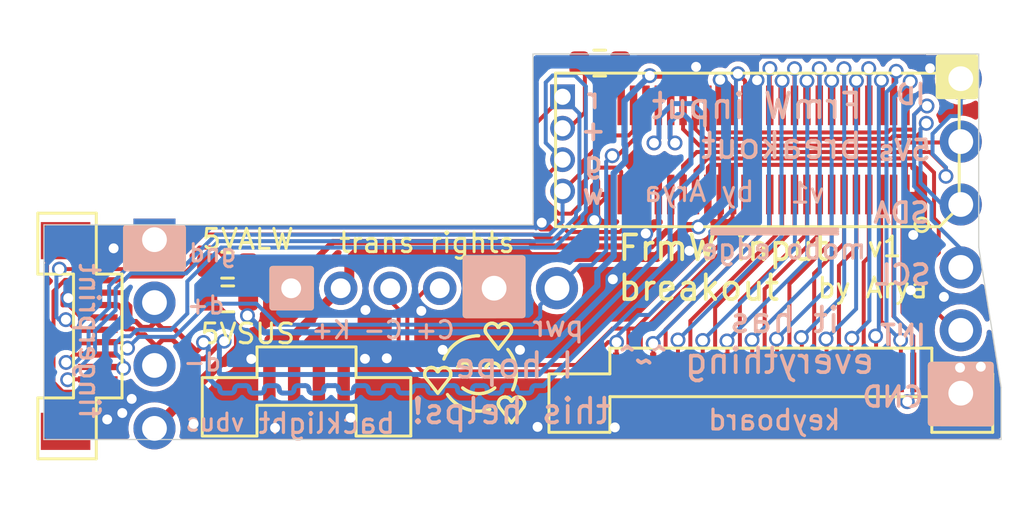
<source format=kicad_pcb>
(kicad_pcb (version 20221018) (generator pcbnew)
  (layers (0 "F.Cu" signal) (31 "B.Cu" signal) (34 "B.Paste" user) (35 "F.Paste" user) (36 "B.SilkS" user "B.Silkscreen") (37 "F.SilkS" user "F.Silkscreen") (38 "B.Mask" user) (39 "F.Mask" user) (44 "Edge.Cuts" user))
  (net 0 "")
  (net 1 "GND")
  (net 2 "/KSI0")
  (net 3 "/FPR_LED_COM_5V")
  (net 4 "/KSI1")
  (net 5 "/FPR_LED_G")
  (net 6 "/KSI2")
  (net 7 "/FPR_LED_W")
  (net 8 "/KSI3")
  (net 9 "/FPR_LED_R")
  (net 10 "/KSI4")
  (net 11 "/SWITCH")
  (net 12 "/KSI5")
  (net 13 "/FPR_CTRL")
  (net 14 "/KSI6")
  (net 15 "/USB_P")
  (net 16 "/KSI7")
  (net 17 "/KSO0")
  (net 18 "/USB_N")
  (net 19 "/KSO1")
  (net 20 "/5VALW")
  (net 21 "/KSO2")
  (net 22 "/5VS")
  (net 23 "/KSO3")
  (net 24 "/TP_BOARD_ID")
  (net 25 "/KSO4")
  (net 26 "/TP_SDA")
  (net 27 "/KSO5")
  (net 28 "/TP_INT")
  (net 29 "/KSO6")
  (net 30 "/TP_SCL")
  (net 31 "/KSO7")
  (net 32 "/KSO8")
  (net 33 "/KSO9")
  (net 34 "/KSO10")
  (net 35 "/KSO11")
  (net 36 "/KSO12")
  (net 37 "/CAPS_N")
  (net 38 "/KSO13")
  (net 39 "/KSO14")
  (net 40 "/KSO15")
  (net 41 "/CAPS_P_5V")
  (net 42 "Net-(J1-Pin_2)")
  (net 44 "/VBUS")
  (net 45 "/KBL_P")
  (footprint "Resistor_SMD:R_0603_1608Metric" (layer "F.Cu") (at 133.3 106.09 180)
    (fp_text reference "R1" hide)
    (fp_text value "0R")
  )
  (footprint "Resistor_SMD:R_0603_1608Metric" (layer "F.Cu") (at 133.29 104.73)
    (fp_text reference "R2" hide)
    (fp_text value "NC")
  )
  (footprint "Resistor_SMD:R_0603_1608Metric" (layer "F.Cu") (at 148.32 96.57 180)
    (fp_text reference "R3" hide)
    (fp_text value "560R")
  )
  (footprint "framework_input_brkt:Amphenol_10156001" (layer "F.Cu") (at 154.686 100.076 180)
    (fp_text reference "J2" hide)
    (fp_text value "fpc_input_conn" hide)
  )
  (footprint "framework_input_brkt:FPC_26" (layer "F.Cu") (at 155.23 109.06)
    (fp_text reference "J6" hide)
    (fp_text value "KB")
  )
  (footprint "framework_input_brkt:FPC_4" (layer "F.Cu") (at 136.48 109.21)
    (fp_text reference "J7" hide)
    (fp_text value "BL")
  )
  (footprint "framework_input_brkt:FPC_10" (layer "F.Cu") (at 128.05 107.59 -90)
    (fp_text reference "J9" hide)
    (fp_text value "FPR")
  )
  (footprint "Connector_PinHeader_2.54mm:PinHeader_1x04_P2.54mm_Vertical" (layer "B.Cu") (at 130.34 103.7 180)
    (fp_text reference "J4" hide)
    (fp_text value "USB")
  )
  (footprint "Connector_PinHeader_2.54mm:PinHeader_1x02_P2.54mm_Vertical" (layer "B.Cu") (at 144.055 105.66 -90)
    (fp_text reference "J3" hide)
    (fp_text value "PWRSW")
  )
  (footprint "Connector_PinHeader_2.00mm:PinHeader_1x04_P2.00mm_Vertical" (layer "B.Cu") (at 135.86 105.664 -90)
    (fp_text reference "J5" hide)
    (fp_text value "KnC")
  )
  (footprint "Connector_PinHeader_1.27mm:PinHeader_1x04_P1.27mm_Vertical" (layer "B.Cu") (at 146.82 97.93 180)
    (fp_text reference "J1" hide)
    (fp_text value "FPR_LED")
  )
  (footprint "Connector_PinHeader_2.54mm:PinHeader_1x06_P2.54mm_Vertical" (layer "B.Cu") (at 162.9 109.9)
    (fp_text reference "J8" hide)
    (fp_text value "TOUCH")
  )
  (gr_line (start 152.83 103.37) (end 157.93 103.37) (stroke (width 0.12)) (layer "B.SilkS"))
  (gr_line (start 152.83 103.27) (end 157.93 103.27) (stroke (width 0.12)) (layer "B.SilkS"))
  (gr_line (start 152.83 103.47) (end 157.93 103.47) (stroke (width 0.12)) (layer "B.SilkS"))
  (gr_line (start 144.21548 107.237826) (end 144.21465 107.237311) (stroke (width 0.132291)) (layer "F.SilkS"))
  (gr_line (start 144.881263 110.090523) (end 144.870212 110.097504) (stroke (width 0.132291)) (layer "F.SilkS"))
  (gr_line (start 144.226198 107.24104) (end 144.225066 107.240957) (layer "F.SilkS"))
  (gr_line (start 144.22672 110.329802) (end 144.22719 110.338949) (stroke (width 0.132291)) (layer "F.SilkS"))
  (gr_line (start 144.2409 107.23668) (end 144.239973 107.237314) (stroke (width 0.132291)) (layer "F.SilkS"))
  (gr_line (start 144.778898 110.201524) (end 144.777451 110.204486) (layer "F.SilkS"))
  (gr_line (start 144.698957 110.14786) (end 144.690192 110.137979) (layer "F.SilkS"))
  (gr_line (start 144.780381 110.198579) (end 144.778898 110.201524) (layer "F.SilkS"))
  (gr_line (start 144.247738 107.228988) (end 144.247144 107.230011) (layer "F.SilkS"))
  (gr_line (start 144.324039 110.113904) (end 144.314319 110.122324) (stroke (width 0.132291)) (layer "F.SilkS"))
  (gr_line (start 142.963239 110.549791) (end 142.875618 110.518325) (stroke (width 0.132291)) (layer "F.SilkS"))
  (gr_line (start 144.481192 110.053199) (end 144.468158 110.054157) (layer "F.SilkS"))
  (gr_line (start 144.738118 110.208634) (end 144.737538 110.207853) (stroke (width 0.132291)) (layer "F.SilkS"))
  (gr_line (start 144.207869 107.230484) (end 144.207354 107.229654) (layer "F.SilkS"))
  (gr_line (start 143.549944 110.619458) (end 143.491982 110.622746) (stroke (width 0.132291)) (layer "F.SilkS"))
  (gr_line (start 141.787619 109.025702) (end 141.786558 109.026045) (layer "F.SilkS"))
  (gr_line (start 142.977949 107.65051) (end 143.032305 107.634588) (stroke (width 0.132291)) (layer "F.SilkS"))
  (gr_line (start 144.240946 107.23668) (end 144.240019 107.237314) (layer "F.SilkS"))
  (gr_line (start 141.378967 108.900887) (end 141.368099 108.907856) (stroke (width 0.132291)) (layer "F.SilkS"))
  (gr_line (start 144.267037 108.822564) (end 144.258274 108.809612) (stroke (width 0.132291)) (layer "F.SilkS"))
  (gr_line (start 144.049103 107.089407) (end 144.040169 107.086647) (stroke (width 0.132291)) (layer "F.SilkS"))
  (gr_line (start 144.22168 107.240364) (end 144.22056 107.24005) (layer "F.SilkS"))
  (gr_line (start 144.954175 109.147036) (end 144.952269 109.191257) (stroke (width 0.132291)) (layer "F.SilkS"))
  (gr_line (start 144.194675 108.743751) (end 144.182481 108.734844) (stroke (width 0.132291)) (layer "F.SilkS"))
  (gr_line (start 141.252819 109.091566) (end 141.25126 109.104376) (layer "F.SilkS"))
  (gr_line (start 144.752987 107.392644) (end 144.755034 107.379834) (stroke (width 0.132291)) (layer "F.SilkS"))
  (gr_line (start 144.248943 108.797207) (end 144.23907 108.78536) (stroke (width 0.132291)) (layer "F.SilkS"))
  (gr_line (start 144.390733 110.073811) (end 144.378169 110.079477) (layer "F.SilkS"))
  (gr_line (start 142.820217 107.709797) (end 142.871864 107.688155) (stroke (width 0.132291)) (layer "F.SilkS"))
  (gr_line (start 144.928048 110.068397) (end 144.916011 110.073051) (stroke (width 0.132291)) (layer "F.SilkS"))
  (gr_line (start 144.721836 110.179246) (end 144.716718 110.171251) (stroke (width 0.132291)) (layer "F.SilkS"))
  (gr_line (start 142.302366 109.066489) (end 142.299029 109.054082) (layer "F.SilkS"))
  (gr_line (start 141.896355 108.905242) (end 141.88561 108.912588) (layer "F.SilkS"))
  (gr_line (start 141.963711 108.873709) (end 141.951486 108.877772) (stroke (width 0.132291)) (layer "F.SilkS"))
  (gr_line (start 144.245779 107.231936) (end 144.245057 107.232836) (stroke (width 0.132291)) (layer "F.SilkS"))
  (gr_line (start 145.286149 110.304921) (end 145.285095 110.29211) (stroke (width 0.132291)) (layer "F.SilkS"))
  (gr_line (start 144.592328 107.096602) (end 144.579839 107.091761) (layer "F.SilkS"))
  (gr_line (start 143.087481 107.620656) (end 143.143437 107.608754) (stroke (width 0.132291)) (layer "F.SilkS"))
  (gr_line (start 144.091822 107.107705) (end 144.083563 107.103461) (stroke (width 0.132291)) (layer "F.SilkS"))
  (gr_line (start 141.722395 108.957235) (end 141.71363 108.947354) (layer "F.SilkS"))
  (gr_line (start 144.715117 110.16909) (end 144.707273 110.158233) (layer "F.SilkS"))
  (gr_line (start 141.250319 109.143254) (end 141.251277 109.156289) (layer "F.SilkS"))
  (gr_line (start 144.232831 107.240399) (end 144.23174 107.240639) (stroke (width 0.132291)) (layer "F.SilkS"))
  (gr_line (start 144.20961 107.232827) (end 144.208998 107.232071) (layer "F.SilkS"))
  (gr_line (start 144.757619 110.217604) (end 144.756494 110.217631) (layer "F.SilkS"))
  (gr_line (start 144.822723 110.138042) (end 144.813859 110.148083) (layer "F.SilkS"))
  (gr_line (start 143.861566 107.097249) (end 143.849002 107.102915) (layer "F.SilkS"))
  (gr_line (start 144.230684 107.240826) (end 144.229572 107.240961) (layer "F.SilkS"))
  (gr_line (start 144.137814 107.138946) (end 144.13061 107.133075) (stroke (width 0.132291)) (layer "F.SilkS"))
  (gr_line (start 144.169791 107.171297) (end 144.161026 107.161416) (layer "F.SilkS"))
  (gr_line (start 144.745939 107.421511) (end 144.74946 107.408781) (layer "F.SilkS"))
  (gr_line (start 142.221667 108.930915) (end 142.211304 108.92205) (stroke (width 0.132291)) (layer "F.SilkS"))
  (gr_line (start 141.862425 108.931245) (end 141.852737 108.940496) (stroke (width 0.132291)) (layer "F.SilkS"))
  (gr_line (start 141.284253 109.261053) (end 141.288881 109.26898) (stroke (width 0.132291)) (layer "F.SilkS"))
  (gr_line (start 144.737987 107.243858) (end 144.732898 107.232025) (layer "F.SilkS"))
  (gr_line (start 144.757573 110.217604) (end 144.756447 110.217631) (stroke (width 0.132291)) (layer "F.SilkS"))
  (gr_line (start 141.777671 109.026894) (end 141.776539 109.026754) (layer "F.SilkS"))
  (gr_line (start 144.223889 107.240816) (end 144.222759 107.240619) (stroke (width 0.132291)) (layer "F.SilkS"))
  (gr_line (start 141.490487 108.863481) (end 141.47708 108.865185) (stroke (width 0.132291)) (layer "F.SilkS"))
  (gr_line (start 141.601707 108.875344) (end 141.592774 108.872584) (stroke (width 0.132291)) (layer "F.SilkS"))
  (gr_line (start 145.154043 110.089202) (end 145.142223 110.082662) (stroke (width 0.132291)) (layer "F.SilkS"))
  (gr_line (start 141.390185 108.894436) (end 141.378967 108.900887) (stroke (width 0.132291)) (layer "F.SilkS"))
  (gr_line (start 144.331915 110.107799) (end 144.321542 110.116114) (layer "F.SilkS"))
  (gr_line (start 143.906906 108.694344) (end 143.891908 108.699687) (stroke (width 0.132291)) (layer "F.SilkS"))
  (gr_line (start 144.041378 107.087441) (end 144.028974 107.084076) (layer "F.SilkS"))
  (gr_line (start 144.227356 108.115429) (end 144.703017 107.505697) (layer "F.SilkS"))
  (gr_line (start 142.765891 108.694344) (end 142.750892 108.699687) (stroke (width 0.132291)) (layer "F.SilkS"))
  (gr_line (start 144.771877 110.211838) (end 144.77101 110.212563) (layer "F.SilkS"))
  (gr_line (start 141.255149 109.182336) (end 141.258078 109.195304) (layer "F.SilkS"))
  (gr_line (start 144.031123 107.084198) (end 144.021972 107.082066) (stroke (width 0.132291)) (layer "F.SilkS"))
  (gr_line (start 144.236013 107.239372) (end 144.234969 107.239765) (stroke (width 0.132291)) (layer "F.SilkS"))
  (gr_line (start 142.769555 107.733262) (end 142.820217 107.709797) (stroke (width 0.132291)) (layer "F.SilkS"))
  (gr_line (start 141.619207 108.881777) (end 141.610521 108.87841) (stroke (width 0.132291)) (layer "F.SilkS"))
  (gr_line (start 144.587083 110.069035) (end 144.57827 110.065969) (stroke (width 0.132291)) (layer "F.SilkS"))
  (gr_line (start 144.792319 110.177507) (end 144.789091 110.182761) (stroke (width 0.132291)) (layer "F.SilkS"))
  (gr_line (start 144.213843 107.236763) (end 144.213062 107.236182) (stroke (width 0.132291)) (layer "F.SilkS"))
  (gr_line (start 142.304602 109.076097) (end 142.301731 109.063567) (stroke (width 0.132291)) (layer "F.SilkS"))
  (gr_line (start 141.530609 108.862573) (end 141.517642 108.862257) (layer "F.SilkS"))
  (gr_line (start 144.917954 108.768129) (end 144.931053 108.833191) (stroke (width 0.132291)) (layer "F.SilkS"))
  (gr_line (start 144.258274 108.809612) (end 144.248943 108.797207) (stroke (width 0.132291)) (layer "F.SilkS"))
  (gr_line (start 145.281669 110.269665) (end 145.278928 110.257113) (layer "F.SilkS"))
  (gr_line (start 143.698023 107.362387) (end 143.698805 107.371497) (stroke (width 0.132291)) (layer "F.SilkS"))
  (gr_line (start 144.862499 108.579403) (end 144.883613 108.641171) (stroke (width 0.132291)) (layer "F.SilkS"))
  (gr_line (start 144.775626 110.207557) (end 144.774945 110.208498) (stroke (width 0.132291)) (layer "F.SilkS"))
  (gr_line (start 143.709436 107.264401) (end 143.705827 107.277114) (stroke (width 0.132291)) (layer "F.SilkS"))
  (gr_line (start 143.347159 109.914327) (end 143.261348 109.9034) (stroke (width 0.132291)) (layer "F.SilkS"))
  (gr_line (start 144.249731 107.224961) (end 144.248285 107.227924) (layer "F.SilkS"))
  (gr_line (start 141.251277 109.156289) (end 141.252885 109.169324) (layer "F.SilkS"))
  (gr_line (start 144.243497 107.234506) (end 144.242664 107.235276) (stroke (width 0.132291)) (layer "F.SilkS"))
  (gr_line (start 144.977839 110.055726) (end 144.965192 110.057995) (stroke (width 0.132291)) (layer "F.SilkS"))
  (gr_line (start 144.207354 107.229654) (end 144.206873 107.2288) (layer "F.SilkS"))
  (gr_line (start 144.759851 110.217389) (end 144.758739 110.217523) (layer "F.SilkS"))
  (gr_line (start 142.189065 108.905774) (end 142.17748 108.898577) (stroke (width 0.132291)) (layer "F.SilkS"))
  (gr_line (start 144.234162 110.383973) (end 144.236465 110.392781) (stroke (width 0.132291)) (layer "F.SilkS"))
  (gr_line (start 141.401736 108.888519) (end 141.390185 108.894436) (stroke (width 0.132291)) (layer "F.SilkS"))
  (gr_line (start 142.307157 109.169022) (end 142.30874 109.156102) (layer "F.SilkS"))
  (gr_line (start 141.777624 109.026887) (end 141.776493 109.026747) (stroke (width 0.132291)) (layer "F.SilkS"))
  (gr_line (start 144.077425 107.101022) (end 144.065627 107.095922) (layer "F.SilkS"))
  (gr_line (start 144.666981 110.115508) (end 144.659777 110.109637) (stroke (width 0.132291)) (layer "F.SilkS"))
  (gr_line (start 144.414777 110.064769) (end 144.40233 110.068982) (stroke (width 0.132291)) (layer "F.SilkS"))
  (gr_line (start 144.892595 110.084118) (end 144.881263 110.090523) (stroke (width 0.132291)) (layer "F.SilkS"))
  (gr_line (start 143.75856 107.173658) (end 143.750608 107.183778) (stroke (width 0.132291)) (layer "F.SilkS"))
  (gr_line (start 144.757424 107.341216) (end 144.756983 107.328358) (stroke (width 0.132291)) (layer "F.SilkS"))
  (gr_line (start 143.708522 107.267964) (end 143.705157 107.280369) (layer "F.SilkS"))
  (gr_line (start 144.219402 107.239677) (end 144.2183 107.239245) (stroke (width 0.132291)) (layer "F.SilkS"))
  (gr_line (start 141.750123 108.996823) (end 141.745274 108.988616) (stroke (width 0.132291)) (layer "F.SilkS"))
  (gr_line (start 144.259167 107.207581) (end 144.257505 107.210429) (layer "F.SilkS"))
  (gr_line (start 144.233908 107.240107) (end 144.232831 107.240399) (stroke (width 0.132291)) (layer "F.SilkS"))
  (gr_line (start 141.927623 108.887668) (end 141.916033 108.893493) (stroke (width 0.132291)) (layer "F.SilkS"))
  (gr_line (start 144.215526 107.237826) (end 144.214696 107.237311) (layer "F.SilkS"))
  (gr_line (start 144.13061 107.133075) (end 144.123212 107.127463) (stroke (width 0.132291)) (layer "F.SilkS"))
  (gr_line (start 144.601024 107.100213) (end 144.588804 107.094975) (stroke (width 0.132291)) (layer "F.SilkS"))
  (gr_line (start 141.537068 108.862722) (end 141.527503 108.862237) (stroke (width 0.132291)) (layer "F.SilkS"))
  (gr_line (start 144.217801 108.76338) (end 144.206457 108.753267) (stroke (width 0.132291)) (layer "F.SilkS"))
  (gr_line (start 144.226911 110.30684) (end 144.226563 110.320625) (stroke (width 0.132291)) (layer "F.SilkS"))
  (gr_line (start 143.88561 107.088207) (end 143.873163 107.092419) (stroke (width 0.132291)) (layer "F.SilkS"))
  (gr_line (start 144.726686 110.187453) (end 144.721836 110.179246) (stroke (width 0.132291)) (layer "F.SilkS"))
  (gr_line (start 144.741474 110.212133) (end 144.740745 110.21149) (stroke (width 0.132291)) (layer "F.SilkS"))
  (gr_line (start 141.779932 109.027006) (end 141.778802 109.026978) (layer "F.SilkS"))
  (gr_line (start 144.233954 107.240107) (end 144.232877 107.240399) (layer "F.SilkS"))
  (gr_line (start 144.244295 107.233693) (end 144.243497 107.234506) (stroke (width 0.132291)) (layer "F.SilkS"))
  (gr_line (start 143.712798 107.433578) (end 143.715989 107.442114) (stroke (width 0.132291)) (layer "F.SilkS"))
  (gr_line (start 143.697716 107.357317) (end 143.698674 107.370352) (layer "F.SilkS"))
  (gr_line (start 144.300132 107.154558) (end 144.290844 107.164367) (stroke (width 0.132291)) (layer "F.SilkS"))
  (gr_line (start 144.73692 107.446621) (end 144.741761 107.434132) (layer "F.SilkS"))
  (gr_line (start 144.099924 107.112232) (end 144.091822 107.107705) (stroke (width 0.132291)) (layer "F.SilkS"))
  (gr_line (start 141.843448 108.950304) (end 141.834583 108.960667) (stroke (width 0.132291)) (layer "F.SilkS"))
  (gr_line (start 141.272076 109.236481) (end 141.275848 109.244796) (stroke (width 0.132291)) (layer "F.SilkS"))
  (gr_line (start 142.026691 108.522219) (end 142.048993 108.470922) (stroke (width 0.132291)) (layer "F.SilkS"))
  (gr_line (start 143.690405 109.885189) (end 143.648143 109.895205) (stroke (width 0.132291)) (layer "F.SilkS"))
  (gr_line (start 144.44045 110.058167) (end 144.427489 110.061159) (stroke (width 0.132291)) (layer "F.SilkS"))
  (gr_line (start 144.752329 107.395964) (end 144.754553 107.383085) (layer "F.SilkS"))
  (gr_line (start 141.438215 108.874144) (end 141.425767 108.878357) (stroke (width 0.132291)) (layer "F.SilkS"))
  (gr_line (start 141.325718 108.943447) (end 141.316844 108.953043) (layer "F.SilkS"))
  (gr_line (start 145.234903 110.478483) (end 145.242759 110.467157) (stroke (width 0.132291)) (layer "F.SilkS"))
  (gr_line (start 144.24646 107.230994) (end 144.245779 107.231936) (stroke (width 0.132291)) (layer "F.SilkS"))
  (gr_line (start 143.697744 107.330278) (end 143.697396 107.344063) (stroke (width 0.132291)) (layer "F.SilkS"))
  (gr_line (start 144.276274 107.182084) (end 144.268324 107.193163) (layer "F.SilkS"))
  (gr_line (start 142.894414 109.764084) (end 142.85681 109.739498) (stroke (width 0.132291)) (layer "F.SilkS"))
  (gr_line (start 143.984464 107.076784) (end 143.974899 107.0763) (stroke (width 0.132291)) (layer "F.SilkS"))
  (gr_line (start 142.270968 109.268999) (end 142.277831 109.257046) (layer "F.SilkS"))
  (gr_line (start 144.870212 110.097504) (end 144.859467 110.105058) (stroke (width 0.132291)) (layer "F.SilkS"))
  (gr_line (start 142.722928 108.712032) (end 142.710179 108.718791) (stroke (width 0.132291)) (layer "F.SilkS"))
  (gr_line (start 143.702386 107.292932) (end 143.700216 107.305629) (layer "F.SilkS"))
  (gr_line (start 145.283719 110.359647) (end 145.285302 110.346727) (layer "F.SilkS"))
  (gr_line (start 144.652379 110.104026) (end 144.644793 110.098678) (stroke (width 0.132291)) (layer "F.SilkS"))
  (gr_line (start 142.488582 107.91006) (end 142.532467 107.876514) (stroke (width 0.132291)) (layer "F.SilkS"))
  (gr_line (start 145.191168 110.115547) (end 145.180605 110.107129) (layer "F.SilkS"))
  (gr_line (start 143.794872 107.137342) (end 143.785152 107.145762) (stroke (width 0.132291)) (layer "F.SilkS"))
  (gr_line (start 144.776905 110.20555) (end 144.776311 110.206574) (layer "F.SilkS"))
  (gr_line (start 143.813607 107.123392) (end 143.80275 107.131236) (layer "F.SilkS"))
  (gr_line (start 143.719472 107.450543) (end 143.723244 107.458858) (stroke (width 0.132291)) (layer "F.SilkS"))
  (gr_line (start 144.735548 110.204486) (end 144.731259 110.195868) (stroke (width 0.132291)) (layer "F.SilkS"))
  (gr_line (start 141.574576 108.868003) (end 141.565327 108.86619) (stroke (width 0.132291)) (layer "F.SilkS"))
  (gr_line (start 145.267621 110.419501) (end 145.272214 110.407116) (stroke (width 0.132291)) (layer "F.SilkS"))
  (gr_line (start 143.738681 107.486875) (end 143.741973 107.491972) (layer "F.SilkS"))
  (gr_line (start 144.757248 107.354097) (end 144.757424 107.341216) (stroke (width 0.132291)) (layer "F.SilkS"))
  (gr_line (start 144.480654 110.053071) (end 144.467049 110.054106) (stroke (width 0.132291)) (layer "F.SilkS"))
  (gr_line (start 143.697399 107.344305) (end 143.697716 107.357317) (layer "F.SilkS"))
  (gr_line (start 144.226881 110.333879) (end 144.22784 110.346914) (layer "F.SilkS"))
  (gr_line (start 144.028535 108.679826) (end 144.013414 108.67899) (stroke (width 0.132291)) (layer "F.SilkS"))
  (gr_line (start 144.520071 110.05414) (end 144.507171 110.053198) (layer "F.SilkS"))
  (gr_line (start 143.849002 107.102915) (end 143.836741 107.109209) (layer "F.SilkS"))
  (gr_line (start 142.073105 108.420624) (end 142.098984 108.371367) (stroke (width 0.132291)) (layer "F.SilkS"))
  (gr_line (start 144.423495 107.084303) (end 144.411106 107.087771) (stroke (width 0.132291)) (layer "F.SilkS"))
  (gr_line (start 145.006271 110.052985) (end 144.993423 110.053907) (layer "F.SilkS"))
  (gr_line (start 141.966458 108.873037) (end 141.954219 108.876963) (layer "F.SilkS"))
  (gr_line (start 145.169525 110.099179) (end 145.157935 110.091721) (layer "F.SilkS"))
  (gr_line (start 144.737584 110.207853) (end 144.737036 110.207046) (layer "F.SilkS"))
  (gr_line (start 141.389344 108.895146) (end 141.377543 108.90198) (layer "F.SilkS"))
  (gr_line (start 144.265339 110.181714) (end 144.258889 110.192933) (stroke (width 0.132291)) (layer "F.SilkS"))
  (gr_line (start 143.727304 107.467051) (end 143.731648 107.475115) (stroke (width 0.132291)) (layer "F.SilkS"))
  (gr_line (start 144.088976 107.106684) (end 144.077425 107.101022) (layer "F.SilkS"))
  (gr_line (start 143.723807 107.227921) (end 143.718443 107.239788) (stroke (width 0.132291)) (layer "F.SilkS"))
  (gr_line (start 144.551138 110.058628) (end 144.541889 110.056815) (stroke (width 0.132291)) (layer "F.SilkS"))
  (gr_line (start 141.79355 109.022618) (end 141.792624 109.023251) (layer "F.SilkS"))
  (gr_line (start 144.229447 110.359949) (end 144.231711 110.372961) (layer "F.SilkS"))
  (gr_line (start 144.107861 107.117037) (end 144.099924 107.112232) (stroke (width 0.132291)) (layer "F.SilkS"))
  (gr_line (start 142.001276 108.865101) (end 141.988629 108.86737) (stroke (width 0.132291)) (layer "F.SilkS"))
  (gr_line (start 141.250348 109.116215) (end 141.25 109.13) (stroke (width 0.132291)) (layer "F.SilkS"))
  (gr_line (start 141.800889 109.013861) (end 141.800342 109.014925) (layer "F.SilkS"))
  (gr_line (start 145.2341 110.160997) (end 145.225977 110.150581) (stroke (width 0.132291)) (layer "F.SilkS"))
  (gr_line (start 143.700216 107.305629) (end 143.698657 107.318438) (layer "F.SilkS"))
  (gr_line (start 145.130191 110.076775) (end 145.117971 110.071537) (stroke (width 0.132291)) (layer "F.SilkS"))
  (gr_line (start 143.937195 108.68607) (end 143.922011 108.689808) (stroke (width 0.132291)) (layer "F.SilkS"))
  (gr_line (start 141.800843 109.013855) (end 141.800296 109.014918) (stroke (width 0.132291)) (layer "F.SilkS"))
  (gr_line (start 144.705704 110.155918) (end 144.699823 110.148589) (stroke (width 0.132291)) (layer "F.SilkS"))
  (gr_line (start 141.805337 109.005029) (end 141.803819 109.007954) (layer "F.SilkS"))
  (gr_line (start 144.314319 110.122324) (end 144.305016 110.131195) (stroke (width 0.132291)) (layer "F.SilkS"))
  (gr_line (start 141.581578 108.870014) (end 141.569015 108.867243) (layer "F.SilkS"))
  (gr_line (start 144.980651 110.055441) (end 144.967977 110.057581) (layer "F.SilkS"))
  (gr_line (start 143.519763 109.914327) (end 143.433461 109.917969) (stroke (width 0.132291)) (layer "F.SilkS"))
  (gr_line (start 144.63646 107.119837) (end 144.624876 107.11264) (stroke (width 0.132291)) (layer "F.SilkS"))
  (gr_line (start 144.541671 107.081193) (end 144.528792 107.078969) (layer "F.SilkS"))
  (gr_line (start 144.22719 110.338949) (end 144.227971 110.348059) (stroke (width 0.132291)) (layer "F.SilkS"))
  (gr_line (start 145.133828 110.078674) (end 145.121495 110.073164) (layer "F.SilkS"))
  (gr_line (start 143.891908 108.699687) (end 143.877042 108.705847) (stroke (width 0.132291)) (layer "F.SilkS"))
  (gr_line (start 144.714218 107.198042) (end 144.706872 107.187297) (layer "F.SilkS"))
  (gr_line (start 141.796148 109.020444) (end 141.795314 109.021213) (layer "F.SilkS"))
  (gr_line (start 143.993961 107.077607) (end 143.984464 107.076784) (stroke (width 0.132291)) (layer "F.SilkS"))
  (gr_line (start 144.841695 110.119549) (end 144.832009 110.128529) (layer "F.SilkS"))
  (gr_line (start 143.052183 109.844213) (end 143.01176 109.826913) (stroke (width 0.132291)) (layer "F.SilkS"))
  (gr_line (start 143.704995 107.40741) (end 143.707299 107.416219) (stroke (width 0.132291)) (layer "F.SilkS"))
  (gr_line (start 144.965192 110.057995) (end 144.952662 110.060865) (stroke (width 0.132291)) (layer "F.SilkS"))
  (gr_line (start 142.255622 109.291634) (end 142.270968 109.268999) (layer "F.SilkS"))
  (gr_line (start 141.301508 109.287877) (end 141.779961 109.901366) (layer "F.SilkS"))
  (gr_line (start 144.706872 107.187297) (end 144.698976 107.176883) (layer "F.SilkS"))
  (gr_line (start 143.982971 108.67954) (end 143.967702 108.680946) (stroke (width 0.132291)) (layer "F.SilkS"))
  (gr_line (start 144.640413 110.096228) (end 144.629424 110.089464) (layer "F.SilkS"))
  (gr_line (start 144.60741 108.134777) (end 144.647078 108.184943) (stroke (width 0.132291)) (layer "F.SilkS"))
  (gr_line (start 144.752503 107.293103) (end 144.749761 107.280551) (layer "F.SilkS"))
  (gr_line (start 144.234993 110.253676) (end 144.232003 110.266637) (stroke (width 0.132291)) (layer "F.SilkS"))
  (gr_line (start 144.363428 107.107555) (end 144.352096 107.11396) (stroke (width 0.132291)) (layer "F.SilkS"))
  (gr_line (start 142.285503 109.017962) (end 142.279841 109.006366) (layer "F.SilkS"))
  (gr_line (start 141.368099 108.907856) (end 141.357596 108.915325) (stroke (width 0.132291)) (layer "F.SilkS"))
  (gr_line (start 144.366136 107.106285) (end 144.354801 107.112514) (layer "F.SilkS"))
  (gr_line (start 141.776493 109.026747) (end 141.775364 109.02655) (stroke (width 0.132291)) (layer "F.SilkS"))
  (gr_line (start 144.747466 110.215807) (end 144.746376 110.215314) (stroke (width 0.132291)) (layer "F.SilkS"))
  (gr_line (start 141.546566 108.863545) (end 141.537068 108.862722) (stroke (width 0.132291)) (layer "F.SilkS"))
  (gr_line (start 142.265092 108.981117) (end 142.257538 108.970372) (stroke (width 0.132291)) (layer "F.SilkS"))
  (gr_line (start 144.764135 110.216327) (end 144.763074 110.21667) (stroke (width 0.132291)) (layer "F.SilkS"))
  (gr_line (start 144.880962 109.572083) (end 144.867343 109.612169) (stroke (width 0.132291)) (layer "F.SilkS"))
  (gr_line (start 144.259924 107.206198) (end 144.256817 107.211526) (stroke (width 0.132291)) (layer "F.SilkS"))
  (gr_line (start 144.252974 110.204484) (end 144.24761 110.216351) (stroke (width 0.132291)) (layer "F.SilkS"))
  (gr_line (start 142.85681 109.739498) (end 142.820065 109.713092) (stroke (width 0.132291)) (layer "F.SilkS"))
  (gr_line (start 144.227283 108.115409) (end 144.705736 107.50192) (stroke (width 0.132291)) (layer "F.SilkS"))
  (gr_line (start 144.687352 110.13463) (end 144.680776 110.128009) (stroke (width 0.132291)) (layer "F.SilkS"))
  (gr_line (start 144.066603 107.09584) (end 144.057917 107.092473) (stroke (width 0.132291)) (layer "F.SilkS"))
  (gr_line (start 141.660466 108.902974) (end 141.652528 108.898169) (stroke (width 0.132291)) (layer "F.SilkS"))
  (gr_line (start 144.187551 107.194689) (end 144.182171 107.186912) (stroke (width 0.132291)) (layer "F.SilkS"))
  (gr_line (start 142.308533 109.101485) (end 142.30687 109.088744) (stroke (width 0.132291)) (layer "F.SilkS"))
  (gr_line (start 144.738164 110.208634) (end 144.737584 110.207853) (layer "F.SilkS"))
  (gr_line (start 145.228142 110.153445) (end 145.219701 110.143383) (layer "F.SilkS"))
  (gr_line (start 141.261124 109.053902) (end 141.257759 109.066307) (layer "F.SilkS"))
  (gr_line (start 142.628961 110.393979) (end 142.552767 110.34317) (stroke (width 0.132291)) (layer "F.SilkS"))
  (gr_line (start 142.780995 108.689808) (end 142.765891 108.694344) (stroke (width 0.132291)) (layer "F.SilkS"))
  (gr_line (start 141.377543 108.90198) (end 141.36621 108.90933) (layer "F.SilkS"))
  (gr_line (start 141.729141 108.96529) (end 141.723261 108.957961) (stroke (width 0.132291)) (layer "F.SilkS"))
  (gr_line (start 144.229381 110.282191) (end 144.227822 110.295001) (layer "F.SilkS"))
  (gr_line (start 144.426258 107.083761) (end 144.413851 107.087098) (layer "F.SilkS"))
  (gr_line (start 144.604661 107.102112) (end 144.592328 107.096602) (layer "F.SilkS"))
  (gr_line (start 141.26204 109.050339) (end 141.258431 109.063051) (stroke (width 0.132291)) (layer "F.SilkS"))
  (gr_line (start 142.219362 108.185579) (end 142.253465 108.142148) (stroke (width 0.132291)) (layer "F.SilkS"))
  (gr_line (start 141.276597 109.246278) (end 141.279295 109.251718) (layer "F.SilkS"))
  (gr_line (start 145.254393 110.447671) (end 145.260577 110.435516) (layer "F.SilkS"))
  (gr_line (start 143.712473 107.255739) (end 143.708522 107.267964) (layer "F.SilkS"))
  (gr_line (start 144.211625 107.234928) (end 144.210924 107.234256) (layer "F.SilkS"))
  (gr_line (start 144.239019 107.2379) (end 144.23804 107.238439) (stroke (width 0.132291)) (layer "F.SilkS"))
  (gr_line (start 144.788334 110.184143) (end 144.786671 110.186991) (layer "F.SilkS"))
  (gr_line (start 144.693703 110.141492) (end 144.687352 110.13463) (stroke (width 0.132291)) (layer "F.SilkS"))
  (gr_line (start 141.308486 108.963021) (end 141.300652 108.973359) (layer "F.SilkS"))
  (gr_circle (center 161.324166 103.1) (end 161.234166 102.84) (stroke (width 0.12)) (fill none) (layer "F.SilkS"))
  (gr_line (start 141.765713 109.02212) (end 141.764957 109.021508) (layer "F.SilkS"))
  (gr_line (start 144.226563 110.320625) (end 144.22672 110.329802) (stroke (width 0.132291)) (layer "F.SilkS"))
  (gr_line (start 144.218346 107.239245) (end 144.217256 107.238752) (layer "F.SilkS"))
  (gr_line (start 141.798429 109.017873) (end 141.797707 109.018773) (layer "F.SilkS"))
  (gr_line (start 141.583727 108.870136) (end 141.574576 108.868003) (stroke (width 0.132291)) (layer "F.SilkS"))
  (gr_line (start 144.755034 107.379834) (end 144.756453 107.366977) (stroke (width 0.132291)) (layer "F.SilkS"))
  (gr_line (start 141.798383 109.017867) (end 141.797661 109.018767) (stroke (width 0.132291)) (layer "F.SilkS"))
  (gr_line (start 144.448672 107.079164) (end 144.436025 107.081432) (stroke (width 0.132291)) (layer "F.SilkS"))
  (gr_line (start 144.229526 107.240961) (end 144.228407 107.241042) (stroke (width 0.132291)) (layer "F.SilkS"))
  (gr_line (start 141.288776 108.991089) (end 141.282327 109.002308) (stroke (width 0.132291)) (layer "F.SilkS"))
  (gr_line (start 144.749681 110.216612) (end 144.748569 110.21624) (stroke (width 0.132291)) (layer "F.SilkS"))
  (gr_line (start 144.749127 107.277629) (end 144.745658 107.26524) (stroke (width 0.132291)) (layer "F.SilkS"))
  (gr_line (start 142.309853 109.140034) (end 142.310028 109.127153) (stroke (width 0.132291)) (layer "F.SilkS"))
  (gr_line (start 144.59577 110.072402) (end 144.587083 110.069035) (stroke (width 0.132291)) (layer "F.SilkS"))
  (gr_line (start 144.248638 110.427105) (end 144.252411 110.435421) (stroke (width 0.132291)) (layer "F.SilkS"))
  (gr_line (start 144.759805 110.217389) (end 144.758693 110.217523) (stroke (width 0.132291)) (layer "F.SilkS"))
  (gr_line (start 141.793504 109.022611) (end 141.792577 109.023245) (stroke (width 0.132291)) (layer "F.SilkS"))
  (gr_line (start 141.759478 109.014737) (end 141.759032 109.013861) (layer "F.SilkS"))
  (gr_line (start 144.776858 110.20555) (end 144.776265 110.206574) (stroke (width 0.132291)) (layer "F.SilkS"))
  (gr_line (start 144.659777 110.109637) (end 144.652379 110.104026) (stroke (width 0.132291)) (layer "F.SilkS"))
  (gr_line (start 144.22502 107.240957) (end 144.223889 107.240816) (stroke (width 0.132291)) (layer "F.SilkS"))
  (gr_line (start 144.207308 107.229654) (end 144.206827 107.2288) (stroke (width 0.132291)) (layer "F.SilkS"))
  (gr_line (start 144.763121 110.21667) (end 144.762044 110.216961) (layer "F.SilkS"))
  (gr_line (start 142.310008 109.130236) (end 142.309704 109.117335) (layer "F.SilkS"))
  (gr_line (start 144.551248 107.08312) (end 144.53851 107.080442) (stroke (width 0.132291)) (layer "F.SilkS"))
  (gr_line (start 144.746376 110.215314) (end 144.7455 110.214869) (stroke (width 0.132291)) (layer "F.SilkS"))
  (gr_line (start 141.759431 109.014731) (end 141.758986 109.013855) (stroke (width 0.132291)) (layer "F.SilkS"))
  (gr_line (start 141.76281 109.019486) (end 141.762168 109.018758) (stroke (width 0.132291)) (layer "F.SilkS"))
  (gr_line (start 144.954815 109.102497) (end 144.954175 109.147036) (stroke (width 0.132291)) (layer "F.SilkS"))
  (gr_line (start 144.80544 110.158646) (end 144.79749 110.169725) (layer "F.SilkS"))
  (gr_line (start 142.697794 108.726107) (end 142.68579 108.733964) (stroke (width 0.132291)) (layer "F.SilkS"))
  (gr_line (start 145.281164 110.266722) (end 145.278293 110.254192) (stroke (width 0.132291)) (layer "F.SilkS"))
  (gr_line (start 143.83881 108.726107) (end 143.826806 108.733964) (stroke (width 0.132291)) (layer "F.SilkS"))
  (gr_line (start 144.867343 109.612169) (end 144.852649 109.651745) (stroke (width 0.132291)) (layer "F.SilkS"))
  (gr_line (start 143.041465 108.734844) (end 143.028884 108.726554) (stroke (width 0.132291)) (layer "F.SilkS"))
  (gr_line (start 143.702836 107.290074) (end 143.700481 107.303266) (stroke (width 0.132291)) (layer "F.SilkS"))
  (gr_line (start 142.153629 108.88615) (end 142.141409 108.880912) (stroke (width 0.132291)) (layer "F.SilkS"))
  (gr_line (start 144.73873 110.209389) (end 144.738118 110.208634) (stroke (width 0.132291)) (layer "F.SilkS"))
  (gr_line (start 142.875618 110.518325) (end 142.790574 110.481744) (stroke (width 0.132291)) (layer "F.SilkS"))
  (gr_line (start 142.029712 108.862363) (end 142.016864 108.863285) (layer "F.SilkS"))
  (gr_line (start 144.767253 110.215002) (end 144.76625 110.215493) (layer "F.SilkS"))
  (gr_line (start 144.208998 107.232071) (end 144.208417 107.23129) (layer "F.SilkS"))
  (gr_line (start 144.777451 110.204486) (end 144.776905 110.20555) (layer "F.SilkS"))
  (gr_line (start 144.545578 110.057868) (end 144.532881 110.055699) (layer "F.SilkS"))
  (gr_line (start 141.257759 109.066307) (end 141.254988 109.078869) (layer "F.SilkS"))
  (gr_line (start 145.176953 110.104256) (end 145.165627 110.096399) (stroke (width 0.132291)) (layer "F.SilkS"))
  (gr_line (start 142.094278 108.867133) (end 142.081399 108.864909) (layer "F.SilkS"))
  (gr_line (start 144.206428 107.227924) (end 144.200134 107.215662) (layer "F.SilkS"))
  (gr_line (start 144.760907 110.217201) (end 144.759805 110.217389) (stroke (width 0.132291)) (layer "F.SilkS"))
  (gr_line (start 144.258889 110.192933) (end 144.252974 110.204484) (stroke (width 0.132291)) (layer "F.SilkS"))
  (gr_line (start 141.255596 109.184464) (end 141.2576 109.193348) (stroke (width 0.132291)) (layer "F.SilkS"))
  (gr_line (start 143.664033 110.60649) (end 143.607308 110.614026) (stroke (width 0.132291)) (layer "F.SilkS"))
  (gr_line (start 143.990904 107.077577) (end 143.978005 107.076636) (layer "F.SilkS"))
  (gr_line (start 141.778802 109.026978) (end 141.777671 109.026894) (layer "F.SilkS"))
  (gr_line (start 141.808483 108.999234) (end 141.806892 109.002122) (layer "F.SilkS"))
  (gr_line (start 144.238241 110.39883) (end 144.242523 110.41164) (layer "F.SilkS"))
  (gr_line (start 142.975213 108.699771) (end 142.961089 108.69472) (stroke (width 0.132291)) (layer "F.SilkS"))
  (gr_line (start 143.145465 110.596629) (end 143.053251 110.575955) (stroke (width 0.132291)) (layer "F.SilkS"))
  (gr_line (start 144.256817 107.211526) (end 144.253833 107.216924) (stroke (width 0.132291)) (layer "F.SilkS"))
  (gr_line (start 144.260815 110.451678) (end 144.265443 110.459605) (stroke (width 0.132291)) (layer "F.SilkS"))
  (gr_line (start 144.737036 110.207046) (end 144.736521 110.206216) (layer "F.SilkS"))
  (gr_line (start 144.185951 107.192527) (end 144.178107 107.18167) (layer "F.SilkS"))
  (gr_line (start 141.783289 109.026764) (end 141.782177 109.026898) (layer "F.SilkS"))
  (gr_line (start 145.145983 110.084857) (end 145.133828 110.078674) (layer "F.SilkS"))
  (gr_line (start 144.210878 107.234256) (end 144.210206 107.233555) (stroke (width 0.132291)) (layer "F.SilkS"))
  (gr_line (start 142.249415 108.959956) (end 142.240726 108.949892) (stroke (width 0.132291)) (layer "F.SilkS"))
  (gr_line (start 144.22784 110.346914) (end 144.229447 110.359949) (layer "F.SilkS"))
  (gr_line (start 143.952434 108.683119) (end 143.937195 108.68607) (stroke (width 0.132291)) (layer "F.SilkS"))
  (gr_line (start 141.773118 109.025981) (end 141.772007 109.025608) (stroke (width 0.132291)) (layer "F.SilkS"))
  (gr_line (start 141.337756 108.931699) (end 141.328453 108.94057) (stroke (width 0.132291)) (layer "F.SilkS"))
  (gr_line (start 143.698805 107.371497) (end 143.699895 107.380562) (stroke (width 0.132291)) (layer "F.SilkS"))
  (gr_line (start 142.277831 109.257046) (end 142.284015 109.244892) (layer "F.SilkS"))
  (gr_line (start 144.264673 110.458268) (end 144.267848 110.463438) (layer "F.SilkS"))
  (gr_line (start 144.242523 110.41164) (end 144.247493 110.424339) (layer "F.SilkS"))
  (gr_line (start 141.543509 108.863515) (end 141.530609 108.862573) (layer "F.SilkS"))
  (gr_line (start 142.20039 108.913631) (end 142.189065 108.905774) (stroke (width 0.132291)) (layer "F.SilkS"))
  (gr_line (start 144.781899 110.195654) (end 144.780381 110.198579) (layer "F.SilkS"))
  (gr_line (start 141.784345 109.02657) (end 141.783243 109.026757) (stroke (width 0.132291)) (layer "F.SilkS"))
  (gr_line (start 144.263153 107.200945) (end 144.259924 107.206198) (stroke (width 0.132291)) (layer "F.SilkS"))
  (gr_line (start 142.605383 108.814373) (end 142.597525 108.826378) (stroke (width 0.132291)) (layer "F.SilkS"))
  (gr_line (start 143.374227 107.582275) (end 143.433461 107.581143) (stroke (width 0.132291)) (layer "F.SilkS"))
  (gr_line (start 144.727237 107.220429) (end 144.721008 107.209094) (layer "F.SilkS"))
  (gr_line (start 145.232184 110.482259) (end 145.24753 110.459624) (layer "F.SilkS"))
  (gr_line (start 142.231476 108.940204) (end 142.221667 108.930915) (stroke (width 0.132291)) (layer "F.SilkS"))
  (gr_line (start 141.775364 109.02655) (end 141.774238 109.026295) (stroke (width 0.132291)) (layer "F.SilkS"))
  (gr_line (start 144.354105 110.092605) (end 144.342772 110.099954) (layer "F.SilkS"))
  (gr_line (start 144.76625 110.215493) (end 144.765226 110.215935) (layer "F.SilkS"))
  (gr_line (start 143.065442 108.753267) (end 143.05366 108.743751) (stroke (width 0.132291)) (layer "F.SilkS"))
  (gr_line (start 143.713647 107.251954) (end 143.709436 107.264401) (stroke (width 0.132291)) (layer "F.SilkS"))
  (gr_line (start 141.258431 109.063051) (end 141.25544 109.076012) (stroke (width 0.132291)) (layer "F.SilkS"))
  (gr_line (start 142.308782 109.104487) (end 142.307248 109.091714) (layer "F.SilkS"))
  (gr_line (start 144.725874 107.217562) (end 144.719469 107.20623) (stroke (width 0.132291)) (layer "F.SilkS"))
  (gr_line (start 143.718443 107.239788) (end 143.713647 107.251954) (stroke (width 0.132291)) (layer "F.SilkS"))
  (gr_line (start 143.607308 110.614026) (end 143.549944 110.619458) (stroke (width 0.132291)) (layer "F.SilkS"))
  (gr_line (start 144.849051 110.113181) (end 144.838987 110.12187) (stroke (width 0.132291)) (layer "F.SilkS"))
  (gr_line (start 141.772053 109.025615) (end 141.770951 109.025182) (layer "F.SilkS"))
  (gr_line (start 144.742498 107.255906) (end 144.737987 107.243858) (layer "F.SilkS"))
  (gr_line (start 141.800342 109.014925) (end 141.799749 109.015949) (layer "F.SilkS"))
  (gr_line (start 143.315567 107.585643) (end 143.374227 107.582275) (stroke (width 0.132291)) (layer "F.SilkS"))
  (gr_line (start 144.662001 107.138985) (end 144.651438 107.130567) (layer "F.SilkS"))
  (gr_line (start 141.517878 108.862097) (end 141.504092 108.862446) (stroke (width 0.132291)) (layer "F.SilkS"))
  (gr_line (start 144.756136 107.370165) (end 144.757084 107.357229) (layer "F.SilkS"))
  (gr_line (start 144.829299 110.13112) (end 144.82001 110.140929) (stroke (width 0.132291)) (layer "F.SilkS"))
  (gr_line (start 144.760953 110.217201) (end 144.759851 110.217389) (layer "F.SilkS"))
  (gr_line (start 142.811419 108.683119) (end 142.79618 108.68607) (stroke (width 0.132291)) (layer "F.SilkS"))
  (gr_line (start 144.207823 107.230484) (end 144.207308 107.229654) (stroke (width 0.132291)) (layer "F.SilkS"))
  (gr_line (start 143.860998 107.097217) (end 143.849132 107.102582) (stroke (width 0.132291)) (layer "F.SilkS"))
  (gr_line (start 143.735506 107.481706) (end 143.738681 107.486875) (layer "F.SilkS"))
  (gr_line (start 141.316844 108.953043) (end 141.308486 108.963021) (layer "F.SilkS"))
  (gr_line (start 144.745547 110.214869) (end 144.744693 110.214388) (layer "F.SilkS"))
  (gr_line (start 144.227971 110.348059) (end 144.229061 110.357124) (stroke (width 0.132291)) (layer "F.SilkS"))
  (gr_line (start 141.36621 108.90933) (end 141.355353 108.917174) (layer "F.SilkS"))
  (gr_line (start 141.770951 109.025182) (end 141.76986 109.024689) (layer "F.SilkS"))
  (gr_line (start 143.746398 108.814373) (end 143.738541 108.826378) (stroke (width 0.132291)) (layer "F.SilkS"))
  (gr_line (start 144.464257 107.077345) (end 144.451484 107.078879) (layer "F.SilkS"))
  (gr_line (start 141.723261 108.957961) (end 141.717141 108.950864) (stroke (width 0.132291)) (layer "F.SilkS"))
  (gr_line (start 144.341045 107.120942) (end 144.3303 107.128496) (stroke (width 0.132291)) (layer "F.SilkS"))
  (gr_line (start 142.304934 109.181901) (end 142.307157 109.169022) (layer "F.SilkS"))
  (gr_line (start 142.289524 109.232558) (end 142.294365 109.22007) (layer "F.SilkS"))
  (gr_line (start 141.811772 108.993518) (end 141.810109 108.996366) (layer "F.SilkS"))
  (gr_line (start 144.075154 107.099504) (end 144.066603 107.09584) (stroke (width 0.132291)) (layer "F.SilkS"))
  (gr_line (start 144.158185 107.158068) (end 144.151609 107.151447) (stroke (width 0.132291)) (layer "F.SilkS"))
  (gr_line (start 142.305107 109.07904) (end 142.302366 109.066489) (layer "F.SilkS"))
  (gr_line (start 142.273613 108.995031) (end 142.266822 108.983979) (layer "F.SilkS"))
  (gr_line (start 144.176537 107.179356) (end 144.170656 107.172027) (stroke (width 0.132291)) (layer "F.SilkS"))
  (gr_line (start 144.746422 110.215314) (end 144.745547 110.214869) (layer "F.SilkS"))
  (gr_line (start 142.662988 108.751237) (end 142.652222 108.760621) (stroke (width 0.132291)) (layer "F.SilkS"))
  (gr_line (start 145.241654 110.171742) (end 145.2341 110.160997) (stroke (width 0.132291)) (layer "F.SilkS"))
  (gr_line (start 141.759959 109.015591) (end 141.759478 109.014737) (layer "F.SilkS"))
  (gr_line (start 144.746998 107.418027) (end 144.75031 107.405382) (stroke (width 0.132291)) (layer "F.SilkS"))
  (gr_line (start 142.004091 108.864819) (end 141.991417 108.866959) (layer "F.SilkS"))
  (gr_line (start 141.875195 108.920484) (end 141.865133 108.928925) (layer "F.SilkS"))
  (gr_line (start 143.648143 109.895205) (end 143.605574 109.9034) (stroke (width 0.132291)) (layer "F.SilkS"))
  (gr_line (start 144.563893 107.086432) (end 144.551248 107.08312) (stroke (width 0.132291)) (layer "F.SilkS"))
  (gr_line (start 141.752738 109.001599) (end 141.745905 108.989798) (layer "F.SilkS"))
  (gr_line (start 141.882905 108.914433) (end 141.872488 108.922557) (stroke (width 0.132291)) (layer "F.SilkS"))
  (gr_line (start 143.899976 107.084395) (end 143.887076 107.087997) (layer "F.SilkS"))
  (gr_line (start 144.802726 110.162206) (end 144.799138 110.167227) (stroke (width 0.132291)) (layer "F.SilkS"))
  (gr_line (start 143.705157 107.280369) (end 143.702386 107.292932) (layer "F.SilkS"))
  (gr_line (start 144.69681 107.174018) (end 144.688122 107.163954) (stroke (width 0.132291)) (layer "F.SilkS"))
  (gr_line (start 141.684863 108.920741) (end 141.674526 108.912907) (layer "F.SilkS"))
  (gr_line (start 144.213108 107.236182) (end 144.212353 107.23557) (layer "F.SilkS"))
  (gr_line (start 141.852737 108.940496) (end 141.843448 108.950304) (stroke (width 0.132291)) (layer "F.SilkS"))
  (gr_line (start 144.748615 110.21624) (end 144.747513 110.215807) (layer "F.SilkS"))
  (gr_line (start 142.309689 109.143166) (end 142.310008 109.130236) (layer "F.SilkS"))
  (gr_line (start 141.754697 109.005237) (end 141.750123 108.996823) (stroke (width 0.132291)) (layer "F.SilkS"))
  (gr_line (start 141.776539 109.026754) (end 141.77541 109.026556) (layer "F.SilkS"))
  (gr_line (start 145.24753 110.459624) (end 145.254393 110.447671) (layer "F.SilkS"))
  (gr_line (start 143.698657 107.318438) (end 143.697715 107.331338) (layer "F.SilkS"))
  (gr_line (start 144.742275 110.212744) (end 144.74152 110.212133) (layer "F.SilkS"))
  (gr_line (start 144.507171 110.053198) (end 144.494204 110.052882) (layer "F.SilkS"))
  (gr_line (start 141.279908 109.252989) (end 141.284253 109.261053) (stroke (width 0.132291)) (layer "F.SilkS"))
  (gr_line (start 144.255857 110.442343) (end 144.258676 110.447719) (layer "F.SilkS"))
  (gr_line (start 141.2576 109.193348) (end 141.259903 109.202156) (stroke (width 0.132291)) (layer "F.SilkS"))
  (gr_line (start 144.774223 110.209398) (end 144.773462 110.210255) (stroke (width 0.132291)) (layer "F.SilkS"))
  (gr_line (start 144.284692 107.171521) (end 144.276274 107.182084) (layer "F.SilkS"))
  (gr_line (start 144.735594 110.204486) (end 144.7293 110.192224) (layer "F.SilkS"))
  (gr_line (start 144.93912 109.321842) (end 144.932318 109.364619) (stroke (width 0.132291)) (layer "F.SilkS"))
  (gr_line (start 144.239067 110.401507) (end 144.241964 110.410141) (stroke (width 0.132291)) (layer "F.SilkS"))
  (gr_line (start 142.946733 108.690346) (end 142.932172 108.68666) (stroke (width 0.132291)) (layer "F.SilkS"))
  (gr_line (start 145.165627 110.096399) (end 145.154043 110.089202) (stroke (width 0.132291)) (layer "F.SilkS"))
  (gr_line (start 144.21721 107.238752) (end 144.216334 107.238306) (stroke (width 0.132291)) (layer "F.SilkS"))
  (gr_line (start 143.701291 107.389574) (end 143.702992 107.398526) (stroke (width 0.132291)) (layer "F.SilkS"))
  (gr_line (start 141.610521 108.87841) (end 141.601707 108.875344) (stroke (width 0.132291)) (layer "F.SilkS"))
  (gr_line (start 142.272074 108.992168) (end 142.265092 108.981117) (stroke (width 0.132291)) (layer "F.SilkS"))
  (gr_line (start 141.295744 108.980219) (end 141.288776 108.991089) (stroke (width 0.132291)) (layer "F.SilkS"))
  (gr_line (start 143.731224 108.838763) (end 143.724465 108.851512) (stroke (width 0.132291)) (layer "F.SilkS"))
  (gr_line (start 144.21638 107.238306) (end 144.215526 107.237826) (layer "F.SilkS"))
  (gr_line (start 145.019172 110.052681) (end 145.006271 110.052985) (layer "F.SilkS"))
  (gr_line (start 144.604321 110.076067) (end 144.59577 110.072402) (stroke (width 0.132291)) (layer "F.SilkS"))
  (gr_line (start 145.219701 110.143383) (end 145.210722 110.133697) (layer "F.SilkS"))
  (gr_line (start 144.741595 107.253016) (end 144.736941 107.240979) (stroke (width 0.132291)) (layer "F.SilkS"))
  (gr_line (start 144.75645 111.091972) (end 145.234903 110.478483) (stroke (width 0.132291)) (layer "F.SilkS"))
  (gr_line (start 143.700281 107.383387) (end 143.702545 107.396399) (layer "F.SilkS"))
  (gr_line (start 141.76986 109.024689) (end 141.768984 109.024244) (layer "F.SilkS"))
  (gr_line (start 141.768938 109.024237) (end 141.768084 109.023757) (stroke (width 0.132291)) (layer "F.SilkS"))
  (gr_line (start 141.401606 108.888852) (end 141.389344 108.895146) (layer "F.SilkS"))
  (gr_line (start 143.773055 108.780804) (end 143.763672 108.79157) (stroke (width 0.132291)) (layer "F.SilkS"))
  (gr_line (start 143.148643 108.86461) (end 143.14174 108.850073) (stroke (width 0.132291)) (layer "F.SilkS"))
  (gr_line (start 142.917433 108.683671) (end 142.90254 108.68139) (stroke (width 0.132291)) (layer "F.SilkS"))
  (gr_line (start 144.490005 107.076118) (end 144.477105 107.076423) (layer "F.SilkS"))
  (gr_line (start 144.628769 107.115159) (end 144.616816 107.108295) (layer "F.SilkS"))
  (gr_line (start 142.79618 108.68607) (end 142.780995 108.689808) (stroke (width 0.132291)) (layer "F.SilkS"))
  (gr_line (start 144.209563 107.232827) (end 144.208952 107.232071) (stroke (width 0.132291)) (layer "F.SilkS"))
  (gr_line (start 142.583449 108.851512) (end 142.577263 108.86461) (stroke (width 0.132291)) (layer "F.SilkS"))
  (gr_line (start 144.772663 110.211069) (end 144.77183 110.211838) (stroke (width 0.132291)) (layer "F.SilkS"))
  (gr_line (start 143.887076 107.087997) (end 143.874265 107.092279) (layer "F.SilkS"))
  (gr_line (start 144.73141 107.458954) (end 144.73692 107.446621) (layer "F.SilkS"))
  (gr_line (start 142.305592 109.178581) (end 142.307638 109.165772) (stroke (width 0.132291)) (layer "F.SilkS"))
  (gr_line (start 141.819107 108.981704) (end 141.815757 108.986882) (stroke (width 0.132291)) (layer "F.SilkS"))
  (gr_line (start 144.711338 110.163474) (end 144.705704 110.155918) (stroke (width 0.132291)) (layer "F.SilkS"))
  (gr_line (start 144.206457 108.753267) (end 144.194675 108.743751) (stroke (width 0.132291)) (layer "F.SilkS"))
  (gr_line (start 143.75478 108.802765) (end 143.746398 108.814373) (stroke (width 0.132291)) (layer "F.SilkS"))
  (gr_line (start 144.436025 107.081432) (end 144.423495 107.084303) (stroke (width 0.132291)) (layer "F.SilkS"))
  (gr_line (start 141.786512 109.026038) (end 141.785435 109.02633) (stroke (width 0.132291)) (layer "F.SilkS"))
  (gr_line (start 144.227281 107.241069) (end 144.226152 107.24104) (stroke (width 0.132291)) (layer "F.SilkS"))
  (gr_line (start 144.754266 107.302806) (end 144.751997 107.290159) (stroke (width 0.132291)) (layer "F.SilkS"))
  (gr_line (start 144.22868 108.774081) (end 144.217801 108.76338) (stroke (width 0.132291)) (layer "F.SilkS"))
  (gr_line (start 144.461413 107.077501) (end 144.448672 107.079164) (stroke (width 0.132291)) (layer "F.SilkS"))
  (gr_line (start 142.259476 108.973235) (end 142.25158 108.96282) (layer "F.SilkS"))
  (gr_line (start 142.924455 107.668379) (end 142.977949 107.65051) (stroke (width 0.132291)) (layer "F.SilkS"))
  (gr_line (start 142.266197 109.276532) (end 142.273394 109.264948) (stroke (width 0.132291)) (layer "F.SilkS"))
  (gr_line (start 141.275848 109.244796) (end 141.279908 109.252989) (stroke (width 0.132291)) (layer "F.SilkS"))
  (gr_line (start 144.773462 110.210255) (end 144.772663 110.211069) (stroke (width 0.132291)) (layer "F.SilkS"))
  (gr_line (start 141.762856 109.019493) (end 141.762214 109.018764) (layer "F.SilkS"))
  (gr_line (start 144.74301 110.213325) (end 144.742229 110.212744) (stroke (width 0.132291)) (layer "F.SilkS"))
  (gr_line (start 141.796101 109.020437) (end 141.795268 109.021207) (stroke (width 0.132291)) (layer "F.SilkS"))
  (gr_line (start 144.251267 110.20848) (end 144.246167 110.220279) (layer "F.SilkS"))
  (gr_line (start 142.278479 109.0035) (end 142.272074 108.992168) (stroke (width 0.132291)) (layer "F.SilkS"))
  (gr_line (start 144.53255 110.055328) (end 144.523128 110.05417) (stroke (width 0.132291)) (layer "F.SilkS"))
  (gr_line (start 144.782999 110.193486) (end 144.78014 110.198953) (stroke (width 0.132291)) (layer "F.SilkS"))
  (gr_line (start 144.281978 107.17473) (end 144.273559 107.185644) (stroke (width 0.132291)) (layer "F.SilkS"))
  (gr_line (start 141.795314 109.021213) (end 141.794448 109.021938) (layer "F.SilkS"))
  (gr_line (start 144.7293 110.192224) (end 144.722467 110.180423) (layer "F.SilkS"))
  (gr_line (start 144.698976 107.176883) (end 144.690535 107.166821) (layer "F.SilkS"))
  (gr_line (start 144.245156 110.418676) (end 144.248638 110.427105) (stroke (width 0.132291)) (layer "F.SilkS"))
  (gr_line (start 141.763482 109.020187) (end 141.76281 109.019486) (stroke (width 0.132291)) (layer "F.SilkS"))
  (gr_line (start 144.263147 110.185648) (end 144.256929 110.196929) (layer "F.SilkS"))
  (gr_line (start 144.073188 108.68666) (end 144.058448 108.683671) (stroke (width 0.132291)) (layer "F.SilkS"))
  (gr_line (start 144.230458 110.366137) (end 144.232159 110.375089) (stroke (width 0.132291)) (layer "F.SilkS"))
  (gr_line (start 142.055543 108.862378) (end 142.042613 108.862059) (layer "F.SilkS"))
  (gr_line (start 141.828878 108.968021) (end 141.820928 108.9791) (layer "F.SilkS"))
  (gr_line (start 144.053604 107.091392) (end 144.041378 107.087441) (layer "F.SilkS"))
  (gr_line (start 144.943018 110.06366) (end 144.930779 110.067586) (layer "F.SilkS"))
  (gr_line (start 144.755364 110.217603) (end 144.754233 110.217519) (layer "F.SilkS"))
  (gr_line (start 145.242759 110.467157) (end 145.249956 110.455573) (stroke (width 0.132291)) (layer "F.SilkS"))
  (gr_line (start 143.087665 108.774081) (end 143.076785 108.76338) (stroke (width 0.132291)) (layer "F.SilkS"))
  (gr_line (start 142.253465 108.142148) (end 142.289089 108.100004) (stroke (width 0.132291)) (layer "F.SilkS"))
  (gr_line (start 144.851756 110.111108) (end 144.841695 110.119549) (layer "F.SilkS"))
  (gr_line (start 141.253085 109.089204) (end 141.251382 109.102611) (stroke (width 0.132291)) (layer "F.SilkS"))
  (gr_line (start 141.606208 108.87733) (end 141.593983 108.873379) (layer "F.SilkS"))
  (gr_line (start 143.709075 107.422267) (end 143.713357 107.435078) (layer "F.SilkS"))
  (gr_line (start 144.1699 108.726554) (end 144.156958 108.718892) (stroke (width 0.132291)) (layer "F.SilkS"))
  (gr_line (start 144.043556 108.68139) (end 144.028535 108.679826) (stroke (width 0.132291)) (layer "F.SilkS"))
  (gr_line (start 142.671352 107.785502) (end 142.719919 107.758511) (stroke (width 0.132291)) (layer "F.SilkS"))
  (gr_line (start 144.859467 110.105058) (end 144.849051 110.113181) (stroke (width 0.132291)) (layer "F.SilkS"))
  (gr_line (start 141.303212 108.969716) (end 141.295744 108.980219) (stroke (width 0.132291)) (layer "F.SilkS"))
  (gr_line (start 142.532467 107.876514) (end 142.577584 107.844545) (stroke (width 0.132291)) (layer "F.SilkS"))
  (gr_line (start 144.904905 109.490452) (end 144.893489 109.531505) (stroke (width 0.132291)) (layer "F.SilkS"))
  (gr_line (start 144.74152 110.212133) (end 144.740791 110.21149) (layer "F.SilkS"))
  (gr_line (start 142.961089 108.69472) (end 142.946733 108.690346) (stroke (width 0.132291)) (layer "F.SilkS"))
  (gr_line (start 144.712488 107.19518) (end 144.704934 107.184434) (stroke (width 0.132291)) (layer "F.SilkS"))
  (gr_line (start 144.755929 107.315547) (end 144.754266 107.302806) (stroke (width 0.132291)) (layer "F.SilkS"))
  (gr_line (start 144.707273 110.158233) (end 144.698957 110.14786) (layer "F.SilkS"))
  (gr_line (start 141.745274 108.988616) (end 141.740155 108.980622) (stroke (width 0.132291)) (layer "F.SilkS"))
  (gr_line (start 141.627758 108.885441) (end 141.619207 108.881777) (stroke (width 0.132291)) (layer "F.SilkS"))
  (gr_line (start 144.906898 110.077186) (end 144.895303 110.082847) (layer "F.SilkS"))
  (gr_line (start 144.256929 110.196929) (end 144.251267 110.20848) (layer "F.SilkS"))
  (gr_line (start 143.874265 107.092279) (end 143.861566 107.097249) (layer "F.SilkS"))
  (gr_line (start 144.7455 110.214869) (end 144.744647 110.214388) (stroke (width 0.132291)) (layer "F.SilkS"))
  (gr_line (start 141.690419 108.924881) (end 141.683215 108.919011) (stroke (width 0.132291)) (layer "F.SilkS"))
  (gr_line (start 144.321542 110.116114) (end 144.311661 110.12488) (layer "F.SilkS"))
  (gr_line (start 141.797661 109.018767) (end 141.7969 109.019624) (stroke (width 0.132291)) (layer "F.SilkS"))
  (gr_line (start 144.699823 110.148589) (end 144.693703 110.141492) (stroke (width 0.132291)) (layer "F.SilkS"))
  (gr_line (start 145.093059 110.062994) (end 145.080415 110.059682) (stroke (width 0.132291)) (layer "F.SilkS"))
  (gr_line (start 144.61273 110.080023) (end 144.604321 110.076067) (stroke (width 0.132291)) (layer "F.SilkS"))
  (gr_line (start 144.23155 110.269494) (end 144.229381 110.282191) (layer "F.SilkS"))
  (gr_line (start 144.669063 107.144978) (end 144.6587 107.136112) (stroke (width 0.132291)) (layer "F.SilkS"))
  (gr_line (start 144.736475 110.206216) (end 144.735994 110.205362) (stroke (width 0.132291)) (layer "F.SilkS"))
  (gr_line (start 144.377732 107.100623) (end 144.366136 107.106285) (layer "F.SilkS"))
  (gr_line (start 143.715989 107.442114) (end 143.719472 107.450543) (stroke (width 0.132291)) (layer "F.SilkS"))
  (gr_line (start 142.307248 109.091714) (end 142.305107 109.07904) (layer "F.SilkS"))
  (gr_line (start 141.988629 108.86737) (end 141.9761 108.87024) (stroke (width 0.132291)) (layer "F.SilkS"))
  (gr_line (start 144.765179 110.215935) (end 144.764135 110.216327) (stroke (width 0.132291)) (layer "F.SilkS"))
  (gr_line (start 144.193301 107.20386) (end 144.185951 107.192527) (layer "F.SilkS"))
  (gr_line (start 144.743056 110.213325) (end 144.742275 110.212744) (layer "F.SilkS"))
  (gr_line (start 141.271047 109.025726) (end 141.266251 109.037891) (stroke (width 0.132291)) (layer "F.SilkS"))
  (gr_line (start 144.021972 107.082066) (end 144.012723 107.080253) (stroke (width 0.132291)) (layer "F.SilkS"))
  (gr_line (start 144.916011 110.073051) (end 144.904186 110.078292) (stroke (width 0.132291)) (layer "F.SilkS"))
  (gr_line (start 141.788617 109.025303) (end 141.787573 109.025696) (stroke (width 0.132291)) (layer "F.SilkS"))
  (gr_line (start 143.740747 107.198096) (end 143.733983 107.209086) (layer "F.SilkS"))
  (gr_line (start 141.787573 109.025696) (end 141.786512 109.026038) (stroke (width 0.132291)) (layer "F.SilkS"))
  (gr_line (start 144.200134 107.215662) (end 144.193301 107.20386) (layer "F.SilkS"))
  (gr_line (start 142.258341 109.287858) (end 142.266197 109.276532) (stroke (width 0.132291)) (layer "F.SilkS"))
  (gr_line (start 141.465548 108.867404) (end 141.45258 108.870333) (layer "F.SilkS"))
  (gr_line (start 145.256403 110.196991) (end 145.250175 110.185656) (layer "F.SilkS"))
  (gr_line (start 144.178107 107.18167) (end 144.169791 107.171297) (layer "F.SilkS"))
  (gr_line (start 142.301731 109.063567) (end 142.298263 109.051178) (stroke (width 0.132291)) (layer "F.SilkS"))
  (gr_line (start 142.295102 109.041843) (end 142.290592 109.029795) (layer "F.SilkS"))
  (gr_line (start 144.740044 110.210818) (end 144.739372 110.210118) (stroke (width 0.132291)) (layer "F.SilkS"))
  (gr_line (start 141.834583 108.960667) (end 141.826164 108.971581) (stroke (width 0.132291)) (layer "F.SilkS"))
  (gr_line (start 144.944723 109.278678) (end 144.93912 109.321842) (stroke (width 0.132291)) (layer "F.SilkS"))
  (gr_line (start 144.413851 107.087098) (end 144.401613 107.091024) (layer "F.SilkS"))
  (gr_line (start 144.78014 110.198953) (end 144.777405 110.204486) (stroke (width 0.132291)) (layer "F.SilkS"))
  (gr_line (start 141.450927 108.870534) (end 141.438215 108.874144) (stroke (width 0.132291)) (layer "F.SilkS"))
  (gr_line (start 144.637028 110.0936) (end 144.629091 110.088794) (stroke (width 0.132291)) (layer "F.SilkS"))
  (gr_line (start 144.902119 108.704101) (end 144.917954 108.768129) (stroke (width 0.132291)) (layer "F.SilkS"))
  (gr_line (start 144.352096 107.11396) (end 144.341045 107.120942) (stroke (width 0.132291)) (layer "F.SilkS"))
  (gr_line (start 144.046856 109.713092) (end 144.010111 109.739498) (stroke (width 0.132291)) (layer "F.SilkS"))
  (gr_line (start 144.773508 110.210255) (end 144.77271 110.211069) (layer "F.SilkS"))
  (gr_line (start 144.774991 110.208498) (end 144.774269 110.209398) (layer "F.SilkS"))
  (gr_line (start 144.931053 108.833191) (end 144.941353 108.899223) (stroke (width 0.132291)) (layer "F.SilkS"))
  (gr_line (start 145.249956 110.455573) (end 145.256496 110.443753) (stroke (width 0.132291)) (layer "F.SilkS"))
  (gr_line (start 144.754643 107.305777) (end 144.752503 107.293103) (layer "F.SilkS"))
  (gr_line (start 142.283091 110.09811) (end 142.225381 110.027322) (stroke (width 0.132291)) (layer "F.SilkS"))
  (gr_line (start 144.651088 110.103532) (end 144.640413 110.096228) (layer "F.SilkS"))
  (gr_line (start 142.026828 108.862384) (end 142.014017 108.863438) (stroke (width 0.132291)) (layer "F.SilkS"))
  (gr_line (start 144.23464 110.385929) (end 144.238241 110.39883) (layer "F.SilkS"))
  (gr_line (start 141.779888 109.901347) (end 142.258341 109.287858) (stroke (width 0.132291)) (layer "F.SilkS"))
  (gr_line (start 144.720789 107.47901) (end 144.727329 107.46719) (stroke (width 0.132291)) (layer "F.SilkS"))
  (gr_line (start 144.528792 107.078969) (end 144.515872 107.077386) (layer "F.SilkS"))
  (gr_line (start 142.068479 108.863326) (end 142.055543 108.862378) (layer "F.SilkS"))
  (gr_line (start 143.433461 109.917969) (end 143.347159 109.914327) (stroke (width 0.132291)) (layer "F.SilkS"))
  (gr_line (start 144.541889 110.056815) (end 144.53255 110.055328) (stroke (width 0.132291)) (layer "F.SilkS"))
  (gr_line (start 141.773165 109.025988) (end 141.772053 109.025615) (layer "F.SilkS"))
  (gr_line (start 144.941353 108.899223) (end 144.948789 108.96616) (stroke (width 0.132291)) (layer "F.SilkS"))
  (gr_line (start 141.782131 109.026892) (end 141.781011 109.026973) (stroke (width 0.132291)) (layer "F.SilkS"))
  (gr_line (start 141.77541 109.026556) (end 141.774284 109.026301) (layer "F.SilkS"))
  (gr_line (start 143.335757 110.620764) (end 143.239696 110.611628) (stroke (width 0.132291)) (layer "F.SilkS"))
  (gr_line (start 143.126021 108.822564) (end 143.117258 108.809612) (stroke (width 0.132291)) (layer "F.SilkS"))
  (gr_line (start 144.720062 108.290235) (end 144.753252 108.345232) (stroke (width 0.132291)) (layer "F.SilkS"))
  (gr_line (start 141.50463 108.862574) (end 141.491595 108.863532) (layer "F.SilkS"))
  (gr_line (start 141.785435 109.02633) (end 141.784345 109.02657) (stroke (width 0.132291)) (layer "F.SilkS"))
  (gr_line (start 143.697396 107.344063) (end 143.697553 107.35324) (stroke (width 0.132291)) (layer "F.SilkS"))
  (gr_line (start 141.652861 108.898839) (end 141.64158 108.892622) (layer "F.SilkS"))
  (gr_line (start 144.751972 110.217181) (end 144.750847 110.216926) (layer "F.SilkS"))
  (gr_line (start 141.592774 108.872584) (end 141.583727 108.870136) (stroke (width 0.132291)) (layer "F.SilkS"))
  (gr_line (start 144.688122 107.163954) (end 144.678871 107.154266) (stroke (width 0.132291)) (layer "F.SilkS"))
  (gr_line (start 143.700481 107.303266) (end 143.698778 107.316673) (stroke (width 0.132291)) (layer "F.SilkS"))
  (gr_line (start 145.286251 110.333791) (end 145.28657 110.320861) (layer "F.SilkS"))
  (gr_line (start 143.764243 107.167106) (end 143.755885 107.177084) (layer "F.SilkS"))
  (gr_line (start 142.30874 109.156102) (end 142.309689 109.143166) (layer "F.SilkS"))
  (gr_line (start 144.236465 110.392781) (end 144.239067 110.401507) (stroke (width 0.132291)) (layer "F.SilkS"))
  (gr_line (start 145.217288 110.140517) (end 145.208038 110.130829) (stroke (width 0.132291)) (layer "F.SilkS"))
  (gr_line (start 141.704213 108.937382) (end 141.697421 108.931007) (stroke (width 0.132291)) (layer "F.SilkS"))
  (gr_line (start 141.251382 109.102611) (end 141.250348 109.116215) (stroke (width 0.132291)) (layer "F.SilkS"))
  (gr_line (start 141.792624 109.023251) (end 141.79167 109.023838) (layer "F.SilkS"))
  (gr_line (start 143.748051 107.187422) (end 143.740747 107.198096) (layer "F.SilkS"))
  (gr_line (start 142.181373 108.901096) (end 142.169421 108.894233) (layer "F.SilkS"))
  (gr_line (start 141.297986 109.282932) (end 141.301508 109.287877) (layer "F.SilkS"))
  (gr_line (start 144.416242 110.064559) (end 144.403431 110.068841) (layer "F.SilkS"))
  (gr_line (start 141.250628 109.148324) (end 141.251409 109.157434) (stroke (width 0.132291)) (layer "F.SilkS"))
  (gr_line (start 144.736941 107.240979) (end 144.731699 107.229153) (stroke (width 0.132291)) (layer "F.SilkS"))
  (gr_line (start 141.697421 108.931007) (end 141.690419 108.924881) (stroke (width 0.132291)) (layer "F.SilkS"))
  (gr_line (start 141.730711 108.967608) (end 141.722395 108.957235) (layer "F.SilkS"))
  (gr_line (start 144.27114 110.468534) (end 144.274548 110.473556) (layer "F.SilkS"))
  (gr_line (start 143.72008 110.59689) (end 143.664033 110.60649) (stroke (width 0.132291)) (layer "F.SilkS"))
  (gr_line (start 144.121921 107.126969) (end 144.111246 107.119666) (layer "F.SilkS"))
  (gr_line (start 141.527503 108.862237) (end 141.517878 108.862097) (stroke (width 0.132291)) (layer "F.SilkS"))
  (gr_line (start 142.224646 108.933786) (end 142.214606 108.924922) (layer "F.SilkS"))
  (gr_line (start 143.107927 108.797207) (end 143.098054 108.78536) (stroke (width 0.132291)) (layer "F.SilkS"))
  (gr_line (start 144.838987 110.12187) (end 144.829299 110.13112) (stroke (width 0.132291)) (layer "F.SilkS"))
  (gr_line (start 144.164537 107.164929) (end 144.158185 107.158068) (stroke (width 0.132291)) (layer "F.SilkS"))
  (gr_line (start 141.764229 109.020865) (end 141.763528 109.020193) (layer "F.SilkS"))
  (gr_line (start 142.285821 109.241096) (end 142.291059 109.228876) (stroke (width 0.132291)) (layer "F.SilkS"))
  (gr_line (start 144.967977 110.057581) (end 144.955425 110.060323) (layer "F.SilkS"))
  (gr_line (start 144.918732 110.072097) (end 144.906898 110.077186) (layer "F.SilkS"))
  (gr_line (start 141.942171 108.881474) (end 141.930338 108.886562) (layer "F.SilkS"))
  (gr_line (start 144.740745 110.21149) (end 144.740044 110.210818) (stroke (width 0.132291)) (layer "F.SilkS"))
  (gr_line (start 143.699895 107.380562) (end 143.701291 107.389574) (stroke (width 0.132291)) (layer "F.SilkS"))
  (gr_line (start 144.749727 110.216612) (end 144.748615 110.21624) (layer "F.SilkS"))
  (gr_line (start 144.812706 108.45961) (end 144.838842 108.518861) (stroke (width 0.132291)) (layer "F.SilkS"))
  (gr_line (start 144.19267 107.202684) (end 144.187551 107.194689) (stroke (width 0.132291)) (layer "F.SilkS"))
  (gr_line (start 144.754553 107.383085) (end 144.756136 107.370165) (layer "F.SilkS"))
  (gr_line (start 142.298544 109.207448) (end 142.302064 109.194718) (layer "F.SilkS"))
  (gr_line (start 144.467049 110.054106) (end 144.453642 110.05581) (stroke (width 0.132291)) (layer "F.SilkS"))
  (gr_line (start 142.23416 108.943073) (end 142.224646 108.933786) (layer "F.SilkS"))
  (gr_line (start 144.502936 107.076438) (end 144.490005 107.076118) (layer "F.SilkS"))
  (gr_line (start 144.629091 110.088794) (end 144.620989 110.084267) (stroke (width 0.132291)) (layer "F.SilkS"))
  (gr_line (start 143.912944 107.081466) (end 143.899976 107.084395) (layer "F.SilkS"))
  (gr_line (start 141.781057 109.026979) (end 141.779932 109.027006) (layer "F.SilkS"))
  (gr_line (start 143.093157 109.859693) (end 143.052183 109.844213) (stroke (width 0.132291)) (layer "F.SilkS"))
  (gr_line (start 142.309704 109.117335) (end 142.308782 109.104487) (layer "F.SilkS"))
  (gr_line (start 142.719919 107.758511) (end 142.769555 107.733262) (stroke (width 0.132291)) (layer "F.SilkS"))
  (gr_line (start 144.741761 107.434132) (end 144.745939 107.421511) (layer "F.SilkS"))
  (gr_line (start 144.744693 110.214388) (end 144.743863 110.213873) (layer "F.SilkS"))
  (gr_line (start 144.226564 110.320867) (end 144.226881 110.333879) (layer "F.SilkS"))
  (gr_line (start 144.210206 107.233555) (end 144.209563 107.232827) (stroke (width 0.132291)) (layer "F.SilkS"))
  (gr_line (start 145.256496 110.443753) (end 145.262383 110.431721) (stroke (width 0.132291)) (layer "F.SilkS"))
  (gr_line (start 145.19823 110.12154) (end 145.187866 110.112675) (stroke (width 0.132291)) (layer "F.SilkS"))
  (gr_line (start 144.672042 107.147849) (end 144.662001 107.138985) (layer "F.SilkS"))
  (gr_line (start 143.239696 110.611628) (end 143.145465 110.596629) (stroke (width 0.132291)) (layer "F.SilkS"))
  (gr_line (start 144.241637 110.232301) (end 144.237686 110.244527) (layer "F.SilkS"))
  (gr_line (start 141.294578 109.277909) (end 141.297986 109.282932) (layer "F.SilkS"))
  (gr_line (start 141.774238 109.026295) (end 141.773118 109.025981) (stroke (width 0.132291)) (layer "F.SilkS"))
  (gr_line (start 143.785152 107.145762) (end 143.775849 107.154633) (stroke (width 0.132291)) (layer "F.SilkS"))
  (gr_line (start 144.739419 110.210118) (end 144.738776 110.209389) (layer "F.SilkS"))
  (gr_line (start 141.45258 108.870333) (end 141.43968 108.873934) (layer "F.SilkS"))
  (gr_line (start 144.266503 107.195766) (end 144.263153 107.200945) (stroke (width 0.132291)) (layer "F.SilkS"))
  (gr_line (start 144.258676 110.447719) (end 144.261615 110.453028) (layer "F.SilkS"))
  (gr_line (start 144.229061 110.357124) (end 144.230458 110.366137) (stroke (width 0.132291)) (layer "F.SilkS"))
  (gr_line (start 144.795669 110.172328) (end 144.792319 110.177507) (stroke (width 0.132291)) (layer "F.SilkS"))
  (gr_line (start 144.378298 110.079144) (end 144.366748 110.085061) (stroke (width 0.132291)) (layer "F.SilkS"))
  (gr_line (start 144.749761 107.280551) (end 144.746424 107.268144) (layer "F.SilkS"))
  (gr_line (start 144.703017 107.505697) (end 144.718363 107.483062) (layer "F.SilkS"))
  (gr_line (start 141.9047 108.899898) (end 141.89365 108.906879) (stroke (width 0.132291)) (layer "F.SilkS"))
  (gr_line (start 144.222759 107.240619) (end 144.221634 107.240364) (stroke (width 0.132291)) (layer "F.SilkS"))
  (gr_line (start 145.187866 110.112675) (end 145.176953 110.104256) (stroke (width 0.132291)) (layer "F.SilkS"))
  (gr_line (start 144.242814 110.228516) (end 144.238603 110.240963) (stroke (width 0.132291)) (layer "F.SilkS"))
  (gr_line (start 142.284015 109.244892) (end 142.289524 109.232558) (layer "F.SilkS"))
  (gr_line (start 141.683215 108.919011) (end 141.675816 108.913399) (stroke (width 0.132291)) (layer "F.SilkS"))
  (gr_line (start 144.403431 110.068841) (end 144.390733 110.073811) (layer "F.SilkS"))
  (gr_line (start 142.750892 108.699687) (end 142.736026 108.705847) (stroke (width 0.132291)) (layer "F.SilkS"))
  (gr_line (start 143.722103 107.231918) (end 143.717003 107.243716) (layer "F.SilkS"))
  (gr_line (start 141.268593 109.228051) (end 141.272076 109.236481) (stroke (width 0.132291)) (layer "F.SilkS"))
  (gr_line (start 144.231787 107.240639) (end 144.230684 107.240826) (layer "F.SilkS"))
  (gr_line (start 141.261679 109.208205) (end 141.265961 109.221015) (layer "F.SilkS"))
  (gr_line (start 141.792577 109.023245) (end 141.791623 109.023831) (stroke (width 0.132291)) (layer "F.SilkS"))
  (gr_line (start 144.742229 110.212744) (end 144.741474 110.212133) (stroke (width 0.132291)) (layer "F.SilkS"))
  (gr_line (start 142.291059 109.228876) (end 142.295652 109.216491) (stroke (width 0.132291)) (layer "F.SilkS"))
  (gr_line (start 143.028884 108.726554) (end 143.015942 108.718892) (stroke (width 0.132291)) (layer "F.SilkS"))
  (gr_line (start 141.426869 108.878216) (end 141.41417 108.883186) (layer "F.SilkS"))
  (gr_line (start 141.872488 108.922557) (end 141.862425 108.931245) (stroke (width 0.132291)) (layer "F.SilkS"))
  (gr_line (start 141.799064 109.016925) (end 141.798383 109.017867) (stroke (width 0.132291)) (layer "F.SilkS"))
  (gr_line (start 142.622656 108.79157) (end 142.613765 108.802765) (stroke (width 0.132291)) (layer "F.SilkS"))
  (gr_line (start 144.232877 107.240399) (end 144.231787 107.240639) (layer "F.SilkS"))
  (gr_line (start 144.280789 110.48224) (end 144.75645 111.091972) (stroke (width 0.132291)) (layer "F.SilkS"))
  (gr_line (start 144.232159 110.375089) (end 144.234162 110.383973) (stroke (width 0.132291)) (layer "F.SilkS"))
  (gr_line (start 142.165661 108.892037) (end 142.153629 108.88615) (stroke (width 0.132291)) (layer "F.SilkS"))
  (gr_line (start 145.283432 110.279369) (end 145.281164 110.266722) (stroke (width 0.132291)) (layer "F.SilkS"))
  (gr_line (start 144.311661 110.12488) (end 144.30228 110.134071) (layer "F.SilkS"))
  (gr_line (start 143.836741 107.109209) (end 143.82494 107.116042) (layer "F.SilkS"))
  (gr_line (start 144.228453 107.241042) (end 144.227327 107.241069) (layer "F.SilkS"))
  (gr_line (start 144.769186 110.213876) (end 144.768232 110.214463) (layer "F.SilkS"))
  (gr_line (start 143.72951 107.471157) (end 143.732448 107.476466) (layer "F.SilkS"))
  (gr_line (start 144.225066 107.240957) (end 144.223935 107.240816) (layer "F.SilkS"))
  (gr_line (start 143.775409 110.585266) (end 143.72008 110.59689) (stroke (width 0.132291)) (layer "F.SilkS"))
  (gr_line (start 145.275591 110.244707) (end 145.271664 110.232468) (layer "F.SilkS"))
  (gr_line (start 141.288881 109.26898) (end 141.304227 109.291615) (stroke (width 0.132291)) (layer "F.SilkS"))
  (gr_line (start 142.307638 109.165772) (end 142.309057 109.152915) (stroke (width 0.132291)) (layer "F.SilkS"))
  (gr_line (start 144.73604 110.205362) (end 144.735594 110.204486) (layer "F.SilkS"))
  (gr_line (start 142.107095 108.870002) (end 142.094278 108.867133) (layer "F.SilkS"))
  (gr_line (start 141.286584 108.995023) (end 141.280367 109.006304) (layer "F.SilkS"))
  (gr_line (start 145.225977 110.150581) (end 145.217288 110.140517) (stroke (width 0.132291)) (layer "F.SilkS"))
  (gr_line (start 143.705474 107.409367) (end 143.709075 107.422267) (layer "F.SilkS"))
  (gr_line (start 144.242664 107.235276) (end 144.241798 107.236001) (stroke (width 0.132291)) (layer "F.SilkS"))
  (gr_line (start 144.765226 110.215935) (end 144.764182 110.216327) (layer "F.SilkS"))
  (gr_line (start 144.757099 107.331398) (end 144.756177 107.31855) (layer "F.SilkS"))
  (gr_line (start 144.241964 110.410141) (end 144.245156 110.418676) (stroke (width 0.132291)) (layer "F.SilkS"))
  (gr_line (start 144.217256 107.238752) (end 144.21638 107.238306) (layer "F.SilkS"))
  (gr_line (start 145.243384 110.174604) (end 145.236038 110.16386) (layer "F.SilkS"))
  (gr_line (start 142.710179 108.718791) (end 142.697794 108.726107) (stroke (width 0.132291)) (layer "F.SilkS"))
  (gr_line (start 145.236038 110.16386) (end 145.228142 110.153445) (layer "F.SilkS"))
  (gr_line (start 143.74314 107.194282) (end 143.736172 107.205151) (stroke (width 0.132291)) (layer "F.SilkS"))
  (gr_line (start 141.28811 109.267643) (end 141.291286 109.272813) (layer "F.SilkS"))
  (gr_line (start 144.754233 110.217519) (end 144.753102 110.217379) (layer "F.SilkS"))
  (gr_line (start 142.971949 109.807791) (end 142.932814 109.786848) (stroke (width 0.132291)) (layer "F.SilkS"))
  (gr_line (start 141.797707 109.018773) (end 141.796946 109.01963) (layer "F.SilkS"))
  (gr_line (start 144.948789 108.96616) (end 144.953298 109.03394) (stroke (width 0.132291)) (layer "F.SilkS"))
  (gr_line (start 143.938991 107.077595) (end 143.925956 107.079202) (layer "F.SilkS"))
  (gr_line (start 143.261348 109.9034) (end 143.218779 109.895205) (stroke (width 0.132291)) (layer "F.SilkS"))
  (gr_line (start 144.49444 110.052722) (end 144.480654 110.053071) (stroke (width 0.132291)) (layer "F.SilkS"))
  (gr_line (start 141.761602 109.018009) (end 141.761022 109.017228) (layer "F.SilkS"))
  (gr_line (start 144.705736 107.50192) (end 144.713593 107.490595) (stroke (width 0.132291)) (layer "F.SilkS"))
  (gr_line (start 141.593983 108.873379) (end 141.581578 108.870014) (layer "F.SilkS"))
  (gr_line (start 144.748569 110.21624) (end 144.747466 110.215807) (stroke (width 0.132291)) (layer "F.SilkS"))
  (gr_line (start 144.952269 109.191257) (end 144.949112 109.235144) (stroke (width 0.132291)) (layer "F.SilkS"))
  (gr_line (start 144.212307 107.23557) (end 144.211579 107.234928) (stroke (width 0.132291)) (layer "F.SilkS"))
  (gr_line (start 142.294199 109.038953) (end 142.289545 109.026916) (stroke (width 0.132291)) (layer "F.SilkS"))
  (gr_line (start 144.398882 107.091834) (end 144.386845 107.096489) (stroke (width 0.132291)) (layer "F.SilkS"))
  (gr_line (start 141.786558 109.026045) (end 141.785481 109.026336) (layer "F.SilkS"))
  (gr_line (start 144.102104 108.69472) (end 144.087749 108.690346) (stroke (width 0.132291)) (layer "F.SilkS"))
  (gr_line (start 141.765666 109.022113) (end 141.764911 109.021501) (stroke (width 0.132291)) (layer "F.SilkS"))
  (gr_line (start 142.790574 110.481744) (end 142.708293 110.440233) (stroke (width 0.132291)) (layer "F.SilkS"))
  (gr_line (start 144.774269 110.209398) (end 144.773508 110.210255) (layer "F.SilkS"))
  (gr_line (start 144.24761 110.216351) (end 144.242814 110.228516) (stroke (width 0.132291)) (layer "F.SilkS"))
  (gr_line (start 144.240019 107.237314) (end 144.239065 107.2379) (layer "F.SilkS"))
  (gr_line (start 142.552767 110.34317) (end 142.479896 110.287992) (stroke (width 0.132291)) (layer "F.SilkS"))
  (gr_line (start 142.841956 108.67954) (end 142.826686 108.680946) (stroke (width 0.132291)) (layer "F.SilkS"))
  (gr_line (start 143.937883 107.077543) (end 143.924476 107.079248) (stroke (width 0.132291)) (layer "F.SilkS"))
  (gr_line (start 144.44211 110.058029) (end 144.429143 110.060958) (layer "F.SilkS"))
  (gr_line (start 143.815198 108.742346) (end 143.804003 108.751237) (stroke (width 0.132291)) (layer "F.SilkS"))
  (gr_line (start 144.23174 107.240639) (end 144.230638 107.240826) (stroke (width 0.132291)) (layer "F.SilkS"))
  (gr_line (start 145.285344 110.295112) (end 145.28381 110.282339) (layer "F.SilkS"))
  (gr_line (start 143.724465 108.851512) (end 143.718278 108.86461) (stroke (width 0.132291)) (layer "F.SilkS"))
  (gr_line (start 144.296146 110.140499) (end 144.287727 110.15022) (stroke (width 0.132291)) (layer "F.SilkS"))
  (gr_line (start 141.791623 109.023831) (end 141.790644 109.02437) (stroke (width 0.132291)) (layer "F.SilkS"))
  (gr_line (start 144.411106 107.087771) (end 144.398882 107.091834) (stroke (width 0.132291)) (layer "F.SilkS"))
  (gr_line (start 145.117971 110.071537) (end 145.105586 110.066945) (stroke (width 0.132291)) (layer "F.SilkS"))
  (gr_line (start 144.302842 107.151967) (end 144.293556 107.16148) (layer "F.SilkS"))
  (gr_line (start 144.743863 110.213873) (end 144.743056 110.213325) (layer "F.SilkS"))
  (gr_line (start 143.766979 107.163937) (end 143.75856 107.173658) (stroke (width 0.132291)) (layer "F.SilkS"))
  (gr_line (start 144.743816 110.213873) (end 144.74301 110.213325) (stroke (width 0.132291)) (layer "F.SilkS"))
  (gr_line (start 144.305016 110.131195) (end 144.296146 110.140499) (stroke (width 0.132291)) (layer "F.SilkS"))
  (gr_line (start 141.636167 108.889398) (end 141.627758 108.885441) (stroke (width 0.132291)) (layer "F.SilkS"))
  (gr_line (start 143.723993 107.460341) (end 143.726691 107.465781) (layer "F.SilkS"))
  (gr_line (start 144.783454 110.192747) (end 144.781899 110.195654) (layer "F.SilkS"))
  (gr_line (start 143.702545 107.396399) (end 143.705474 107.409367) (layer "F.SilkS"))
  (gr_line (start 145.260866 110.205716) (end 145.255041 110.194125) (stroke (width 0.132291)) (layer "F.SilkS"))
  (gr_line (start 141.764183 109.020859) (end 141.763482 109.020187) (stroke (width 0.132291)) (layer "F.SilkS"))
  (gr_line (start 145.278293 110.254192) (end 145.274825 110.241803) (stroke (width 0.132291)) (layer "F.SilkS"))
  (gr_line (start 144.753102 110.217379) (end 144.751972 110.217181) (layer "F.SilkS"))
  (gr_line (start 144.756494 110.217631) (end 144.755364 110.217603) (layer "F.SilkS"))
  (gr_line (start 143.705827 107.277114) (end 143.702836 107.290074) (stroke (width 0.132291)) (layer "F.SilkS"))
  (gr_line (start 141.806892 109.002122) (end 141.805337 109.005029) (layer "F.SilkS"))
  (gr_line (start 144.790032 110.181315) (end 144.788334 110.184143) (layer "F.SilkS"))
  (gr_line (start 145.057958 110.055531) (end 145.045039 110.053948) (layer "F.SilkS"))
  (gr_line (start 144.756447 110.217631) (end 144.755318 110.217603) (stroke (width 0.132291)) (layer "F.SilkS"))
  (gr_line (start 143.143437 107.608754) (end 143.200131 107.598924) (stroke (width 0.132291)) (layer "F.SilkS"))
  (gr_line (start 144.770066 110.213243) (end 144.769139 110.213876) (stroke (width 0.132291)) (layer "F.SilkS"))
  (gr_line (start 144.279775 110.160341) (end 144.272306 110.170844) (stroke (width 0.132291)) (layer "F.SilkS"))
  (gr_line (start 141.569015 108.867243) (end 141.556318 108.865074) (layer "F.SilkS"))
  (gr_line (start 144.012723 107.080253) (end 144.003383 107.078765) (stroke (width 0.132291)) (layer "F.SilkS"))
  (gr_line (start 144.229647 110.279829) (end 144.227944 110.293236) (stroke (width 0.132291)) (layer "F.SilkS"))
  (gr_line (start 144.111246 107.119666) (end 144.100257 107.112902) (layer "F.SilkS"))
  (gr_line (start 142.445971 107.945142) (end 142.488582 107.91006) (stroke (width 0.132291)) (layer "F.SilkS"))
  (gr_line (start 141.806437 109.002858) (end 141.803577 109.008323) (stroke (width 0.132291)) (layer "F.SilkS"))
  (gr_line (start 144.255878 107.213297) (end 144.254287 107.216185) (layer "F.SilkS"))
  (gr_line (start 143.015942 108.718892) (end 143.002666 108.711867) (stroke (width 0.132291)) (layer "F.SilkS"))
  (gr_line (start 142.081399 108.864909) (end 142.068479 108.863326) (layer "F.SilkS"))
  (gr_line (start 144.334158 110.10595) (end 144.324039 110.113904) (stroke (width 0.132291)) (layer "F.SilkS"))
  (gr_line (start 144.738455 107.442938) (end 144.743047 107.430553) (stroke (width 0.132291)) (layer "F.SilkS"))
  (gr_line (start 143.732299 109.873351) (end 143.690405 109.885189) (stroke (width 0.132291)) (layer "F.SilkS"))
  (gr_line (start 141.763528 109.020193) (end 141.762856 109.019493) (layer "F.SilkS"))
  (gr_line (start 144.955425 110.060323) (end 144.943018 110.06366) (layer "F.SilkS"))
  (gr_line (start 141.618231 108.881859) (end 141.606208 108.87733) (layer "F.SilkS"))
  (gr_line (start 144.620989 110.084267) (end 144.61273 110.080023) (stroke (width 0.132291)) (layer "F.SilkS"))
  (gr_line (start 144.487082 107.076006) (end 144.474224 107.076447) (stroke (width 0.132291)) (layer "F.SilkS"))
  (gr_line (start 141.64158 108.892622) (end 141.630029 108.886959) (layer "F.SilkS"))
  (gr_line (start 142.141409 108.880912) (end 142.129023 108.87632) (stroke (width 0.132291)) (layer "F.SilkS"))
  (gr_line (start 141.319584 108.949874) (end 141.311164 108.959595) (stroke (width 0.132291)) (layer "F.SilkS"))
  (gr_line (start 145.255041 110.194125) (end 145.248636 110.182793) (stroke (width 0.132291)) (layer "F.SilkS"))
  (gr_line (start 143.751622 107.505677) (end 144.227283 108.115409) (stroke (width 0.132291)) (layer "F.SilkS"))
  (gr_line (start 144.776265 110.206574) (end 144.775626 110.207557) (stroke (width 0.132291)) (layer "F.SilkS"))
  (gr_line (start 141.7673 109.023248) (end 141.766494 109.0227) (layer "F.SilkS"))
  (gr_line (start 141.293348 108.984034) (end 141.286584 108.995023) (layer "F.SilkS"))
  (gr_line (start 145.180605 110.107129) (end 145.169525 110.099179) (layer "F.SilkS"))
  (gr_line (start 145.029129 110.052744) (end 145.016248 110.052568) (stroke (width 0.132291)) (layer "F.SilkS"))
  (gr_line (start 145.282154 110.369206) (end 145.2842 110.356397) (stroke (width 0.132291)) (layer "F.SilkS"))
  (gr_line (start 144.758693 110.217523) (end 144.757573 110.217604) (stroke (width 0.132291)) (layer "F.SilkS"))
  (gr_line (start 144.285049 110.153646) (end 144.277214 110.163984) (layer "F.SilkS"))
  (gr_line (start 144.774945 110.208498) (end 144.774223 110.209398) (stroke (width 0.132291)) (layer "F.SilkS"))
  (gr_line (start 144.451484 107.078879) (end 144.43881 107.081019) (layer "F.SilkS"))
  (gr_line (start 144.375019 107.10173) (end 144.363428 107.107555) (stroke (width 0.132291)) (layer "F.SilkS"))
  (gr_line (start 144.785983 110.188088) (end 144.782999 110.193486) (stroke (width 0.132291)) (layer "F.SilkS"))
  (gr_line (start 144.77183 110.211838) (end 144.770964 110.212563) (stroke (width 0.132291)) (layer "F.SilkS"))
  (gr_line (start 141.767254 109.023242) (end 141.766448 109.022693) (stroke (width 0.132291)) (layer "F.SilkS"))
  (gr_line (start 143.951487 107.076508) (end 143.937883 107.077543) (stroke (width 0.132291)) (layer "F.SilkS"))
  (gr_line (start 145.248636 110.182793) (end 145.241654 110.171742) (stroke (width 0.132291)) (layer "F.SilkS"))
  (gr_line (start 143.117258 108.809612) (end 143.107927 108.797207) (stroke (width 0.132291)) (layer "F.SilkS"))
  (gr_line (start 142.30687 109.088744) (end 142.304602 109.076097) (stroke (width 0.132291)) (layer "F.SilkS"))
  (gr_line (start 141.815757 108.986882) (end 141.812528 108.992135) (stroke (width 0.132291)) (layer "F.SilkS"))
  (gr_line (start 144.252733 107.219092) (end 144.251214 107.222017) (layer "F.SilkS"))
  (gr_line (start 144.82001 110.140929) (end 144.811145 110.151292) (stroke (width 0.132291)) (layer "F.SilkS"))
  (gr_line (start 144.245103 107.232836) (end 144.244341 107.233693) (layer "F.SilkS"))
  (gr_line (start 145.070838 110.057755) (end 145.057958 110.055531) (layer "F.SilkS"))
  (gr_line (start 141.789641 109.024861) (end 141.788617 109.025303) (stroke (width 0.132291)) (layer "F.SilkS"))
  (gr_line (start 142.132446 108.8777) (end 142.119825 108.873522) (layer "F.SilkS"))
  (gr_line (start 144.344661 110.098481) (end 144.334158 110.10595) (stroke (width 0.132291)) (layer "F.SilkS"))
  (gr_line (start 141.89365 108.906879) (end 141.882905 108.914433) (stroke (width 0.132291)) (layer "F.SilkS"))
  (gr_line (start 141.250318 109.117275) (end 141.250002 109.130242) (layer "F.SilkS"))
  (gr_line (start 144.202092 107.219306) (end 144.197519 107.210891) (stroke (width 0.132291)) (layer "F.SilkS"))
  (gr_line (start 144.754187 110.217519) (end 144.753055 110.217379) (stroke (width 0.132291)) (layer "F.SilkS"))
  (gr_line (start 141.740155 108.980622) (end 141.734775 108.972845) (stroke (width 0.132291)) (layer "F.SilkS"))
  (gr_line (start 142.144934 108.882541) (end 142.132446 108.8777) (layer "F.SilkS"))
  (gr_line (start 144.770113 110.213243) (end 144.769186 110.213876) (layer "F.SilkS"))
  (gr_line (start 145.250175 110.185656) (end 145.243384 110.174604) (layer "F.SilkS"))
  (gr_line (start 145.054867 110.054958) (end 145.04201 110.053539) (stroke (width 0.132291)) (layer "F.SilkS"))
  (gr_line (start 141.991417 108.866959) (end 141.978865 108.869701) (layer "F.SilkS"))
  (gr_line (start 144.319884 107.136619) (end 144.30982 107.145308) (stroke (width 0.132291)) (layer "F.SilkS"))
  (gr_line (start 141.761556 109.018002) (end 141.760975 109.017221) (stroke (width 0.132291)) (layer "F.SilkS"))
  (gr_line (start 143.491982 110.622746) (end 143.433461 110.623851) (stroke (width 0.132291)) (layer "F.SilkS"))
  (gr_line (start 142.820065 109.713092) (end 142.784239 109.684865) (stroke (width 0.132291)) (layer "F.SilkS"))
  (gr_line (start 144.777405 110.204486) (end 144.776858 110.20555) (stroke (width 0.132291)) (layer "F.SilkS"))
  (gr_line (start 145.270761 110.229578) (end 145.266107 110.217541) (stroke (width 0.132291)) (layer "F.SilkS"))
  (gr_line (start 142.736026 108.705847) (end 142.722928 108.712032) (stroke (width 0.132291)) (layer "F.SilkS"))
  (gr_line (start 144.213062 107.236182) (end 144.212307 107.23557) (stroke (width 0.132291)) (layer "F.SilkS"))
  (gr_line (start 143.974899 107.0763) (end 143.965273 107.076159) (stroke (width 0.132291)) (layer "F.SilkS"))
  (gr_line (start 143.863944 108.712032) (end 143.851194 108.718791) (stroke (width 0.132291)) (layer "F.SilkS"))
  (gr_line (start 141.779961 109.901366) (end 142.255622 109.291634) (layer "F.SilkS"))
  (gr_line (start 143.727765 107.220367) (end 143.722103 107.231918) (layer "F.SilkS"))
  (gr_line (start 143.750608 107.183778) (end 143.74314 107.194282) (stroke (width 0.132291)) (layer "F.SilkS"))
  (gr_line (start 142.294365 109.22007) (end 142.298544 109.207448) (layer "F.SilkS"))
  (gr_line (start 145.032102 110.053) (end 145.019172 110.052681) (layer "F.SilkS"))
  (gr_line (start 144.239065 107.2379) (end 144.238086 107.238439) (layer "F.SilkS"))
  (gr_line (start 141.34498 108.925489) (end 141.335099 108.934255) (layer "F.SilkS"))
  (gr_line (start 141.7969 109.019624) (end 141.796101 109.020437) (stroke (width 0.132291)) (layer "F.SilkS"))
  (gr_line (start 145.262065 110.208587) (end 145.256403 110.196991) (layer "F.SilkS"))
  (gr_line (start 144.735994 110.205362) (end 144.735548 110.204486) (stroke (width 0.132291)) (layer "F.SilkS"))
  (gr_line (start 144.182481 108.734844) (end 144.1699 108.726554) (stroke (width 0.132291)) (layer "F.SilkS"))
  (gr_line (start 142.211304 108.92205) (end 142.20039 108.913631) (stroke (width 0.132291)) (layer "F.SilkS"))
  (gr_line (start 144.512843 107.076976) (end 144.499963 107.076181) (stroke (width 0.132291)) (layer "F.SilkS"))
  (gr_line (start 141.47856 108.86514) (end 141.465548 108.867404) (layer "F.SilkS"))
  (gr_line (start 144.680776 110.128009) (end 144.673983 110.121633) (stroke (width 0.132291)) (layer "F.SilkS"))
  (gr_line (start 141.779885 109.027) (end 141.778756 109.026971) (stroke (width 0.132291)) (layer "F.SilkS"))
  (gr_line (start 142.295652 109.216491) (end 142.299602 109.203964) (stroke (width 0.132291)) (layer "F.SilkS"))
  (gr_line (start 141.285053 109.262403) (end 141.28811 109.267643) (layer "F.SilkS"))
  (gr_line (start 144.231711 110.372961) (end 144.23464 110.385929) (layer "F.SilkS"))
  (gr_line (start 144.241798 107.236001) (end 144.2409 107.23668) (stroke (width 0.132291)) (layer "F.SilkS"))
  (gr_line (start 143.804992 107.129388) (end 143.794872 107.137342) (stroke (width 0.132291)) (layer "F.SilkS"))
  (gr_line (start 144.273559 107.185644) (end 144.269972 107.190665) (stroke (width 0.132291)) (layer "F.SilkS"))
  (gr_line (start 143.697553 107.35324) (end 143.698023 107.362387) (stroke (width 0.132291)) (layer "F.SilkS"))
  (gr_line (start 144.718363 107.483062) (end 144.725227 107.471109) (layer "F.SilkS"))
  (gr_line (start 141.274704 109.017855) (end 141.269604 109.029654) (layer "F.SilkS"))
  (gr_line (start 141.270931 109.233714) (end 141.276597 109.246278) (layer "F.SilkS"))
  (gr_line (start 144.21465 107.237311) (end 144.213843 107.236763) (stroke (width 0.132291)) (layer "F.SilkS"))
  (gr_line (start 141.951486 108.877772) (end 141.939449 108.882426) (stroke (width 0.132291)) (layer "F.SilkS"))
  (gr_line (start 144.232003 110.266637) (end 144.229647 110.279829) (stroke (width 0.132291)) (layer "F.SilkS"))
  (gr_line (start 142.932172 108.68666) (end 142.917433 108.683671) (stroke (width 0.132291)) (layer "F.SilkS"))
  (gr_line (start 143.713357 107.435078) (end 143.718327 107.447777) (layer "F.SilkS"))
  (gr_line (start 141.766448 109.022693) (end 141.765666 109.022113) (stroke (width 0.132291)) (layer "F.SilkS"))
  (gr_line (start 141.79167 109.023838) (end 141.79069 109.024377) (layer "F.SilkS"))
  (gr_line (start 144.260866 107.204753) (end 144.259167 107.207581) (layer "F.SilkS"))
  (gr_line (start 144.761997 110.216961) (end 144.760907 110.217201) (stroke (width 0.132291)) (layer "F.SilkS"))
  (gr_line (start 144.241844 107.236001) (end 144.240946 107.23668) (layer "F.SilkS"))
  (gr_line (start 144.123212 107.127463) (end 144.115626 107.122116) (stroke (width 0.132291)) (layer "F.SilkS"))
  (gr_line (start 141.760473 109.016421) (end 141.759959 109.015591) (layer "F.SilkS"))
  (gr_line (start 141.311164 108.959595) (end 141.303212 108.969716) (stroke (width 0.132291)) (layer "F.SilkS"))
  (gr_line (start 141.734775 108.972845) (end 141.729141 108.96529) (stroke (width 0.132291)) (layer "F.SilkS"))
  (gr_line (start 144.820104 109.7293) (end 144.802289 109.767242) (stroke (width 0.132291)) (layer "F.SilkS"))
  (gr_line (start 141.770904 109.025176) (end 141.769814 109.024683) (stroke (width 0.132291)) (layer "F.SilkS"))
  (gr_line (start 144.25647 110.443614) (end 144.260815 110.451678) (stroke (width 0.132291)) (layer "F.SilkS"))
  (gr_line (start 142.932814 109.786848) (end 142.894414 109.764084) (stroke (width 0.132291)) (layer "F.SilkS"))
  (gr_line (start 144.239973 107.237314) (end 144.239019 107.2379) (stroke (width 0.132291)) (layer "F.SilkS"))
  (gr_line (start 145.080415 110.059682) (end 145.067676 110.057005) (stroke (width 0.132291)) (layer "F.SilkS"))
  (gr_line (start 143.738541 108.826378) (end 143.731224 108.838763) (stroke (width 0.132291)) (layer "F.SilkS"))
  (gr_line (start 141.826164 108.971581) (end 141.822576 108.976603) (stroke (width 0.132291)) (layer "F.SilkS"))
  (gr_line (start 144.993423 110.053907) (end 144.980651 110.055441) (layer "F.SilkS"))
  (gr_line (start 141.764911 109.021501) (end 141.764183 109.020859) (stroke (width 0.132291)) (layer "F.SilkS"))
  (gr_line (start 144.144816 107.145071) (end 144.137814 107.138946) (stroke (width 0.132291)) (layer "F.SilkS"))
  (gr_line (start 141.790644 109.02437) (end 141.789641 109.024861) (stroke (width 0.132291)) (layer "F.SilkS"))
  (gr_line (start 144.22688 110.3079) (end 144.226564 110.320867) (layer "F.SilkS"))
  (gr_line (start 144.151609 107.151447) (end 144.144816 107.145071) (stroke (width 0.132291)) (layer "F.SilkS"))
  (gr_line (start 143.726691 107.465781) (end 143.72951 107.471157) (layer "F.SilkS"))
  (gr_line (start 143.773116 107.157509) (end 143.764243 107.167106) (layer "F.SilkS"))
  (gr_line (start 144.333004 107.12665) (end 144.32259 107.134546) (layer "F.SilkS"))
  (gr_line (start 143.134191 108.836055) (end 143.126021 108.822564) (stroke (width 0.132291)) (layer "F.SilkS"))
  (gr_line (start 142.590209 108.838763) (end 142.583449 108.851512) (stroke (width 0.132291)) (layer "F.SilkS"))
  (gr_line (start 144.220514 107.24005) (end 144.219402 107.239677) (stroke (width 0.132291)) (layer "F.SilkS"))
  (gr_line (start 142.273394 109.264948) (end 142.279934 109.253128) (stroke (width 0.132291)) (layer "F.SilkS"))
  (gr_line (start 142.091114 108.86638) (end 142.078304 108.864333) (stroke (width 0.132291)) (layer "F.SilkS"))
  (gr_line (start 141.761022 109.017228) (end 141.760473 109.016421) (layer "F.SilkS"))
  (gr_line (start 141.794448 109.021938) (end 141.79355 109.022618) (layer "F.SilkS"))
  (gr_line (start 141.802336 109.010899) (end 141.800889 109.013861) (layer "F.SilkS"))
  (gr_line (start 144.143682 108.711867) (end 144.130097 108.70549) (stroke (width 0.132291)) (layer "F.SilkS"))
  (gr_line (start 144.156958 108.718892) (end 144.143682 108.711867) (stroke (width 0.132291)) (layer "F.SilkS"))
  (gr_line (start 141.556318 108.865074) (end 141.543509 108.863515) (layer "F.SilkS"))
  (gr_line (start 145.28381 110.282339) (end 145.281669 110.269665) (layer "F.SilkS"))
  (gr_line (start 144.690192 110.137979) (end 144.681 110.128598) (layer "F.SilkS"))
  (gr_line (start 145.286266 110.30796) (end 145.285344 110.295112) (layer "F.SilkS"))
  (gr_line (start 144.768185 110.214463) (end 144.767206 110.215002) (stroke (width 0.132291)) (layer "F.SilkS"))
  (gr_line (start 141.795268 109.021207) (end 141.794402 109.021932) (stroke (width 0.132291)) (layer "F.SilkS"))
  (gr_line (start 144.811145 110.151292) (end 144.802726 110.162206) (stroke (width 0.132291)) (layer "F.SilkS"))
  (gr_line (start 144.289659 108.86461) (end 144.282755 108.850073) (stroke (width 0.132291)) (layer "F.SilkS"))
  (gr_line (start 145.286415 110.330659) (end 145.28659 110.317778) (stroke (width 0.132291)) (layer "F.SilkS"))
  (gr_line (start 145.285302 110.346727) (end 145.286251 110.333791) (layer "F.SilkS"))
  (gr_line (start 144.32259 107.134546) (end 144.312528 107.142987) (layer "F.SilkS"))
  (gr_line (start 144.661426 110.111366) (end 144.651088 110.103532) (layer "F.SilkS"))
  (gr_line (start 143.815494 107.121919) (end 143.804992 107.129388) (stroke (width 0.132291)) (layer "F.SilkS"))
  (gr_line (start 142.68579 108.733964) (end 142.674183 108.742346) (stroke (width 0.132291)) (layer "F.SilkS"))
  (gr_line (start 141.978865 108.869701) (end 141.966458 108.873037) (layer "F.SilkS"))
  (gr_line (start 142.014017 108.863438) (end 142.001276 108.865101) (stroke (width 0.132291)) (layer "F.SilkS"))
  (gr_line (start 141.463888 108.867542) (end 141.450927 108.870534) (stroke (width 0.132291)) (layer "F.SilkS"))
  (gr_line (start 144.211579 107.234928) (end 144.210878 107.234256) (stroke (width 0.132291)) (layer "F.SilkS"))
  (gr_line (start 141.565327 108.86619) (end 141.555988 108.864703) (stroke (width 0.132291)) (layer "F.SilkS"))
  (gr_line (start 144.731259 110.195868) (end 144.726686 110.187453) (stroke (width 0.132291)) (layer "F.SilkS"))
  (gr_line (start 141.517642 108.862257) (end 141.50463 108.862574) (layer "F.SilkS"))
  (gr_line (start 144.758739 110.217523) (end 144.757619 110.217604) (layer "F.SilkS"))
  (gr_line (start 142.116497 108.872369) (end 142.103853 108.869057) (stroke (width 0.132291)) (layer "F.SilkS"))
  (gr_line (start 141.758986 109.013855) (end 141.754697 109.005237) (stroke (width 0.132291)) (layer "F.SilkS"))
  (gr_line (start 143.849132 107.102582) (end 143.837581 107.108499) (stroke (width 0.132291)) (layer "F.SilkS"))
  (gr_line (start 144.750847 110.216926) (end 144.749727 110.216612) (layer "F.SilkS"))
  (gr_line (start 144.234969 107.239765) (end 144.233908 107.240107) (stroke (width 0.132291)) (layer "F.SilkS"))
  (gr_line (start 144.228407 107.241042) (end 144.227281 107.241069) (stroke (width 0.132291)) (layer "F.SilkS"))
  (gr_line (start 144.872916 110.095866) (end 144.862171 110.103212) (layer "F.SilkS"))
  (gr_line (start 141.663851 108.905604) (end 141.652861 108.898839) (layer "F.SilkS"))
  (gr_line (start 144.740791 110.21149) (end 144.740091 110.210818) (layer "F.SilkS"))
  (gr_line (start 141.88561 108.912588) (end 141.875195 108.920484) (layer "F.SilkS"))
  (gr_line (start 144.267848 110.463438) (end 144.27114 110.468534) (layer "F.SilkS"))
  (gr_line (start 144.116229 108.699771) (end 144.102104 108.69472) (stroke (width 0.132291)) (layer "F.SilkS"))
  (gr_line (start 144.058448 108.683671) (end 144.043556 108.68139) (stroke (width 0.132291)) (layer "F.SilkS"))
  (gr_line (start 143.883755 110.556104) (end 143.829981 110.571658) (stroke (width 0.132291)) (layer "F.SilkS"))
  (gr_line (start 143.723244 107.458858) (end 143.727304 107.467051) (stroke (width 0.132291)) (layer "F.SilkS"))
  (gr_line (start 144.883967 110.089076) (end 144.872916 110.095866) (layer "F.SilkS"))
  (gr_line (start 144.083563 107.103461) (end 144.075154 107.099504) (stroke (width 0.132291)) (layer "F.SilkS"))
  (gr_line (start 145.285095 110.29211) (end 145.283432 110.279369) (stroke (width 0.132291)) (layer "F.SilkS"))
  (gr_line (start 144.499963 107.076181) (end 144.487082 107.076006) (stroke (width 0.132291)) (layer "F.SilkS"))
  (gr_line (start 145.272214 110.407116) (end 145.276164 110.394589) (stroke (width 0.132291)) (layer "F.SilkS"))
  (gr_line (start 142.157267 108.88805) (end 142.144934 108.882541) (layer "F.SilkS"))
  (gr_line (start 144.756453 107.366977) (end 144.757248 107.354097) (stroke (width 0.132291)) (layer "F.SilkS"))
  (gr_line (start 141.800296 109.014918) (end 141.799703 109.015942) (stroke (width 0.132291)) (layer "F.SilkS"))
  (gr_line (start 144.671404 110.119724) (end 144.661426 110.111366) (layer "F.SilkS"))
  (gr_line (start 144.132259 107.134804) (end 144.121921 107.126969) (layer "F.SilkS"))
  (gr_line (start 143.176517 109.885189) (end 143.134623 109.873351) (stroke (width 0.132291)) (layer "F.SilkS"))
  (gr_line (start 143.80275 107.131236) (end 143.792378 107.139552) (layer "F.SilkS"))
  (gr_line (start 144.455123 110.055765) (end 144.44211 110.058029) (layer "F.SilkS"))
  (gr_line (start 144.647078 108.184943) (end 144.68465 108.236784) (stroke (width 0.132291)) (layer "F.SilkS"))
  (gr_line (start 144.277214 110.163984) (end 144.269911 110.174659) (layer "F.SilkS"))
  (gr_line (start 145.208038 110.130829) (end 145.19823 110.12154) (stroke (width 0.132291)) (layer "F.SilkS"))
  (gr_line (start 144.53851 107.080442) (end 144.5257 107.078396) (stroke (width 0.132291)) (layer "F.SilkS"))
  (gr_line (start 141.259903 109.202156) (end 141.262505 109.210882) (stroke (width 0.132291)) (layer "F.SilkS"))
  (gr_line (start 144.5257 107.078396) (end 144.512843 107.076976) (stroke (width 0.132291)) (layer "F.SilkS"))
  (gr_line (start 143.098054 108.78536) (end 143.087665 108.774081) (stroke (width 0.132291)) (layer "F.SilkS"))
  (gr_line (start 143.877042 108.705847) (end 143.863944 108.712032) (stroke (width 0.132291)) (layer "F.SilkS"))
  (gr_line (start 144.216334 107.238306) (end 144.21548 107.237826) (stroke (width 0.132291)) (layer "F.SilkS"))
  (gr_line (start 144.751997 107.290159) (end 144.749127 107.277629) (stroke (width 0.132291)) (layer "F.SilkS"))
  (gr_line (start 144.130097 108.70549) (end 144.116229 108.699771) (stroke (width 0.132291)) (layer "F.SilkS"))
  (gr_line (start 145.2842 110.356397) (end 145.285619 110.34354) (stroke (width 0.132291)) (layer "F.SilkS"))
  (gr_line (start 144.43881 107.081019) (end 144.426258 107.083761) (layer "F.SilkS"))
  (gr_line (start 143.7099 107.424944) (end 143.712798 107.433578) (stroke (width 0.132291)) (layer "F.SilkS"))
  (gr_line (start 141.266251 109.037891) (end 141.26204 109.050339) (stroke (width 0.132291)) (layer "F.SilkS"))
  (gr_line (start 145.016248 110.052568) (end 145.00339 110.053009) (stroke (width 0.132291)) (layer "F.SilkS"))
  (gr_line (start 144.087749 108.690346) (end 144.073188 108.68666) (stroke (width 0.132291)) (layer "F.SilkS"))
  (gr_line (start 144.25316 110.436903) (end 144.255857 110.442343) (layer "F.SilkS"))
  (gr_line (start 144.762044 110.216961) (end 144.760953 110.217201) (layer "F.SilkS"))
  (gr_line (start 144.75031 107.405382) (end 144.752987 107.392644) (stroke (width 0.132291)) (layer "F.SilkS"))
  (gr_line (start 141.799749 109.015949) (end 141.79911 109.016932) (layer "F.SilkS"))
  (gr_line (start 143.698674 107.370352) (end 143.700281 107.383387) (layer "F.SilkS"))
  (gr_line (start 144.753252 108.345232) (end 144.784155 108.401712) (stroke (width 0.132291)) (layer "F.SilkS"))
  (gr_line (start 142.257538 108.970372) (end 142.249415 108.959956) (stroke (width 0.132291)) (layer "F.SilkS"))
  (gr_line (start 144.58277 110.067955) (end 144.570545 110.064004) (layer "F.SilkS"))
  (gr_line (start 141.79069 109.024377) (end 141.789687 109.024868) (layer "F.SilkS"))
  (gr_line (start 144.208952 107.232071) (end 144.208371 107.23129) (stroke (width 0.132291)) (layer "F.SilkS"))
  (gr_line (start 142.597525 108.826378) (end 142.590209 108.838763) (stroke (width 0.132291)) (layer "F.SilkS"))
  (gr_line (start 144.161026 107.161416) (end 144.151834 107.152035) (layer "F.SilkS"))
  (gr_line (start 144.468158 110.054157) (end 144.455123 110.055765) (layer "F.SilkS"))
  (gr_line (start 142.613765 108.802765) (end 142.605383 108.814373) (stroke (width 0.132291)) (layer "F.SilkS"))
  (gr_line (start 144.290844 107.164367) (end 144.281978 107.17473) (stroke (width 0.132291)) (layer "F.SilkS"))
  (gr_line (start 144.716718 110.171251) (end 144.711338 110.163474) (stroke (width 0.132291)) (layer "F.SilkS"))
  (gr_line (start 144.624876 107.11264) (end 144.613056 107.1061) (stroke (width 0.132291)) (layer "F.SilkS"))
  (gr_line (start 141.71363 108.947354) (end 141.704438 108.937973) (layer "F.SilkS"))
  (gr_line (start 141.250002 109.130242) (end 141.250319 109.143254) (layer "F.SilkS"))
  (gr_line (start 145.201208 110.124411) (end 145.191168 110.115547) (layer "F.SilkS"))
  (gr_line (start 144.673983 110.121633) (end 144.666981 110.115508) (stroke (width 0.132291)) (layer "F.SilkS"))
  (gr_line (start 145.262383 110.431721) (end 145.267621 110.419501) (stroke (width 0.132291)) (layer "F.SilkS"))
  (gr_line (start 144.690535 107.166821) (end 144.681555 107.157135) (layer "F.SilkS"))
  (gr_line (start 144.895303 110.082847) (end 144.883967 110.089076) (layer "F.SilkS"))
  (gr_line (start 144.640359 107.122617) (end 144.628769 107.115159) (layer "F.SilkS"))
  (gr_line (start 143.755885 107.177084) (end 143.748051 107.187422) (layer "F.SilkS"))
  (gr_line (start 144.474224 107.076447) (end 144.461413 107.077501) (stroke (width 0.132291)) (layer "F.SilkS"))
  (gr_line (start 144.523128 110.05417) (end 144.513631 110.053346) (stroke (width 0.132291)) (layer "F.SilkS"))
  (gr_line (start 144.763074 110.21667) (end 144.761997 110.216961) (stroke (width 0.132291)) (layer "F.SilkS"))
  (gr_line (start 141.652528 108.898169) (end 141.644427 108.893642) (stroke (width 0.132291)) (layer "F.SilkS"))
  (gr_line (start 144.756177 107.31855) (end 144.754643 107.305777) (layer "F.SilkS"))
  (gr_line (start 142.88752 108.679826) (end 142.872399 108.67899) (stroke (width 0.132291)) (layer "F.SilkS"))
  (gr_line (start 145.28657 110.320861) (end 145.286266 110.30796) (layer "F.SilkS"))
  (gr_line (start 144.210252 107.233555) (end 144.20961 107.232827) (layer "F.SilkS"))
  (gr_line (start 142.204043 108.916504) (end 142.192963 108.908554) (layer "F.SilkS"))
  (gr_line (start 144.287727 110.15022) (end 144.279775 110.160341) (stroke (width 0.132291)) (layer "F.SilkS"))
  (gr_line (start 145.271664 110.232468) (end 145.267154 110.22042) (layer "F.SilkS"))
  (gr_line (start 141.704438 108.937973) (end 141.694842 108.929099) (layer "F.SilkS"))
  (gr_line (start 144.261615 110.453028) (end 144.264673 110.458268) (layer "F.SilkS"))
  (gr_line (start 141.803819 109.007954) (end 141.802336 109.010899) (layer "F.SilkS"))
  (gr_line (start 144.244341 107.233693) (end 144.243543 107.234506) (layer "F.SilkS"))
  (gr_line (start 141.762168 109.018758) (end 141.761556 109.018002) (stroke (width 0.132291)) (layer "F.SilkS"))
  (gr_line (start 142.309587 109.114296) (end 142.308533 109.101485) (stroke (width 0.132291)) (layer "F.SilkS"))
  (gr_line (start 144.227327 107.241069) (end 144.226198 107.24104) (layer "F.SilkS"))
  (gr_line (start 143.729722 107.21637) (end 143.723807 107.227921) (stroke (width 0.132291)) (layer "F.SilkS"))
  (gr_line (start 145.274825 110.241803) (end 145.270761 110.229578) (stroke (width 0.132291)) (layer "F.SilkS"))
  (gr_line (start 144.751926 110.217181) (end 144.7508 110.216926) (stroke (width 0.132291)) (layer "F.SilkS"))
  (gr_line (start 142.872399 108.67899) (end 142.857202 108.678891) (stroke (width 0.132291)) (layer "F.SilkS"))
  (gr_line (start 144.477105 107.076423) (end 144.464257 107.077345) (layer "F.SilkS"))
  (gr_line (start 143.911283 107.081604) (end 143.898323 107.084596) (stroke (width 0.132291)) (layer "F.SilkS"))
  (gr_line (start 141.768084 109.023757) (end 141.767254 109.023242) (stroke (width 0.132291)) (layer "F.SilkS"))
  (gr_line (start 142.284304 109.015091) (end 142.278479 109.0035) (stroke (width 0.132291)) (layer "F.SilkS"))
  (gr_line (start 144.74946 107.408781) (end 144.752329 107.395964) (layer "F.SilkS"))
  (gr_line (start 144.576419 107.090382) (end 144.563893 107.086432) (stroke (width 0.132291)) (layer "F.SilkS"))
  (gr_line (start 144.594793 110.072484) (end 144.58277 110.067955) (layer "F.SilkS"))
  (gr_line (start 144.389565 107.095535) (end 144.377732 107.100623) (layer "F.SilkS"))
  (gr_line (start 144.756983 107.328358) (end 144.755929 107.315547) (stroke (width 0.132291)) (layer "F.SilkS"))
  (gr_line (start 145.278627 110.385343) (end 145.281496 110.372526) (layer "F.SilkS"))
  (gr_line (start 142.652222 108.760621) (end 142.6419 108.770482) (stroke (width 0.132291)) (layer "F.SilkS"))
  (gr_line (start 144.739372 110.210118) (end 144.73873 110.209389) (stroke (width 0.132291)) (layer "F.SilkS"))
  (gr_line (start 141.25544 109.076012) (end 141.253085 109.089204) (stroke (width 0.132291)) (layer "F.SilkS"))
  (gr_line (start 141.782177 109.026898) (end 141.781057 109.026979) (layer "F.SilkS"))
  (gr_line (start 144.952662 110.060865) (end 144.940273 110.064334) (stroke (width 0.132291)) (layer "F.SilkS"))
  (gr_line (start 142.310028 109.127153) (end 142.309587 109.114296) (stroke (width 0.132291)) (layer "F.SilkS"))
  (gr_line (start 143.775849 107.154633) (end 143.766979 107.163937) (stroke (width 0.132291)) (layer "F.SilkS"))
  (gr_line (start 144.647786 107.127693) (end 144.63646 107.119837) (stroke (width 0.132291)) (layer "F.SilkS"))
  (gr_line (start 143.898323 107.084596) (end 143.88561 107.088207) (stroke (width 0.132291)) (layer "F.SilkS"))
  (gr_line (start 144.838842 108.518861) (end 144.862499 108.579403) (stroke (width 0.132291)) (layer "F.SilkS"))
  (gr_line (start 144.616816 107.108295) (end 144.604661 107.102112) (layer "F.SilkS"))
  (gr_line (start 141.710789 108.944003) (end 141.704213 108.937382) (stroke (width 0.132291)) (layer "F.SilkS"))
  (gr_line (start 145.083654 110.060624) (end 145.070838 110.057755) (layer "F.SilkS"))
  (gr_line (start 145.04201 110.053539) (end 145.029129 110.052744) (stroke (width 0.132291)) (layer "F.SilkS"))
  (gr_line (start 141.279295 109.251718) (end 141.282114 109.257094) (layer "F.SilkS"))
  (gr_line (start 144.246506 107.230994) (end 144.245825 107.231936) (layer "F.SilkS"))
  (gr_line (start 141.788663 109.02531) (end 141.787619 109.025702) (layer "F.SilkS"))
  (gr_line (start 144.252411 110.435421) (end 144.25647 110.443614) (stroke (width 0.132291)) (layer "F.SilkS"))
  (gr_line (start 144.082682 109.684865) (end 144.046856 109.713092) (stroke (width 0.132291)) (layer "F.SilkS"))
  (gr_line (start 141.265961 109.221015) (end 141.270931 109.233714) (layer "F.SilkS"))
  (gr_line (start 145.266107 110.217541) (end 145.260866 110.205716) (stroke (width 0.132291)) (layer "F.SilkS"))
  (gr_line (start 144.248285 107.227924) (end 144.247738 107.228988) (layer "F.SilkS"))
  (gr_line (start 144.504066 110.052862) (end 144.49444 110.052722) (stroke (width 0.132291)) (layer "F.SilkS"))
  (gr_line (start 145.28659 110.317778) (end 145.286149 110.304921) (stroke (width 0.132291)) (layer "F.SilkS"))
  (gr_line (start 143.200131 107.598924) (end 143.257521 107.591207) (stroke (width 0.132291)) (layer "F.SilkS"))
  (gr_line (start 144.206873 107.2288) (end 144.206428 107.227924) (layer "F.SilkS"))
  (gr_line (start 144.766203 110.215493) (end 144.765179 110.215935) (stroke (width 0.132291)) (layer "F.SilkS"))
  (gr_line (start 141.328453 108.94057) (end 141.319584 108.949874) (stroke (width 0.132291)) (layer "F.SilkS"))
  (gr_line (start 143.924476 107.079248) (end 143.911283 107.081604) (stroke (width 0.132291)) (layer "F.SilkS"))
  (gr_line (start 144.776311 110.206574) (end 144.775673 110.207557) (layer "F.SilkS"))
  (gr_line (start 141.916033 108.893493) (end 141.9047 108.899898) (stroke (width 0.132291)) (layer "F.SilkS"))
  (gr_line (start 141.803577 109.008323) (end 141.800843 109.013855) (stroke (width 0.132291)) (layer "F.SilkS"))
  (gr_line (start 144.016411 107.081305) (end 144.003714 107.079137) (layer "F.SilkS"))
  (gr_line (start 144.268324 107.193163) (end 144.260866 107.204753) (layer "F.SilkS"))
  (gr_line (start 142.623893 107.814194) (end 142.671352 107.785502) (stroke (width 0.132291)) (layer "F.SilkS"))
  (gr_line (start 141.280367 109.006304) (end 141.274704 109.017855) (layer "F.SilkS"))
  (gr_line (start 142.299602 109.203964) (end 142.302914 109.19132) (stroke (width 0.132291)) (layer "F.SilkS"))
  (gr_line (start 143.731648 107.475115) (end 143.736276 107.483042) (stroke (width 0.132291)) (layer "F.SilkS"))
  (gr_line (start 144.567218 107.087583) (end 144.554488 107.084062) (layer "F.SilkS"))
  (gr_line (start 141.304227 109.291615) (end 141.779888 109.901347) (stroke (width 0.132291)) (layer "F.SilkS"))
  (gr_line (start 143.782916 108.770482) (end 143.773055 108.780804) (stroke (width 0.132291)) (layer "F.SilkS"))
  (gr_line (start 141.781011 109.026973) (end 141.779885 109.027) (stroke (width 0.132291)) (layer "F.SilkS"))
  (gr_line (start 141.865133 108.928925) (end 141.855447 108.937905) (layer "F.SilkS"))
  (gr_line (start 144.30982 107.145308) (end 144.300132 107.154558) (stroke (width 0.132291)) (layer "F.SilkS"))
  (gr_line (start 144.883613 108.641171) (end 144.902119 108.704101) (stroke (width 0.132291)) (layer "F.SilkS"))
  (gr_line (start 144.386845 107.096489) (end 144.375019 107.10173) (stroke (width 0.132291)) (layer "F.SilkS"))
  (gr_line (start 142.078304 108.864333) (end 142.065448 108.862914) (stroke (width 0.132291)) (layer "F.SilkS"))
  (gr_line (start 144.246167 110.220279) (end 144.241637 110.232301) (layer "F.SilkS"))
  (gr_line (start 142.302064 109.194718) (end 142.304934 109.181901) (layer "F.SilkS"))
  (gr_line (start 142.479896 110.287992) (end 142.410535 110.228631) (stroke (width 0.132291)) (layer "F.SilkS"))
  (gr_line (start 141.282114 109.257094) (end 141.285053 109.262403) (layer "F.SilkS"))
  (gr_line (start 142.098984 108.371367) (end 142.126591 108.323194) (stroke (width 0.132291)) (layer "F.SilkS"))
  (gr_line (start 141.47708 108.865185) (end 141.463888 108.867542) (stroke (width 0.132291)) (layer "F.SilkS"))
  (gr_line (start 143.793237 108.760621) (end 143.782916 108.770482) (stroke (width 0.132291)) (layer "F.SilkS"))
  (gr_line (start 143.998217 108.678891) (end 143.982971 108.67954) (stroke (width 0.132291)) (layer "F.SilkS"))
  (gr_line (start 144.606591 110.077584) (end 144.594793 110.072484) (layer "F.SilkS"))
  (gr_line (start 141.79911 109.016932) (end 141.798429 109.017873) (layer "F.SilkS"))
  (gr_line (start 142.25158 108.96282) (end 142.243139 108.952758) (layer "F.SilkS"))
  (gr_line (start 141.265075 109.041677) (end 141.261124 109.053902) (layer "F.SilkS"))
  (gr_line (start 143.605574 109.9034) (end 143.519763 109.914327) (stroke (width 0.132291)) (layer "F.SilkS"))
  (gr_line (start 143.965038 107.076319) (end 143.952026 107.076637) (layer "F.SilkS"))
  (gr_line (start 141.810109 108.996366) (end 141.808483 108.999234) (layer "F.SilkS"))
  (gr_line (start 142.042613 108.862059) (end 142.029712 108.862363) (layer "F.SilkS"))
  (gr_line (start 144.79749 110.169725) (end 144.790032 110.181315) (layer "F.SilkS"))
  (gr_line (start 143.032305 107.634588) (end 143.087481 107.620656) (stroke (width 0.132291)) (layer "F.SilkS"))
  (gr_line (start 144.613056 107.1061) (end 144.601024 107.100213) (stroke (width 0.132291)) (layer "F.SilkS"))
  (gr_line (start 144.745658 107.26524) (end 144.741595 107.253016) (stroke (width 0.132291)) (layer "F.SilkS"))
  (gr_line (start 141.269604 109.029654) (end 141.265075 109.041677) (layer "F.SilkS"))
  (gr_line (start 141.41417 108.883186) (end 141.401606 108.888852) (layer "F.SilkS"))
  (gr_line (start 144.678871 107.154266) (end 144.669063 107.144978) (stroke (width 0.132291)) (layer "F.SilkS"))
  (gr_line (start 141.357596 108.915325) (end 141.347476 108.923279) (stroke (width 0.132291)) (layer "F.SilkS"))
  (gr_line (start 144.342772 110.099954) (end 144.331915 110.107799) (layer "F.SilkS"))
  (gr_line (start 143.076785 108.76338) (end 143.065442 108.753267) (stroke (width 0.132291)) (layer "F.SilkS"))
  (gr_line (start 145.260577 110.435516) (end 145.266086 110.423183) (layer "F.SilkS"))
  (gr_line (start 144.23907 108.78536) (end 144.22868 108.774081) (stroke (width 0.132291)) (layer "F.SilkS"))
  (gr_line (start 142.119825 108.873522) (end 142.107095 108.870002) (layer "F.SilkS"))
  (gr_line (start 142.6419 108.770482) (end 142.63204 108.780804) (stroke (width 0.132291)) (layer "F.SilkS"))
  (gr_line (start 143.894972 109.807791) (end 143.855162 109.826913) (stroke (width 0.132291)) (layer "F.SilkS"))
  (gr_line (start 144.221634 107.240364) (end 144.220514 107.24005) (stroke (width 0.132291)) (layer "F.SilkS"))
  (gr_line (start 144.769139 110.213876) (end 144.768185 110.214463) (stroke (width 0.132291)) (layer "F.SilkS"))
  (gr_line (start 145.067676 110.057005) (end 145.054867 110.054958) (stroke (width 0.132291)) (layer "F.SilkS"))
  (gr_line (start 141.253895 109.175512) (end 141.255596 109.184464) (stroke (width 0.132291)) (layer "F.SilkS"))
  (gr_line (start 144.736521 110.206216) (end 144.73604 110.205362) (layer "F.SilkS"))
  (gr_line (start 141.252499 109.166499) (end 141.253895 109.175512) (stroke (width 0.132291)) (layer "F.SilkS"))
  (gr_line (start 141.759032 109.013861) (end 141.752738 109.001599) (layer "F.SilkS"))
  (gr_line (start 141.25 109.13) (end 141.250157 109.139177) (stroke (width 0.132291)) (layer "F.SilkS"))
  (gr_line (start 143.967702 108.680946) (end 143.952434 108.683119) (stroke (width 0.132291)) (layer "F.SilkS"))
  (gr_line (start 143.698778 107.316673) (end 143.697744 107.330278) (stroke (width 0.132291)) (layer "F.SilkS"))
  (gr_line (start 143.736276 107.483042) (end 143.751622 107.505677) (stroke (width 0.132291)) (layer "F.SilkS"))
  (gr_line (start 142.90254 108.68139) (end 142.88752 108.679826) (stroke (width 0.132291)) (layer "F.SilkS"))
  (gr_line (start 145.045039 110.053948) (end 145.032102 110.053) (layer "F.SilkS"))
  (gr_line (start 142.279934 109.253128) (end 142.285821 109.241096) (stroke (width 0.132291)) (layer "F.SilkS"))
  (gr_line (start 145.270927 110.410695) (end 145.275106 110.398073) (layer "F.SilkS"))
  (gr_line (start 143.134623 109.873351) (end 143.093157 109.859693) (stroke (width 0.132291)) (layer "F.SilkS"))
  (gr_line (start 144.532881 110.055699) (end 144.520071 110.05414) (layer "F.SilkS"))
  (gr_line (start 144.013414 108.67899) (end 143.998217 108.678891) (stroke (width 0.132291)) (layer "F.SilkS"))
  (gr_line (start 143.748904 107.50194) (end 144.227356 108.115429) (layer "F.SilkS"))
  (gr_line (start 144.68465 108.236784) (end 144.720062 108.290235) (stroke (width 0.132291)) (layer "F.SilkS"))
  (gr_line (start 144.588804 107.094975) (end 144.576419 107.090382) (stroke (width 0.132291)) (layer "F.SilkS"))
  (gr_line (start 144.245825 107.231936) (end 144.245103 107.232836) (layer "F.SilkS"))
  (gr_line (start 144.768232 110.214463) (end 144.767253 110.215002) (layer "F.SilkS"))
  (gr_line (start 144.3303 107.128496) (end 144.319884 107.136619) (stroke (width 0.132291)) (layer "F.SilkS"))
  (gr_line (start 144.293407 110.143668) (end 144.285049 110.153646) (layer "F.SilkS"))
  (gr_line (start 145.278928 110.257113) (end 145.275591 110.244707) (layer "F.SilkS"))
  (gr_line (start 142.708293 110.440233) (end 142.628961 110.393979) (stroke (width 0.132291)) (layer "F.SilkS"))
  (gr_line (start 141.907407 108.898452) (end 141.896355 108.905242) (layer "F.SilkS"))
  (gr_line (start 141.796946 109.01963) (end 141.796148 109.020444) (layer "F.SilkS"))
  (gr_line (start 143.922011 108.689808) (end 143.906906 108.694344) (stroke (width 0.132291)) (layer "F.SilkS"))
  (gr_line (start 143.804003 108.751237) (end 143.793237 108.760621) (stroke (width 0.132291)) (layer "F.SilkS"))
  (gr_line (start 144.852649 109.651745) (end 144.836897 109.690795) (stroke (width 0.132291)) (layer "F.SilkS"))
  (gr_line (start 141.425767 108.878357) (end 141.413602 108.883154) (stroke (width 0.132291)) (layer "F.SilkS"))
  (gr_line (start 141.504092 108.862446) (end 141.490487 108.863481) (stroke (width 0.132291)) (layer "F.SilkS"))
  (gr_line (start 141.774284 109.026301) (end 141.773165 109.025988) (layer "F.SilkS"))
  (gr_line (start 144.234321 110.256932) (end 144.23155 110.269494) (layer "F.SilkS"))
  (gr_line (start 144.784155 108.401712) (end 144.812706 108.45961) (stroke (width 0.132291)) (layer "F.SilkS"))
  (gr_line (start 144.253833 107.216924) (end 144.250973 107.22239) (stroke (width 0.132291)) (layer "F.SilkS"))
  (gr_line (start 143.053251 110.575955) (end 142.963239 110.549791) (stroke (width 0.132291)) (layer "F.SilkS"))
  (gr_line (start 144.312528 107.142987) (end 144.302842 107.151967) (layer "F.SilkS"))
  (gr_line (start 141.630029 108.886959) (end 141.618231 108.881859) (layer "F.SilkS"))
  (gr_line (start 142.326193 108.059191) (end 142.364735 108.019749) (stroke (width 0.132291)) (layer "F.SilkS"))
  (gr_line (start 144.2183 107.239245) (end 144.21721 107.238752) (stroke (width 0.132291)) (layer "F.SilkS"))
  (gr_line (start 141.291286 109.272813) (end 141.294578 109.277909) (layer "F.SilkS"))
  (gr_line (start 145.279476 110.381945) (end 145.282154 110.369206) (stroke (width 0.132291)) (layer "F.SilkS"))
  (gr_line (start 145.276164 110.394589) (end 145.279476 110.381945) (stroke (width 0.132291)) (layer "F.SilkS"))
  (gr_line (start 145.00339 110.053009) (end 144.990579 110.054063) (stroke (width 0.132291)) (layer "F.SilkS"))
  (gr_line (start 144.378169 110.079477) (end 144.365907 110.085771) (layer "F.SilkS"))
  (gr_line (start 142.186821 108.230258) (end 142.219362 108.185579) (stroke (width 0.132291)) (layer "F.SilkS"))
  (gr_line (start 141.768131 109.023763) (end 141.7673 109.023248) (layer "F.SilkS"))
  (gr_line (start 145.266086 110.423183) (end 145.270927 110.410695) (layer "F.SilkS"))
  (gr_line (start 144.115626 107.122116) (end 144.107861 107.117037) (stroke (width 0.132291)) (layer "F.SilkS"))
  (gr_line (start 144.721008 107.209094) (end 144.714218 107.198042) (layer "F.SilkS"))
  (gr_line (start 141.785481 109.026336) (end 141.784391 109.026576) (layer "F.SilkS"))
  (gr_line (start 144.401613 107.091024) (end 144.389565 107.095535) (layer "F.SilkS"))
  (gr_line (start 141.794402 109.021932) (end 141.793504 109.022611) (stroke (width 0.132291)) (layer "F.SilkS"))
  (gr_line (start 144.756523 111.091992) (end 145.232184 110.482259) (layer "F.SilkS"))
  (gr_line (start 144.265443 110.459605) (end 144.280789 110.48224) (stroke (width 0.132291)) (layer "F.SilkS"))
  (gr_line (start 142.674183 108.742346) (end 142.662988 108.751237) (stroke (width 0.132291)) (layer "F.SilkS"))
  (gr_line (start 141.250157 109.139177) (end 141.250628 109.148324) (stroke (width 0.132291)) (layer "F.SilkS"))
  (gr_line (start 144.785045 110.189859) (end 144.783454 110.192747) (layer "F.SilkS"))
  (gr_line (start 144.862171 110.103212) (end 144.851756 110.111108) (layer "F.SilkS"))
  (gr_line (start 144.453642 110.05581) (end 144.44045 110.058167) (stroke (width 0.132291)) (layer "F.SilkS"))
  (gr_line (start 144.227822 110.295001) (end 144.22688 110.3079) (layer "F.SilkS"))
  (gr_line (start 144.704934 107.184434) (end 144.69681 107.174018) (stroke (width 0.132291)) (layer "F.SilkS"))
  (gr_line (start 144.990579 110.054063) (end 144.977839 110.055726) (stroke (width 0.132291)) (layer "F.SilkS"))
  (gr_line (start 141.772007 109.025608) (end 141.770904 109.025176) (stroke (width 0.132291)) (layer "F.SilkS"))
  (gr_line (start 144.247692 107.228988) (end 144.247098 107.230011) (stroke (width 0.132291)) (layer "F.SilkS"))
  (gr_line (start 144.170656 107.172027) (end 144.164537 107.164929) (stroke (width 0.132291)) (layer "F.SilkS"))
  (gr_line (start 144.743047 107.430553) (end 144.746998 107.418027) (stroke (width 0.132291)) (layer "F.SilkS"))
  (gr_line (start 142.169421 108.894233) (end 142.157267 108.88805) (layer "F.SilkS"))
  (gr_line (start 144.515872 107.077386) (end 144.502936 107.076438) (layer "F.SilkS"))
  (gr_line (start 144.269911 110.174659) (end 144.263147 110.185648) (layer "F.SilkS"))
  (gr_line (start 143.773764 109.859693) (end 143.732299 109.873351) (stroke (width 0.132291)) (layer "F.SilkS"))
  (gr_line (start 143.745381 107.496994) (end 143.748904 107.50194) (layer "F.SilkS"))
  (gr_line (start 144.764182 110.216327) (end 144.763121 110.21667) (layer "F.SilkS"))
  (gr_line (start 144.953298 109.03394) (end 144.954815 109.102497) (stroke (width 0.132291)) (layer "F.SilkS"))
  (gr_line (start 142.404675 107.981719) (end 142.445971 107.945142) (stroke (width 0.132291)) (layer "F.SilkS"))
  (gr_line (start 143.14174 108.850073) (end 143.134191 108.836055) (stroke (width 0.132291)) (layer "F.SilkS"))
  (gr_line (start 141.784391 109.026576) (end 141.783289 109.026764) (layer "F.SilkS"))
  (gr_line (start 141.855447 108.937905) (end 141.846161 108.947417) (layer "F.SilkS"))
  (gr_line (start 142.155884 108.276143) (end 142.186821 108.230258) (stroke (width 0.132291)) (layer "F.SilkS"))
  (gr_line (start 143.717003 107.243716) (end 143.712473 107.255739) (layer "F.SilkS"))
  (gr_line (start 144.40233 110.068982) (end 144.390165 110.073779) (stroke (width 0.132291)) (layer "F.SilkS"))
  (gr_line (start 144.214696 107.237311) (end 144.21389 107.236763) (layer "F.SilkS"))
  (gr_line (start 141.258078 109.195304) (end 141.261679 109.208205) (layer "F.SilkS"))
  (gr_line (start 144.206827 107.2288) (end 144.206382 107.227924) (stroke (width 0.132291)) (layer "F.SilkS"))
  (gr_line (start 142.289089 108.100004) (end 142.326193 108.059191) (stroke (width 0.132291)) (layer "F.SilkS"))
  (gr_line (start 141.918742 108.892224) (end 141.907407 108.898452) (layer "F.SilkS"))
  (gr_line (start 144.427489 110.061159) (end 144.414777 110.064769) (stroke (width 0.132291)) (layer "F.SilkS"))
  (gr_line (start 144.629424 110.089464) (end 144.618142 110.083247) (layer "F.SilkS"))
  (gr_line (start 144.651438 107.130567) (end 144.640359 107.122617) (layer "F.SilkS"))
  (gr_line (start 141.9761 108.87024) (end 141.963711 108.873709) (stroke (width 0.132291)) (layer "F.SilkS"))
  (gr_line (start 142.039686 108.861943) (end 142.026828 108.862384) (stroke (width 0.132291)) (layer "F.SilkS"))
  (gr_line (start 141.789687 109.024868) (end 141.788663 109.02531) (layer "F.SilkS"))
  (gr_line (start 141.954219 108.876963) (end 141.942171 108.881474) (layer "F.SilkS"))
  (gr_line (start 142.103853 108.869057) (end 142.091114 108.86638) (stroke (width 0.132291)) (layer "F.SilkS"))
  (gr_line (start 141.300652 108.973359) (end 141.293348 108.984034) (layer "F.SilkS"))
  (gr_line (start 144.151834 107.152035) (end 144.142237 107.143162) (layer "F.SilkS"))
  (gr_line (start 144.222806 107.240619) (end 144.22168 107.240364) (layer "F.SilkS"))
  (gr_line (start 144.343749 107.119304) (end 144.333004 107.12665) (layer "F.SilkS"))
  (gr_line (start 142.129023 108.87632) (end 142.116497 108.872369) (stroke (width 0.132291)) (layer "F.SilkS"))
  (gr_line (start 145.142223 110.082662) (end 145.130191 110.076775) (stroke (width 0.132291)) (layer "F.SilkS"))
  (gr_line (start 142.065448 108.862914) (end 142.052567 108.862119) (stroke (width 0.132291)) (layer "F.SilkS"))
  (gr_line (start 141.262505 109.210882) (end 141.265402 109.219516) (stroke (width 0.132291)) (layer "F.SilkS"))
  (gr_line (start 144.257505 107.210429) (end 144.255878 107.213297) (layer "F.SilkS"))
  (gr_line (start 143.925956 107.079202) (end 143.912944 107.081466) (layer "F.SilkS"))
  (gr_line (start 144.813859 110.148083) (end 144.80544 110.158646) (layer "F.SilkS"))
  (gr_line (start 144.282755 108.850073) (end 144.275206 108.836055) (stroke (width 0.132291)) (layer "F.SilkS"))
  (gr_line (start 141.809421 108.997461) (end 141.806437 109.002858) (stroke (width 0.132291)) (layer "F.SilkS"))
  (gr_line (start 144.237686 110.244527) (end 144.234321 110.256932) (layer "F.SilkS"))
  (gr_line (start 144.57827 110.065969) (end 144.569336 110.06321) (stroke (width 0.132291)) (layer "F.SilkS"))
  (gr_line (start 144.237083 107.23893) (end 144.236059 107.239372) (layer "F.SilkS"))
  (gr_line (start 143.05366 108.743751) (end 143.041465 108.734844) (stroke (width 0.132291)) (layer "F.SilkS"))
  (gr_line (start 141.837297 108.957458) (end 141.828878 108.968021) (layer "F.SilkS"))
  (gr_line (start 141.717141 108.950864) (end 141.710789 108.944003) (stroke (width 0.132291)) (layer "F.SilkS"))
  (gr_line (start 143.433461 110.623851) (end 143.335757 110.620764) (stroke (width 0.132291)) (layer "F.SilkS"))
  (gr_line (start 144.365907 110.085771) (end 144.354105 110.092605) (layer "F.SilkS"))
  (gr_line (start 142.302914 109.19132) (end 142.305592 109.178581) (stroke (width 0.132291)) (layer "F.SilkS"))
  (gr_line (start 144.275206 108.836055) (end 144.267037 108.822564) (stroke (width 0.132291)) (layer "F.SilkS"))
  (gr_line (start 144.930779 110.067586) (end 144.918732 110.072097) (layer "F.SilkS"))
  (gr_line (start 141.355353 108.917174) (end 141.34498 108.925489) (layer "F.SilkS"))
  (gr_line (start 141.335099 108.934255) (end 141.325718 108.943447) (layer "F.SilkS"))
  (gr_line (start 144.753055 110.217379) (end 144.751926 110.217181) (stroke (width 0.132291)) (layer "F.SilkS"))
  (gr_line (start 144.733217 107.455158) (end 144.738455 107.442938) (stroke (width 0.132291)) (layer "F.SilkS"))
  (gr_line (start 142.192963 108.908554) (end 142.181373 108.901096) (layer "F.SilkS"))
  (gr_line (start 142.299029 109.054082) (end 142.295102 109.041843) (layer "F.SilkS"))
  (gr_line (start 143.82494 107.116042) (end 143.813607 107.123392) (layer "F.SilkS"))
  (gr_line (start 141.939449 108.882426) (end 141.927623 108.887668) (stroke (width 0.132291)) (layer "F.SilkS"))
  (gr_line (start 141.254988 109.078869) (end 141.252819 109.091566) (layer "F.SilkS"))
  (gr_line (start 144.248239 107.227924) (end 144.247692 107.228988) (stroke (width 0.132291)) (layer "F.SilkS"))
  (gr_line (start 142.989081 108.70549) (end 142.975213 108.699771) (stroke (width 0.132291)) (layer "F.SilkS"))
  (gr_line (start 141.760427 109.016415) (end 141.759912 109.015584) (stroke (width 0.132291)) (layer "F.SilkS"))
  (gr_line (start 144.755318 110.217603) (end 144.754187 110.217519) (stroke (width 0.132291)) (layer "F.SilkS"))
  (gr_line (start 141.694842 108.929099) (end 141.684863 108.920741) (layer "F.SilkS"))
  (gr_line (start 144.737538 110.207853) (end 144.73699 110.207046) (stroke (width 0.132291)) (layer "F.SilkS"))
  (gr_line (start 143.01176 109.826913) (end 142.971949 109.807791) (stroke (width 0.132291)) (layer "F.SilkS"))
  (gr_line (start 142.826686 108.680946) (end 142.811419 108.683119) (stroke (width 0.132291)) (layer "F.SilkS"))
  (gr_line (start 145.105586 110.066945) (end 145.093059 110.062994) (stroke (width 0.132291)) (layer "F.SilkS"))
  (gr_line (start 144.915194 109.448941) (end 144.904905 109.490452) (stroke (width 0.132291)) (layer "F.SilkS"))
  (gr_line (start 144.247493 110.424339) (end 144.25316 110.436903) (layer "F.SilkS"))
  (gr_line (start 144.366748 110.085061) (end 144.35553 110.091512) (stroke (width 0.132291)) (layer "F.SilkS"))
  (gr_line (start 142.214606 108.924922) (end 142.204043 108.916504) (layer "F.SilkS"))
  (gr_line (start 144.719469 107.20623) (end 144.712488 107.19518) (stroke (width 0.132291)) (layer "F.SilkS"))
  (gr_line (start 144.713593 107.490595) (end 144.720789 107.47901) (stroke (width 0.132291)) (layer "F.SilkS"))
  (gr_line (start 143.934108 109.786848) (end 143.894972 109.807791) (stroke (width 0.132291)) (layer "F.SilkS"))
  (gr_line (start 145.096385 110.064145) (end 145.083654 110.060624) (layer "F.SilkS"))
  (gr_line (start 143.002666 108.711867) (end 142.989081 108.70549) (stroke (width 0.132291)) (layer "F.SilkS"))
  (gr_line (start 144.208371 107.23129) (end 144.207823 107.230484) (stroke (width 0.132291)) (layer "F.SilkS"))
  (gr_line (start 142.240726 108.949892) (end 142.231476 108.940204) (stroke (width 0.132291)) (layer "F.SilkS"))
  (gr_line (start 142.871864 107.688155) (end 142.924455 107.668379) (stroke (width 0.132291)) (layer "F.SilkS"))
  (gr_line (start 141.265402 109.219516) (end 141.268593 109.228051) (stroke (width 0.132291)) (layer "F.SilkS"))
  (gr_line (start 144.757084 107.357229) (end 144.757403 107.344298) (layer "F.SilkS"))
  (gr_line (start 143.741973 107.491972) (end 143.745381 107.496994) (layer "F.SilkS"))
  (gr_line (start 143.733983 107.209086) (end 143.727765 107.220367) (layer "F.SilkS"))
  (gr_line (start 144.219448 107.239677) (end 144.218346 107.239245) (layer "F.SilkS"))
  (gr_line (start 145.267154 110.22042) (end 145.262065 110.208587) (layer "F.SilkS"))
  (gr_line (start 144.254287 107.216185) (end 144.252733 107.219092) (layer "F.SilkS"))
  (gr_line (start 142.290592 109.029795) (end 142.285503 109.017962) (layer "F.SilkS"))
  (gr_line (start 144.644793 110.098678) (end 144.637028 110.0936) (stroke (width 0.132291)) (layer "F.SilkS"))
  (gr_line (start 142.17748 108.898577) (end 142.165661 108.892037) (stroke (width 0.132291)) (layer "F.SilkS"))
  (gr_line (start 144.293556 107.16148) (end 144.284692 107.171521) (layer "F.SilkS"))
  (gr_line (start 144.940273 110.064334) (end 144.928048 110.068397) (stroke (width 0.132291)) (layer "F.SilkS"))
  (gr_line (start 144.390165 110.073779) (end 144.378298 110.079144) (stroke (width 0.132291)) (layer "F.SilkS"))
  (gr_line (start 141.759912 109.015584) (end 141.759431 109.014731) (stroke (width 0.132291)) (layer "F.SilkS"))
  (gr_line (start 144.21389 107.236763) (end 144.213108 107.236182) (layer "F.SilkS"))
  (gr_line (start 141.738555 108.978465) (end 141.730711 108.967608) (layer "F.SilkS"))
  (gr_line (start 144.775673 110.207557) (end 144.774991 110.208498) (layer "F.SilkS"))
  (gr_line (start 143.697715 107.331338) (end 143.697399 107.344305) (layer "F.SilkS"))
  (gr_line (start 141.276411 109.013859) (end 141.271047 109.025726) (stroke (width 0.132291)) (layer "F.SilkS"))
  (gr_line (start 144.22056 107.24005) (end 144.219448 107.239677) (layer "F.SilkS"))
  (gr_line (start 141.822576 108.976603) (end 141.819107 108.981704) (stroke (width 0.132291)) (layer "F.SilkS"))
  (gr_line (start 143.829981 110.571658) (end 143.775409 110.585266) (stroke (width 0.132291)) (layer "F.SilkS"))
  (gr_line (start 144.238086 107.238439) (end 144.237083 107.23893) (layer "F.SilkS"))
  (gr_line (start 142.344871 110.165275) (end 142.283091 110.09811) (stroke (width 0.132291)) (layer "F.SilkS"))
  (gr_line (start 141.491595 108.863532) (end 141.47856 108.86514) (layer "F.SilkS"))
  (gr_line (start 144.554488 107.084062) (end 144.541671 107.081193) (layer "F.SilkS"))
  (gr_line (start 141.675816 108.913399) (end 141.668231 108.908052) (stroke (width 0.132291)) (layer "F.SilkS"))
  (gr_line (start 143.218779 109.895205) (end 143.176517 109.885189) (stroke (width 0.132291)) (layer "F.SilkS"))
  (gr_line (start 141.846161 108.947417) (end 141.837297 108.957458) (layer "F.SilkS"))
  (gr_line (start 141.745905 108.989798) (end 141.738555 108.978465) (layer "F.SilkS"))
  (gr_line (start 144.727329 107.46719) (end 144.733217 107.455158) (stroke (width 0.132291)) (layer "F.SilkS"))
  (gr_line (start 141.762214 109.018764) (end 141.761602 109.018009) (layer "F.SilkS"))
  (gr_line (start 144.251214 107.222017) (end 144.249731 107.224961) (layer "F.SilkS"))
  (gr_line (start 144.227944 110.293236) (end 144.226911 110.30684) (stroke (width 0.132291)) (layer "F.SilkS"))
  (gr_line (start 144.55814 110.060639) (end 144.545578 110.057868) (layer "F.SilkS"))
  (gr_line (start 142.577584 107.844545) (end 142.623893 107.814194) (stroke (width 0.132291)) (layer "F.SilkS"))
  (gr_line (start 143.736172 107.205151) (end 143.729722 107.21637) (stroke (width 0.132291)) (layer "F.SilkS"))
  (gr_line (start 143.965273 107.076159) (end 143.951487 107.076508) (stroke (width 0.132291)) (layer "F.SilkS"))
  (gr_line (start 141.766494 109.0227) (end 141.765713 109.02212) (layer "F.SilkS"))
  (gr_line (start 144.77101 110.212563) (end 144.770113 110.213243) (layer "F.SilkS"))
  (gr_line (start 142.364735 108.019749) (end 142.404675 107.981719) (stroke (width 0.132291)) (layer "F.SilkS"))
  (gr_line (start 142.279841 109.006366) (end 142.273613 108.995031) (layer "F.SilkS"))
  (gr_line (start 144.949112 109.235144) (end 144.944723 109.278678) (stroke (width 0.132291)) (layer "F.SilkS"))
  (gr_line (start 142.016864 108.863285) (end 142.004091 108.864819) (layer "F.SilkS"))
  (gr_line (start 144.235015 107.239765) (end 144.233954 107.240107) (layer "F.SilkS"))
  (gr_line (start 144.770964 110.212563) (end 144.770066 110.213243) (stroke (width 0.132291)) (layer "F.SilkS"))
  (gr_line (start 144.208417 107.23129) (end 144.207869 107.230484) (layer "F.SilkS"))
  (gr_line (start 143.952026 107.076637) (end 143.938991 107.077595) (layer "F.SilkS"))
  (gr_line (start 141.930338 108.886562) (end 141.918742 108.892224) (layer "F.SilkS"))
  (gr_line (start 142.225381 110.027322) (end 142.171928 109.953099) (stroke (width 0.132291)) (layer "F.SilkS"))
  (gr_line (start 144.028974 107.084076) (end 144.016411 107.081305) (layer "F.SilkS"))
  (gr_line (start 141.674526 108.912907) (end 141.663851 108.905604) (layer "F.SilkS"))
  (gr_line (start 142.048993 108.470922) (end 142.073105 108.420624) (stroke (width 0.132291)) (layer "F.SilkS"))
  (gr_line (start 144.040169 107.086647) (end 144.031123 107.084198) (stroke (width 0.132291)) (layer "F.SilkS"))
  (gr_line (start 142.126591 108.323194) (end 142.155884 108.276143) (stroke (width 0.132291)) (layer "F.SilkS"))
  (gr_line (start 144.003714 107.079137) (end 143.990904 107.077577) (layer "F.SilkS"))
  (gr_line (start 144.579839 107.091761) (end 144.567218 107.087583) (layer "F.SilkS"))
  (gr_line (start 141.25126 109.104376) (end 141.250318 109.117275) (layer "F.SilkS"))
  (gr_line (start 144.618142 110.083247) (end 144.606591 110.077584) (layer "F.SilkS"))
  (gr_line (start 144.238603 110.240963) (end 144.234993 110.253676) (stroke (width 0.132291)) (layer "F.SilkS"))
  (gr_line (start 144.354801 107.112514) (end 144.343749 107.119304) (layer "F.SilkS"))
  (gr_line (start 142.298263 109.051178) (end 142.294199 109.038953) (stroke (width 0.132291)) (layer "F.SilkS"))
  (gr_line (start 141.760975 109.017221) (end 141.760427 109.016415) (stroke (width 0.132291)) (layer "F.SilkS"))
  (gr_line (start 144.681555 107.157135) (end 144.672042 107.147849) (layer "F.SilkS"))
  (gr_line (start 144.057917 107.092473) (end 144.049103 107.089407) (stroke (width 0.132291)) (layer "F.SilkS"))
  (gr_line (start 143.702992 107.398526) (end 143.704995 107.40741) (stroke (width 0.132291)) (layer "F.SilkS"))
  (gr_line (start 141.799703 109.015942) (end 141.799064 109.016925) (stroke (width 0.132291)) (layer "F.SilkS"))
  (gr_line (start 142.266822 108.983979) (end 142.259476 108.973235) (layer "F.SilkS"))
  (gr_line (start 143.732448 107.476466) (end 143.735506 107.481706) (layer "F.SilkS"))
  (gr_line (start 144.30228 110.134071) (end 144.293407 110.143668) (layer "F.SilkS"))
  (gr_line (start 143.978005 107.076636) (end 143.965038 107.076319) (layer "F.SilkS"))
  (gr_line (start 144.197519 107.210891) (end 144.19267 107.202684) (stroke (width 0.132291)) (layer "F.SilkS"))
  (gr_line (start 144.230638 107.240826) (end 144.229526 107.240961) (stroke (width 0.132291)) (layer "F.SilkS"))
  (gr_line (start 144.786671 110.186991) (end 144.785045 110.189859) (layer "F.SilkS"))
  (gr_line (start 144.904186 110.078292) (end 144.892595 110.084118) (stroke (width 0.132291)) (layer "F.SilkS"))
  (gr_line (start 144.744647 110.214388) (end 144.743816 110.213873) (stroke (width 0.132291)) (layer "F.SilkS"))
  (gr_line (start 144.746424 107.268144) (end 144.742498 107.255906) (layer "F.SilkS"))
  (gr_line (start 142.410535 110.228631) (end 142.344871 110.165275) (stroke (width 0.132291)) (layer "F.SilkS"))
  (gr_line (start 144.237037 107.23893) (end 144.236013 107.239372) (stroke (width 0.132291)) (layer "F.SilkS"))
  (gr_line (start 142.052567 108.862119) (end 142.039686 108.861943) (stroke (width 0.132291)) (layer "F.SilkS"))
  (gr_line (start 144.274548 110.473556) (end 144.27807 110.478502) (layer "F.SilkS"))
  (gr_line (start 141.43968 108.873934) (end 141.426869 108.878216) (layer "F.SilkS"))
  (gr_line (start 144.570545 110.064004) (end 144.55814 110.060639) (layer "F.SilkS"))
  (gr_line (start 142.309057 109.152915) (end 142.309853 109.140034) (stroke (width 0.132291)) (layer "F.SilkS"))
  (gr_line (start 143.837581 107.108499) (end 143.826363 107.11495) (stroke (width 0.132291)) (layer "F.SilkS"))
  (gr_line (start 143.782497 107.148317) (end 143.773116 107.157509) (layer "F.SilkS"))
  (gr_line (start 141.282327 109.002308) (end 141.276411 109.013859) (stroke (width 0.132291)) (layer "F.SilkS"))
  (gr_line (start 144.226152 107.24104) (end 144.22502 107.240957) (stroke (width 0.132291)) (layer "F.SilkS"))
  (gr_line (start 144.767206 110.215002) (end 144.766203 110.215493) (stroke (width 0.132291)) (layer "F.SilkS"))
  (gr_line (start 144.757403 107.344298) (end 144.757099 107.331398) (layer "F.SilkS"))
  (gr_line (start 144.245057 107.232836) (end 144.244295 107.233693) (stroke (width 0.132291)) (layer "F.SilkS"))
  (gr_line (start 142.289545 109.026916) (end 142.284304 109.015091) (stroke (width 0.132291)) (layer "F.SilkS"))
  (gr_line (start 144.740091 110.210818) (end 144.739419 110.210118) (layer "F.SilkS"))
  (gr_line (start 144.24271 107.235276) (end 144.241844 107.236001) (layer "F.SilkS"))
  (gr_line (start 141.768984 109.024244) (end 141.768131 109.023763) (layer "F.SilkS"))
  (gr_line (start 144.494204 110.052882) (end 144.481192 110.053199) (layer "F.SilkS"))
  (gr_line (start 143.855162 109.826913) (end 143.814739 109.844213) (stroke (width 0.132291)) (layer "F.SilkS"))
  (gr_line (start 145.121495 110.073164) (end 145.109006 110.068323) (layer "F.SilkS"))
  (gr_line (start 144.722467 110.180423) (end 144.715117 110.16909) (layer "F.SilkS"))
  (gr_line (start 144.272306 110.170844) (end 144.265339 110.181714) (stroke (width 0.132291)) (layer "F.SilkS"))
  (gr_line (start 144.223935 107.240816) (end 144.222806 107.240619) (layer "F.SilkS"))
  (gr_line (start 141.347476 108.923279) (end 141.337756 108.931699) (stroke (width 0.132291)) (layer "F.SilkS"))
  (gr_line (start 144.35553 110.091512) (end 144.344661 110.098481) (stroke (width 0.132291)) (layer "F.SilkS"))
  (gr_line (start 143.826806 108.733964) (end 143.815198 108.742346) (stroke (width 0.132291)) (layer "F.SilkS"))
  (gr_line (start 143.814739 109.844213) (end 143.773764 109.859693) (stroke (width 0.132291)) (layer "F.SilkS"))
  (gr_line (start 144.789091 110.182761) (end 144.785983 110.188088) (stroke (width 0.132291)) (layer "F.SilkS"))
  (gr_line (start 143.873163 107.092419) (end 143.860998 107.097217) (stroke (width 0.132291)) (layer "F.SilkS"))
  (gr_line (start 143.792378 107.139552) (end 143.782497 107.148317) (layer "F.SilkS"))
  (gr_line (start 144.73699 110.207046) (end 144.736475 110.206216) (stroke (width 0.132291)) (layer "F.SilkS"))
  (gr_line (start 142.63204 108.780804) (end 142.622656 108.79157) (stroke (width 0.132291)) (layer "F.SilkS"))
  (gr_line (start 144.893489 109.531505) (end 144.880962 109.572083) (stroke (width 0.132291)) (layer "F.SilkS"))
  (gr_line (start 141.769814 109.024683) (end 141.768938 109.024237) (stroke (width 0.132291)) (layer "F.SilkS"))
  (gr_line (start 143.851194 108.718791) (end 143.83881 108.726107) (stroke (width 0.132291)) (layer "F.SilkS"))
  (gr_line (start 144.77271 110.211069) (end 144.771877 110.211838) (layer "F.SilkS"))
  (gr_line (start 141.778756 109.026971) (end 141.777624 109.026887) (stroke (width 0.132291)) (layer "F.SilkS"))
  (gr_line (start 144.269972 107.190665) (end 144.266503 107.195766) (stroke (width 0.132291)) (layer "F.SilkS"))
  (gr_line (start 144.142237 107.143162) (end 144.132259 107.134804) (layer "F.SilkS"))
  (gr_line (start 141.413602 108.883154) (end 141.401736 108.888519) (stroke (width 0.132291)) (layer "F.SilkS"))
  (gr_line (start 141.668231 108.908052) (end 141.660466 108.902974) (stroke (width 0.132291)) (layer "F.SilkS"))
  (gr_line (start 144.27807 110.478502) (end 144.756523 111.091992) (layer "F.SilkS"))
  (gr_line (start 144.932318 109.364619) (end 144.924337 109.406992) (stroke (width 0.132291)) (layer "F.SilkS"))
  (gr_line (start 144.56029 110.060761) (end 144.551138 110.058628) (stroke (width 0.132291)) (layer "F.SilkS"))
  (gr_line (start 141.812528 108.992135) (end 141.809421 108.997461) (stroke (width 0.132291)) (layer "F.SilkS"))
  (gr_line (start 144.569336 110.06321) (end 144.56029 110.060761) (stroke (width 0.132291)) (layer "F.SilkS"))
  (gr_line (start 144.731699 107.229153) (end 144.725874 107.217562) (stroke (width 0.132291)) (layer "F.SilkS"))
  (gr_line (start 144.924337 109.406992) (end 144.915194 109.448941) (stroke (width 0.132291)) (layer "F.SilkS"))
  (gr_line (start 145.281496 110.372526) (end 145.283719 110.359647) (layer "F.SilkS"))
  (gr_line (start 143.707299 107.416219) (end 143.7099 107.424944) (stroke (width 0.132291)) (layer "F.SilkS"))
  (gr_line (start 144.738776 110.209389) (end 144.738164 110.208634) (layer "F.SilkS"))
  (gr_line (start 145.109006 110.068323) (end 145.096385 110.064145) (layer "F.SilkS"))
  (gr_line (start 144.250973 107.22239) (end 144.248239 107.227924) (stroke (width 0.132291)) (layer "F.SilkS"))
  (gr_line (start 144.229572 107.240961) (end 144.228453 107.241042) (layer "F.SilkS"))
  (gr_line (start 144.732898 107.232025) (end 144.727237 107.220429) (layer "F.SilkS"))
  (gr_line (start 144.212353 107.23557) (end 144.211625 107.234928) (layer "F.SilkS"))
  (gr_line (start 141.81347 108.99069) (end 141.811772 108.993518) (layer "F.SilkS"))
  (gr_line (start 144.799138 110.167227) (end 144.795669 110.172328) (stroke (width 0.132291)) (layer "F.SilkS"))
  (gr_line (start 141.644427 108.893642) (end 141.636167 108.889398) (stroke (width 0.132291)) (layer "F.SilkS"))
  (gr_line (start 144.210924 107.234256) (end 144.210252 107.233555) (layer "F.SilkS"))
  (gr_line (start 141.764957 109.021508) (end 141.764229 109.020865) (layer "F.SilkS"))
  (gr_line (start 141.783243 109.026757) (end 141.782131 109.026892) (stroke (width 0.132291)) (layer "F.SilkS"))
  (gr_line (start 144.247098 107.230011) (end 144.24646 107.230994) (stroke (width 0.132291)) (layer "F.SilkS"))
  (gr_line (start 142.243139 108.952758) (end 142.23416 108.943073) (layer "F.SilkS"))
  (gr_line (start 143.826363 107.11495) (end 143.815494 107.121919) (stroke (width 0.132291)) (layer "F.SilkS"))
  (gr_line (start 144.23804 107.238439) (end 144.237037 107.23893) (stroke (width 0.132291)) (layer "F.SilkS"))
  (gr_line (start 144.429143 110.060958) (end 144.416242 110.064559) (layer "F.SilkS"))
  (gr_line (start 144.065627 107.095922) (end 144.053604 107.091392) (layer "F.SilkS"))
  (gr_line (start 144.832009 110.128529) (end 144.822723 110.138042) (layer "F.SilkS"))
  (gr_line (start 141.555988 108.864703) (end 141.546566 108.863545) (stroke (width 0.132291)) (layer "F.SilkS"))
  (gr_line (start 144.182171 107.186912) (end 144.176537 107.179356) (stroke (width 0.132291)) (layer "F.SilkS"))
  (gr_line (start 143.972508 109.764084) (end 143.934108 109.786848) (stroke (width 0.132291)) (layer "F.SilkS"))
  (gr_line (start 144.100257 107.112902) (end 144.088976 107.106684) (layer "F.SilkS"))
  (gr_line (start 144.747513 110.215807) (end 144.746422 110.215314) (layer "F.SilkS"))
  (gr_line (start 144.247144 107.230011) (end 144.246506 107.230994) (layer "F.SilkS"))
  (gr_line (start 143.257521 107.591207) (end 143.315567 107.585643) (stroke (width 0.132291)) (layer "F.SilkS"))
  (gr_line (start 145.275106 110.398073) (end 145.278627 110.385343) (layer "F.SilkS"))
  (gr_line (start 145.210722 110.133697) (end 145.201208 110.124411) (layer "F.SilkS"))
  (gr_line (start 144.236059 107.239372) (end 144.235015 107.239765) (layer "F.SilkS"))
  (gr_line (start 141.252885 109.169324) (end 141.255149 109.182336) (layer "F.SilkS"))
  (gr_line (start 144.003383 107.078765) (end 143.993961 107.077607) (stroke (width 0.132291)) (layer "F.SilkS"))
  (gr_line (start 145.285619 110.34354) (end 145.286415 110.330659) (stroke (width 0.132291)) (layer "F.SilkS"))
  (gr_line (start 144.243543 107.234506) (end 144.24271 107.235276) (layer "F.SilkS"))
  (gr_line (start 145.157935 110.091721) (end 145.145983 110.084857) (layer "F.SilkS"))
  (gr_line (start 144.206382 107.227924) (end 144.202092 107.219306) (stroke (width 0.132291)) (layer "F.SilkS"))
  (gr_line (start 144.725227 107.471109) (end 144.73141 107.458954) (layer "F.SilkS"))
  (gr_line (start 141.820928 108.9791) (end 141.81347 108.99069) (layer "F.SilkS"))
  (gr_line (start 141.251409 109.157434) (end 141.252499 109.166499) (stroke (width 0.132291)) (layer "F.SilkS"))
  (gr_line (start 142.857202 108.678891) (end 142.841956 108.67954) (stroke (width 0.132291)) (layer "F.SilkS"))
  (gr_line (start 143.718327 107.447777) (end 143.723993 107.460341) (layer "F.SilkS"))
  (gr_line (start 144.836897 109.690795) (end 144.820104 109.7293) (stroke (width 0.132291)) (layer "F.SilkS"))
  (gr_line (start 144.7508 110.216926) (end 144.749681 110.216612) (stroke (width 0.132291)) (layer "F.SilkS"))
  (gr_line (start 144.6587 107.136112) (end 144.647786 107.127693) (stroke (width 0.132291)) (layer "F.SilkS"))
  (gr_line (start 144.681 110.128598) (end 144.671404 110.119724) (layer "F.SilkS"))
  (gr_line (start 144.513631 110.053346) (end 144.504066 110.052862) (stroke (width 0.132291)) (layer "F.SilkS"))
  (gr_line (start 144.010111 109.739498) (end 143.972508 109.764084) (stroke (width 0.132291)) (layer "F.SilkS"))
  (gr_line (start 143.763672 108.79157) (end 143.75478 108.802765) (stroke (width 0.132291)) (layer "F.SilkS"))
  (gr_line (start 145.624166 96.2) (end 163.624166 96.2) (stroke (width 0.05)) (layer "Edge.Cuts"))
  (gr_line (start 145.63 103.1) (end 145.624166 96.2) (stroke (width 0.05)) (layer "Edge.Cuts"))
  (gr_line (start 145.63 103.1) (end 125.875834 103.1) (stroke (width 0.05)) (layer "Edge.Cuts"))
  (gr_line (start 125.875834 103.1) (end 125.87 111.77) (stroke (width 0.05)) (layer "Edge.Cuts"))
  (gr_line (start 163.624166 96.2) (end 163.624166 104) (stroke (width 0.05)) (layer "Edge.Cuts"))
  (gr_line (start 163.624166 104) (end 164.53 109.67) (stroke (width 0.05)) (layer "Edge.Cuts"))
  (gr_line (start 164.53 109.67) (end 164.53 111.77) (stroke (width 0.05)) (layer "Edge.Cuts"))
  (gr_line (start 125.87 111.77) (end 164.53 111.77) (stroke (width 0.05)) (layer "Edge.Cuts"))
  (gr_text "keyboard" (at 155.37 110.98) (layer "B.SilkS") (effects (font (size 0.8 0.8) (thickness 0.13)) (justify mirror)))
  (gr_text "this helps!" (at 148.84 111.21) (layer "B.SilkS") (effects (font (size 1 1)) (justify left bottom mirror)))
  (gr_text "fingerprint" (at 127.71 107.79 270) (layer "B.SilkS") (effects (font (size 0.8 0.8) (thickness 0.13)) (justify mirror)))
  (gr_text "SCL" (at 161.76 105.59) (layer "B.SilkS") (effects (font (size 0.8 0.8)) (justify left bottom mirror)))
  (gr_text "it has" (at 158.1 107.53) (layer "B.SilkS") (effects (font (size 1 1)) (justify left bottom mirror)))
  (gr_text "I hope" (at 147.35 109.37) (layer "B.SilkS") (effects (font (size 1 1)) (justify left bottom mirror)))
  (gr_text "INT" (at 161.58 108.03) (layer "B.SilkS") (effects (font (size 0.8 0.8)) (justify left bottom mirror)))
  (gr_text "d-" (at 132.27 108.65) (layer "B.SilkS") (effects (font (size 0.7 0.7) (thickness 0.12) bold) (justify mirror)))
  (gr_text "5Vs" (at 161.77 100.56) (layer "B.SilkS") (effects (font (size 0.8 0.8)) (justify left bottom mirror)))
  (gr_text "by Arya" (at 154.64 101.76) (layer "B.SilkS") (effects (font (size 0.8 0.8) (thickness 0.12)) (justify left mirror)))
  (gr_text "everything ^~^" (at 159.48 109.18) (layer "B.SilkS") (effects (font (size 1 1)) (justify left bottom mirror)))
  (gr_text "mobo edge" (at 155.74 104.08) (layer "B.SilkS") (effects (font (size 0.8 0.8) (thickness 0.13)) (justify mirror)))
  (gr_text "FrmW input\nbreakout" (at 159 99.11) (layer "B.SilkS") (effects (font (size 1 1)) (justify left mirror)))
  (gr_text "ID" (at 161.56 98.3) (layer "B.SilkS") (effects (font (size 0.8 0.8)) (justify left bottom mirror)))
  (gr_text "C+ C- K+\n" (at 139.57 107.35) (layer "B.SilkS") (effects (font (size 0.7 0.7) (thickness 0.12) bold) (justify mirror)))
  (gr_text "vbus" (at 132.78 111.08) (layer "B.SilkS") (effects (font (size 0.7 0.7) (thickness 0.12) bold) (justify mirror)))
  (gr_text "d+" (at 132.41 106.35) (layer "B.SilkS") (effects (font (size 0.7 0.7) (thickness 0.12) bold) (justify mirror)))
  (gr_text "GND" (at 161.48 110.52) (layer "B.SilkS") (effects (font (size 0.8 0.8)) (justify left bottom mirror)))
  (gr_text "pwr" (at 146.64 107.2) (layer "B.SilkS") (effects (font (size 0.8 0.8) (thickness 0.13)) (justify mirror)))
  (gr_text "backlight" (at 137.3 111.12) (layer "B.SilkS") (effects (font (size 0.8 0.8) (thickness 0.13)) (justify mirror)))
  (gr_text "gnd" (at 132.69 104.24) (layer "B.SilkS") (effects (font (size 0.7 0.7) (thickness 0.12) bold) (justify mirror)))
  (gr_text "r\n+\ng\nw" (at 148.06 99.93) (layer "B.SilkS") (effects (font (size 0.8 0.8)) (justify mirror)))
  (gr_text "SDA" (at 161.73 103.09) (layer "B.SilkS") (effects (font (size 0.8 0.8)) (justify left bottom mirror)))
  (gr_text "v1" (at 157.48 101.82) (layer "B.SilkS") (effects (font (size 0.8 0.8) (thickness 0.12)) (justify left mirror)))
  (gr_text "5VSUS" (at 134.11 107.5) (layer "F.SilkS") (effects (font (size 0.8 0.8) (thickness 0.12))))
  (gr_text "v1" (at 159.06 103.99) (layer "F.SilkS") (effects (font (size 0.8 0.8) (thickness 0.12)) (justify left)))
  (gr_text "FrmW input\nbreakout" (at 148.98 104.84) (layer "F.SilkS") (effects (font (size 1 1)) (justify left)))
  (gr_text "trans rights" (at 137.72 103.82) (layer "F.SilkS") (effects (font (size 0.8 0.8) (thickness 0.12)) (justify left)))
  (gr_text "5VALW" (at 134.112 103.68) (layer "F.SilkS") (effects (font (size 0.8 0.8) (thickness 0.12))))
  (gr_text "by Arya" (at 157.04 105.65) (layer "F.SilkS") (effects (font (size 0.8 0.8) (thickness 0.12)) (justify left)))
  (segment (start 126.8595 106.3745) (end 127.325 106.84) (width 0.1) (layer "F.Cu") (net 1))
  (segment (start 160.98 103.51) (end 160.98 103.472) (width 0.16) (layer "F.Cu") (net 1))
  (segment (start 138.26 110.89) (end 139.2 110.89) (width 0.16) (layer "F.Cu") (net 1))
  (segment (start 152.686 101.876) (end 152.686 100.783696) (width 0.16) (layer "F.Cu") (net 1))
  (segment (start 154.672132 97.260091) (end 154.672132 96.477868) (width 0.16) (layer "F.Cu") (net 1))
  (segment (start 154.845 96.305) (end 161.445 96.305) (width 0.16) (layer "F.Cu") (net 1))
  (segment (start 137.98 107.84) (end 137.9 107.76) (width 0.16) (layer "F.Cu") (net 1))
  (segment (start 145.977094 103.012906) (end 145.865586 103.012906) (width 0.16) (layer "F.Cu") (net 1))
  (segment (start 160.98 103.51) (end 161.3 103.19) (width 0.16) (layer "F.Cu") (net 1))
  (segment (start 137.98 107.59) (end 137.92 107.53) (width 0.4) (layer "F.Cu") (net 1))
  (segment (start 128.38 103.74) (end 126.75 103.74) (width 0.16) (layer "F.Cu") (net 1))
  (segment (start 153.2 100.68) (end 153.186 100.694) (width 0.16) (layer "F.Cu") (net 1))
  (segment (start 126.75 103.74) (end 126.002384 104.487616) (width 0.16) (layer "F.Cu") (net 1))
  (segment (start 148.1005 102.4615) (end 148.686 101.876) (width 0.16) (layer "F.Cu") (net 1))
  (segment (start 161.3 103.19) (end 161.3 101) (width 0.16) (layer "F.Cu") (net 1))
  (segment (start 152.789696 100.68) (end 153.2 100.68) (width 0.16) (layer "F.Cu") (net 1))
  (segment (start 127.95 111.44) (end 128.43 110.96) (width 0.16) (layer "F.Cu") (net 1))
  (segment (start 148.1005 102.9105) (end 148.1005 102.4615) (width 0.16) (layer "F.Cu") (net 1))
  (segment (start 160.98 100.68) (end 160.48 100.68) (width 0.16) (layer "F.Cu") (net 1))
  (segment (start 130.83 103.21) (end 130.34 103.7) (width 0.16) (layer "F.Cu") (net 1))
  (segment (start 152.686 100.783696) (end 152.789696 100.68) (width 0.16) (layer "F.Cu") (net 1))
  (segment (start 126.002384 104.487616) (end 126.002384 110.692384) (width 0.16) (layer "F.Cu") (net 1))
  (segment (start 126.8595 106.06) (end 126.8595 106.3745) (width 0.1) (layer "F.Cu") (net 1))
  (segment (start 139.58 109.27) (end 139.56 109.25) (width 0.16) (layer "F.Cu") (net 1))
  (segment (start 160.686 102.954) (end 160.61 103.03) (width 0.16) (layer "F.Cu") (net 1))
  (segment (start 160.27 100.68) (end 160.61 100.68) (width 0.16) (layer "F.Cu") (net 1))
  (segment (start 137.98 109.21) (end 137.98 107.84) (width 0.16) (layer "F.Cu") (net 1))
  (segment (start 152.686 102.786) (end 152.96 103.06) (width 0.16) (layer "F.Cu") (net 1))
  (segment (start 139.2 110.89) (end 139.58 110.51) (width 0.16) (layer "F.Cu") (net 1))
  (segment (start 153.186 100.694) (end 153.186 101.876) (width 0.16) (layer "F.Cu") (net 1))
  (segment (start 152.686 101.876) (end 152.686 102.786) (width 0.16) (layer "F.Cu") (net 1))
  (segment (start 161.3 101) (end 160.98 100.68) (width 0.16) (layer "F.Cu") (net 1))
  (segment (start 153.2 100.68) (end 153.75 100.68) (width 0.16) (layer "F.Cu") (net 1))
  (segment (start 153.75 100.68) (end 160.27 100.68) (width 0.16) (layer "F.Cu") (net 1))
  (segment (start 139.58 110.51) (end 139.58 109.27) (width 0.16) (layer "F.Cu") (net 1))
  (segment (start 136.98 109.21) (end 136.98 107.81) (width 0.16) (layer "F.Cu") (net 1))
  (segment (start 153.686 100.744) (end 153.75 100.68) (width 0.16) (layer "F.Cu") (net 1))
  (segment (start 128.69 104.05) (end 128.38 103.74) (width 0.16) (layer "F.Cu") (net 1))
  (segment (start 127.325 106.84) (end 128.05 106.84) (width 0.1) (layer "F.Cu") (net 1))
  (segment (start 136.98 109.21) (end 136.98 107.48) (width 0.4) (layer "F.Cu") (net 1))
  (segment (start 160.27 100.68) (end 160.48 100.68) (width 0.16) (layer "F.Cu") (net 1))
  (segment (start 145.668492 103.21) (end 130.83 103.21) (width 0.16) (layer "F.Cu") (net 1))
  (segment (start 160.61 103.03) (end 160.61 103.37) (width 0.16) (layer "F.Cu") (net 1))
  (segment (start 160.686 101.094) (end 160.686 101.876) (width 0.16) (layer "F.Cu") (net 1))
  (segment (start 137.98 109.21) (end 137.98 107.59) (width 0.4) (layer "F.Cu") (net 1))
  (segment (start 153.686 101.876) (end 153.686 100.744) (width 0.16) (layer "F.Cu") (net 1))
  (segment (start 160.686 101.876) (end 160.686 102.954) (width 0.16) (layer "F.Cu") (net 1))
  (segment (start 143.075 104.68) (end 139.49 104.68) (width 0.16) (layer "F.Cu") (net 1))
  (segment (start 145.977094 103.012906) (end 145.75 103.24) (width 0.16) (layer "F.Cu") (net 1))
  (segment (start 160.61 100.68) (end 160.686 100.756) (width 0.16) (layer "F.Cu") (net 1))
  (segment (start 139.49 104.68) (end 138.87 105.3) (width 0.16) (layer "F.Cu") (net 1))
  (segment (start 153.686 102.804) (end 153.13 103.36) (width 0.16) (layer "F.Cu") (net 1))
  (segment (start 144.055 105.66) (end 143.075 104.68) (width 0.16) (layer "F.Cu") (net 1))
  (segment (start 161.445 96.305) (end 161.66 96.52) (width 0.16) (layer "F.Cu") (net 1))
  (segment (start 160.61 103.37) (end 160.64 103.4) (width 0.16) (layer "F.Cu") (net 1))
  (segment (start 154.672132 96.477868) (end 154.845 96.305) (width 0.16) (layer "F.Cu") (net 1))
  (segment (start 161.66 96.52) (end 161.66 96.78) (width 0.16) (layer "F.Cu") (net 1))
  (segment (start 145.865586 103.012906) (end 145.668492 103.21) (width 0.16) (layer "F.Cu") (net 1))
  (segment (start 153.686 101.876) (end 153.686 102.804) (width 0.16) (layer "F.Cu") (net 1))
  (segment (start 126.75 111.44) (end 127.95 111.44) (width 0.16) (layer "F.Cu") (net 1))
  (segment (start 126.002384 110.692384) (end 126.75 111.44) (width 0.16) (layer "F.Cu") (net 1))
  (segment (start 160.686 100.756) (end 160.686 101.876) (width 0.16) (layer "F.Cu") (net 1))
  (via (at 128.69 104.05) (size 0.6) (drill 0.4) (layers "F.Cu" "B.Cu") (net 1))
  (via (at 145.977094 103.012906) (size 0.6) (drill 0.4) (layers "F.Cu" "B.Cu") (net 1))
  (via (at 148.85 105.3) (size 0.6) (drill 0.4) (layers "F.Cu" "B.Cu") (net 1))
  (via (at 161.66 96.78) (size 0.6) (drill 0.4) (layers "F.Cu" "B.Cu") (net 1))
  (via (at 138.84 108.51) (size 0.6) (drill 0.4) (layers "F.Cu" "B.Cu") (net 1))
  (via (at 150.177037 103.4505) (size 0.6) (drill 0.4) (layers "F.Cu" "B.Cu") (net 1))
  (via (at 151.94 104.15) (size 0.6) (drill 0.4) (layers "F.Cu" "B.Cu") (net 1))
  (via (at 141.98 108.15) (size 0.6) (drill 0.4) (layers "F.Cu" "B.Cu") (net 1))
  (via (at 128.43 110.96) (size 0.6) (drill 0.4) (layers "F.Cu" "B.Cu") (net 1))
  (via (at 145.1 108.15) (size 0.6) (drill 0.4) (layers "F.Cu" "B.Cu") (net 1))
  (via (at 148.1005 102.9105) (size 0.6) (drill 0.4) (layers "F.Cu" "B.Cu") (net 1))
  (via (at 162.87 108.87) (size 0.6) (drill 0.4) (layers "F.Cu" "B.Cu") (net 1))
  (via (at 129.42 110.13) (size 0.6) (drill 0.4) (layers "F.Cu" "B.Cu") (net 1))
  (via (at 126.8595 106.06) (size 0.6) (drill 0.4) (layers "F.Cu" "B.Cu") (net 1))
  (via (at 145.81 111.26) (size 0.6) (drill 0.4) (layers "F.Cu" "B.Cu") (net 1))
  (via (at 134.25 108.52) (size 0.6) (drill 0.4) (layers "F.Cu" "B.Cu") (net 1))
  (via (at 141.115942 106.575942) (size 0.6) (drill 0.4) (layers "F.Cu" "B.Cu") (net 1))
  (via (at 152.21 96.72) (size 0.6) (drill 0.4) (layers "F.Cu" "B.Cu") (net 1))
  (via (at 138.26 110.89) (size 0.6) (drill 0.4) (layers "F.Cu" "B.Cu") (net 1))
  (via (at 135.21 111.3) (size 0.6) (drill 0.4) (layers "F.Cu" "B.Cu") (net 1))
  (via (at 160.98 103.51) (size 0.6) (drill 0.4) (layers "F.Cu" "B.Cu") (net 1))
  (via (at 160.88 105.74) (size 0.6) (drill 0.4) (layers "F.Cu" "B.Cu") (net 1))
  (via (at 131.92 111.14) (size 0.6) (drill 0.4) (layers "F.Cu" "B.Cu") (net 1))
  (via (at 138.86 106.54) (size 0.6) (drill 0.4) (layers "F.Cu" "B.Cu") (net 1))
  (via (at 129.04 110.7) (size 0.6) (drill 0.4) (layers "F.Cu" "B.Cu") (net 1))
  (via (at 154.672132 97.260091) (size 0.6) (drill 0.4) (layers "F.Cu" "B.Cu") (net 1))
  (via (at 148.93 111.28) (size 0.6) (drill 0.4) (layers "F.Cu" "B.Cu") (net 1))
  (via (at 163.71 108.83) (size 0.6) (drill 0.4) (layers "F.Cu" "B.Cu") (net 1))
  (via (at 139.72 108.49) (size 0.6) (drill 0.4) (layers "F.Cu" "B.Cu") (net 1))
  (via (at 162.22 106.01) (size 0.6) (drill 0.4) (layers "F.Cu" "B.Cu") (net 1))
  (segment (start 145.785 103.205) (end 145.977094 103.012906) (width 0.16) (layer "B.Cu") (net 1))
  (segment (start 131.61 103.4245) (end 131.49 103.5445) (width 0.16) (layer "B.Cu") (net 1))
  (segment (start 154.672132 96.477868) (end 154.672132 97.260091) (width 0.16) (layer "B.Cu") (net 1))
  (segment (start 126.643061 104.05) (end 125.989998 104.703063) (width 0.16) (layer "B.Cu") (net 1))
  (segment (start 145.977094 103.012906) (end 145.75 103.24) (width 0.16) (layer "B.Cu") (net 1))
  (segment (start 154.839992 96.310008) (end 154.672132 96.477868) (width 0.16) (layer "B.Cu") (net 1))
  (segment (start 128.69 104.05) (end 126.643061 104.05) (width 0.16) (layer "B.Cu") (net 1))
  (segment (start 161.66 96.78) (end 161.66 96.520008) (width 0.16) (layer "B.Cu") (net 1))
  (segment (start 161.66 96.520008) (end 161.45 96.310008) (width 0.16) (layer "B.Cu") (net 1))
  (segment (start 151.94 104.221677) (end 148.41 107.751677) (width 0.16) (layer "B.Cu") (net 1))
  (segment (start 125.989998 104.703063) (end 125.989998 109.819998) (width 0.16) (layer "B.Cu") (net 1))
  (segment (start 127.16 110.99) (end 128.4 110.99) (width 0.16) (layer "B.Cu") (net 1))
  (segment (start 131.61 103.4245) (end 132.4055 103.4245) (width 0.16) (layer "B.Cu") (net 1))
  (segment (start 125.989998 109.819998) (end 127.16 110.99) (width 0.16) (layer "B.Cu") (net 1))
  (segment (start 148.41 108.89) (end 148.22 109.08) (width 0.16) (layer "B.Cu") (net 1))
  (segment (start 151.94 104.15) (end 151.94 104.221677) (width 0.16) (layer "B.Cu") (net 1))
  (segment (start 161.45 96.310008) (end 154.839992 96.310008) (width 0.16) (layer "B.Cu") (net 1))
  (segment (start 148.41 107.751677) (end 148.41 108.89) (width 0.16) (layer "B.Cu") (net 1))
  (segment (start 128.4 110.99) (end 128.43 110.96) (width 0.16) (layer "B.Cu") (net 1))
  (segment (start 132.625 103.205) (end 145.785 103.205) (width 0.16) (layer "B.Cu") (net 1))
  (segment (start 132.4055 103.4245) (end 132.625 103.205) (width 0.16) (layer "B.Cu") (net 1))
  (segment (start 160.686 97.484) (end 160.686 98.276) (width 0.16) (layer "F.Cu") (net 2))
  (segment (start 160.941656 110.04) (end 161.285 110.04) (width 0.16) (layer "F.Cu") (net 2))
  (segment (start 160.739281 110.242375) (end 160.941656 110.04) (width 0.16) (layer "F.Cu") (net 2))
  (segment (start 161.285 110.04) (end 161.48 109.845) (width 0.16) (layer "F.Cu") (net 2))
  (segment (start 160.86 97.31) (end 160.686 97.484) (width 0.16) (layer "F.Cu") (net 2))
  (segment (start 161.48 109.845) (end 161.48 109.06) (width 0.16) (layer "F.Cu") (net 2))
  (via (at 160.739281 110.242375) (size 0.6) (drill 0.4) (layers "F.Cu" "B.Cu") (net 2))
  (via (at 160.86 97.31) (size 0.6) (drill 0.4) (layers "F.Cu" "B.Cu") (net 2))
  (segment (start 160.739281 110.242375) (end 160.950942 110.030714) (width 0.16) (layer "B.Cu") (net 2))
  (segment (start 160.216268 106.825561) (end 160.216268 97.953732) (width 0.16) (layer "B.Cu") (net 2))
  (segment (start 160.950942 110.030714) (end 160.950942 107.560235) (width 0.16) (layer "B.Cu") (net 2))
  (segment (start 160.950942 107.560235) (end 160.216268 106.825561) (width 0.16) (layer "B.Cu") (net 2))
  (segment (start 160.216268 97.953732) (end 160.86 97.31) (width 0.16) (layer "B.Cu") (net 2))
  (segment (start 149.186 96.841) (end 149.085 96.74) (width 0.16) (layer "F.Cu") (net 3))
  (segment (start 149.186 98.276) (end 149.186 96.841) (width 0.16) (layer "F.Cu") (net 3))
  (segment (start 160.186 106.796) (end 160.98 107.59) (width 0.16) (layer "F.Cu") (net 4))
  (segment (start 160.186 101.876) (end 160.186 106.796) (width 0.16) (layer "F.Cu") (net 4))
  (segment (start 160.98 107.59) (end 160.98 109.06) (width 0.16) (layer "F.Cu") (net 4))
  (segment (start 146.66 102.65) (end 147.17 102.65) (width 0.16) (layer "F.Cu") (net 5))
  (segment (start 146.04 101.25) (end 146.04 102.03) (width 0.16) (layer "F.Cu") (net 5))
  (segment (start 147.65 101.38) (end 148.24 100.79) (width 0.16) (layer "F.Cu") (net 5))
  (segment (start 147.17 102.65) (end 147.65 102.17) (width 0.16) (layer "F.Cu") (net 5))
  (segment (start 146.82 100.47) (end 146.04 101.25) (width 0.16) (layer "F.Cu") (net 5))
  (segment (start 149.02 100.79) (end 149.186 100.956) (width 0.16) (layer "F.Cu") (net 5))
  (segment (start 149.186 100.956) (end 149.186 101.876) (width 0.16) (layer "F.Cu") (net 5))
  (segment (start 146.04 102.03) (end 146.66 102.65) (width 0.16) (layer "F.Cu") (net 5))
  (segment (start 148.24 100.79) (end 149.02 100.79) (width 0.16) (layer "F.Cu") (net 5))
  (segment (start 147.65 102.17) (end 147.65 101.38) (width 0.16) (layer "F.Cu") (net 5))
  (segment (start 128.1 108.89) (end 128.05 108.84) (width 0.16) (layer "F.Cu") (net 5))
  (segment (start 129.09 108.89) (end 128.1 108.89) (width 0.16) (layer "F.Cu") (net 5))
  (via (at 129.09 108.89) (size 0.6) (drill 0.4) (layers "F.Cu" "B.Cu") (net 5))
  (segment (start 133.03 104.02) (end 131.6655 105.3845) (width 0.16) (layer "B.Cu") (net 5))
  (segment (start 147.76 102.572177) (end 147.6205 102.711677) (width 0.16) (layer "B.Cu") (net 5))
  (segment (start 146.14 97.35) (end 146.42 97.07) (width 0.16) (layer "B.Cu") (net 5))
  (segment (start 146.14 99.79) (end 146.14 97.35) (width 0.16) (layer "B.Cu") (net 5))
  (segment (start 129.362304 107.6) (end 129.051177 107.6) (width 0.16) (layer "B.Cu") (net 5))
  (segment (start 146.5 104.02) (end 133.03 104.02) (width 0.16) (layer "B.Cu") (net 5))
  (segment (start 147.32 97.07) (end 147.76 97.51) (width 0.16) (layer "B.Cu") (net 5))
  (segment (start 129.09 108.598823) (end 129.09 108.89) (width 0.16) (layer "B.Cu") (net 5))
  (segment (start 146.42 97.07) (end 147.32 97.07) (width 0.16) (layer "B.Cu") (net 5))
  (segment (start 128.77 108.278823) (end 129.09 108.598823) (width 0.16) (layer "B.Cu") (net 5))
  (segment (start 131.6655 105.3845) (end 131.6655 106.6845) (width 0.16) (layer "B.Cu") (net 5))
  (segment (start 131.6655 106.6845) (end 131.01 107.34) (width 0.16) (layer "B.Cu") (net 5))
  (segment (start 147.6205 102.8995) (end 146.5 104.02) (width 0.16) (layer "B.Cu") (net 5))
  (segment (start 128.77 107.881177) (end 128.77 108.278823) (width 0.16) (layer "B.Cu") (net 5))
  (segment (start 147.6205 102.711677) (end 147.6205 102.8995) (width 0.16) (layer "B.Cu") (net 5))
  (segment (start 146.82 100.47) (end 146.14 99.79) (width 0.16) (layer "B.Cu") (net 5))
  (segment (start 129.051177 107.6) (end 128.77 107.881177) (width 0.16) (layer "B.Cu") (net 5))
  (segment (start 131.01 107.34) (end 129.622304 107.34) (width 0.16) (layer "B.Cu") (net 5))
  (segment (start 129.622304 107.34) (end 129.362304 107.6) (width 0.16) (layer "B.Cu") (net 5))
  (segment (start 147.76 97.51) (end 147.76 102.572177) (width 0.16) (layer "B.Cu") (net 5))
  (segment (start 160.48 109.06) (end 160.48 107.768116) (width 0.16) (layer "F.Cu") (net 6))
  (segment (start 160.186 97.007357) (end 160.186 98.276) (width 0.16) (layer "F.Cu") (net 6))
  (segment (start 160.292976 96.900381) (end 160.186 97.007357) (width 0.16) (layer "F.Cu") (net 6))
  (segment (start 160.48 107.768116) (end 160.470942 107.759058) (width 0.16) (layer "F.Cu") (net 6))
  (via (at 160.470942 107.759058) (size 0.6) (drill 0.4) (layers "F.Cu" "B.Cu") (net 6))
  (via (at 160.292976 96.900381) (size 0.6) (drill 0.4) (layers "F.Cu" "B.Cu") (net 6))
  (segment (start 159.9 97.742079) (end 159.9 107.188116) (width 0.16) (layer "B.Cu") (net 6))
  (segment (start 160.292976 97.349103) (end 159.9 97.742079) (width 0.16) (layer "B.Cu") (net 6))
  (segment (start 160.292976 96.900381) (end 160.292976 97.349103) (width 0.16) (layer "B.Cu") (net 6))
  (segment (start 159.9 107.188116) (end 160.470942 107.759058) (width 0.16) (layer "B.Cu") (net 6))
  (segment (start 149.49 99.49) (end 149.686 99.294) (width 0.16) (layer "F.Cu") (net 7))
  (segment (start 147.63 100.93) (end 147.63 100.55) (width 0.16) (layer "F.Cu") (net 7))
  (segment (start 149.686 99.294) (end 149.686 98.276) (width 0.16) (layer "F.Cu") (net 7))
  (segment (start 126.77 108.656713) (end 127.086713 108.34) (width 0.16) (layer "F.Cu") (net 7))
  (segment (start 146.82 101.74) (end 147.63 100.93) (width 0.16) (layer "F.Cu") (net 7))
  (segment (start 127.086713 108.34) (end 128.05 108.34) (width 0.16) (layer "F.Cu") (net 7))
  (segment (start 148.69 99.49) (end 149.49 99.49) (width 0.16) (layer "F.Cu") (net 7))
  (segment (start 147.63 100.55) (end 148.69 99.49) (width 0.16) (layer "F.Cu") (net 7))
  (via (at 126.77 108.656713) (size 0.6) (drill 0.4) (layers "F.Cu" "B.Cu") (net 7))
  (segment (start 127.68 108.142804) (end 127.68 107.27) (width 0.16) (layer "B.Cu") (net 7))
  (segment (start 128.51 106.44) (end 128.51 105.57) (width 0.16) (layer "B.Cu") (net 7))
  (segment (start 127.68 107.27) (end 128.51 106.44) (width 0.16) (layer "B.Cu") (net 7))
  (segment (start 126.77 108.656713) (end 127.166091 108.656713) (width 0.16) (layer "B.Cu") (net 7))
  (segment (start 128.51 105.57) (end 129.29 104.79) (width 0.16) (layer "B.Cu") (net 7))
  (segment (start 127.166091 108.656713) (end 127.68 108.142804) (width 0.16) (layer "B.Cu") (net 7))
  (segment (start 132.814608 103.5) (end 146.284608 103.5) (width 0.16) (layer "B.Cu") (net 7))
  (segment (start 146.284608 103.5) (end 146.82 102.964608) (width 0.16) (layer "B.Cu") (net 7))
  (segment (start 146.82 102.964608) (end 146.82 101.74) (width 0.16) (layer "B.Cu") (net 7))
  (segment (start 129.29 104.79) (end 131.524608 104.79) (width 0.16) (layer "B.Cu") (net 7))
  (segment (start 131.524608 104.79) (end 132.814608 103.5) (width 0.16) (layer "B.Cu") (net 7))
  (segment (start 159.98 109.06) (end 159.98 107.29) (width 0.16) (layer "F.Cu") (net 8))
  (segment (start 159.686 106.996) (end 159.686 101.876) (width 0.16) (layer "F.Cu") (net 8))
  (segment (start 159.98 107.29) (end 159.686 106.996) (width 0.16) (layer "F.Cu") (net 8))
  (segment (start 126.8505 109.34) (end 128.05 109.34) (width 0.16) (layer "F.Cu") (net 9))
  (segment (start 149.686 101.876) (end 149.686 102.836) (width 0.16) (layer "F.Cu") (net 9))
  (segment (start 149.686 102.836) (end 149.132 103.39) (width 0.16) (layer "F.Cu") (net 9))
  (segment (start 147.032304 103.39) (end 145.76 102.117696) (width 0.16) (layer "F.Cu") (net 9))
  (segment (start 149.132 103.39) (end 147.032304 103.39) (width 0.16) (layer "F.Cu") (net 9))
  (segment (start 145.76 102.117696) (end 145.76 98.99) (width 0.16) (layer "F.Cu") (net 9))
  (segment (start 145.76 98.99) (end 146.82 97.93) (width 0.16) (layer "F.Cu") (net 9))
  (segment (start 126.834308 109.356192) (end 126.8505 109.34) (width 0.16) (layer "F.Cu") (net 9))
  (via (at 126.834308 109.356192) (size 0.6) (drill 0.4) (layers "F.Cu" "B.Cu") (net 9))
  (segment (start 132.922305 103.759999) (end 146.392304 103.76) (width 0.16) (layer "B.Cu") (net 9))
  (segment (start 126.834308 109.356192) (end 127.94 108.2505) (width 0.16) (layer "B.Cu") (net 9))
  (segment (start 147.5 102.464481) (end 147.5 98.61) (width 0.16) (layer "B.Cu") (net 9))
  (segment (start 128.77 106.547696) (end 128.77 105.677696) (width 0.16) (layer "B.Cu") (net 9))
  (segment (start 128.77 105.677696) (end 129.387696 105.06) (width 0.16) (layer "B.Cu") (net 9))
  (segment (start 129.387696 105.06) (end 131.622304 105.06) (width 0.16) (layer "B.Cu") (net 9))
  (segment (start 127.94 108.2505) (end 127.94 107.377696) (width 0.16) (layer "B.Cu") (net 9))
  (segment (start 147.360499 102.603982) (end 147.5 102.464481) (width 0.16) (layer "B.Cu") (net 9))
  (segment (start 147.5 98.61) (end 146.82 97.93) (width 0.16) (layer "B.Cu") (net 9))
  (segment (start 127.94 107.377696) (end 128.77 106.547696) (width 0.16) (layer "B.Cu") (net 9))
  (segment (start 147.360499 102.791805) (end 147.360499 102.603982) (width 0.16) (layer "B.Cu") (net 9))
  (segment (start 146.392304 103.76) (end 147.360499 102.791805) (width 0.16) (layer "B.Cu") (net 9))
  (segment (start 131.622304 105.06) (end 132.922305 103.759999) (width 0.16) (layer "B.Cu") (net 9))
  (segment (start 159.48 107.61) (end 159.46 107.59) (width 0.16) (layer "F.Cu") (net 10))
  (segment (start 159.694393 97.268863) (end 159.694393 98.267607) (width 0.16) (layer "F.Cu") (net 10))
  (segment (start 159.48 109.06) (end 159.48 107.61) (width 0.16) (layer "F.Cu") (net 10))
  (segment (start 159.694393 98.267607) (end 159.686 98.276) (width 0.16) (layer "F.Cu") (net 10))
  (via (at 159.694393 97.268863) (size 0.6) (drill 0.4) (layers "F.Cu" "B.Cu") (net 10))
  (via (at 159.46 107.59) (size 0.6) (drill 0.4) (layers "F.Cu" "B.Cu") (net 10))
  (segment (start 159.59 97.373256) (end 159.59 107.46) (width 0.16) (layer "B.Cu") (net 10))
  (segment (start 159.59 107.46) (end 159.46 107.59) (width 0.16) (layer "B.Cu") (net 10))
  (segment (start 159.694393 97.268863) (end 159.59 97.373256) (width 0.16) (layer "B.Cu") (net 10))
  (segment (start 149.037196 100.3105) (end 150.186 99.161696) (width 0.16) (layer "F.Cu") (net 11))
  (segment (start 150.186 99.161696) (end 150.186 98.276) (width 0.16) (layer "F.Cu") (net 11))
  (segment (start 129.25 108.08) (end 129.01 107.84) (width 0.16) (layer "F.Cu") (net 11))
  (segment (start 148.8255 100.3105) (end 149.037196 100.3105) (width 0.16) (layer "F.Cu") (net 11))
  (segment (start 129.01 107.84) (end 128.05 107.84) (width 0.16) (layer "F.Cu") (net 11))
  (via (at 148.8255 100.3105) (size 0.6) (drill 0.4) (layers "F.Cu" "B.Cu") (net 11))
  (via (at 129.25 108.08) (size 0.6) (drill 0.4) (layers "F.Cu" "B.Cu") (net 11))
  (segment (start 145.59 107.135) (end 145.9175 106.8075) (width 0.16) (layer "B.Cu") (net 11))
  (segment (start 147.5275 104.7275) (end 146.595 105.66) (width 0.16) (layer "B.Cu") (net 11))
  (segment (start 148.58 104.145) (end 147.9975 104.7275) (width 0.16) (layer "B.Cu") (net 11))
  (segment (start 135.305 107.135) (end 145.59 107.135) (width 0.16) (layer "B.Cu") (net 11))
  (segment (start 131.154717 107.625283) (end 132.495 106.285) (width 0.16) (layer "B.Cu") (net 11))
  (segment (start 145.9175 106.3375) (end 146.595 105.66) (width 0.16) (layer "B.Cu") (net 11))
  (segment (start 148.8255 100.3105) (end 148.58 100.556) (width 0.16) (layer "B.Cu") (net 11))
  (segment (start 132.495 106.285) (end 134.455 106.285) (width 0.16) (layer "B.Cu") (net 11))
  (segment (start 134.455 106.285) (end 135.305 107.135) (width 0.16) (layer "B.Cu") (net 11))
  (segment (start 129.704717 107.625283) (end 131.154717 107.625283) (width 0.16) (layer "B.Cu") (net 11))
  (segment (start 145.9175 106.8075) (end 145.9175 106.3375) (width 0.16) (layer "B.Cu") (net 11))
  (segment (start 129.25 108.08) (end 129.704717 107.625283) (width 0.16) (layer "B.Cu") (net 11))
  (segment (start 148.58 100.556) (end 148.58 104.145) (width 0.16) (layer "B.Cu") (net 11))
  (segment (start 147.9975 104.7275) (end 147.5275 104.7275) (width 0.16) (layer "B.Cu") (net 11))
  (segment (start 158.98 104.61) (end 159.186 104.404) (width 0.16) (layer "F.Cu") (net 12))
  (segment (start 158.98 109.06) (end 158.98 104.61) (width 0.16) (layer "F.Cu") (net 12))
  (segment (start 159.186 104.404) (end 159.186 101.876) (width 0.16) (layer "F.Cu") (net 12))
  (segment (start 145.792304 103.65) (end 145.632304 103.49) (width 0.16) (layer "F.Cu") (net 13))
  (segment (start 132.32 103.49) (end 131.53 104.28) (width 0.16) (layer "F.Cu") (net 13))
  (segment (start 131.53 104.72) (end 131.360498 104.889502) (width 0.16) (layer "F.Cu") (net 13))
  (segment (start 131.53 104.28) (end 131.53 104.72) (width 0.16) (layer "F.Cu") (net 13))
  (segment (start 126.76 106.93) (end 127.17 107.34) (width 0.16) (layer "F.Cu") (net 13))
  (segment (start 131.360498 104.889502) (end 126.5 104.889502) (width 0.16) (layer "F.Cu") (net 13))
  (segment (start 149.299421 103.65) (end 145.792304 103.65) (width 0.16) (layer "F.Cu") (net 13))
  (segment (start 127.17 107.34) (end 128.05 107.34) (width 0.16) (layer "F.Cu") (net 13))
  (segment (start 145.632304 103.49) (end 132.32 103.49) (width 0.16) (layer "F.Cu") (net 13))
  (segment (start 150.186 102.763421) (end 149.299421 103.65) (width 0.16) (layer "F.Cu") (net 13))
  (segment (start 150.186 101.876) (end 150.186 102.763421) (width 0.16) (layer "F.Cu") (net 13))
  (via (at 126.5 104.889502) (size 0.6) (drill 0.4) (layers "F.Cu" "B.Cu") (net 13))
  (via (at 126.76 106.93) (size 0.6) (drill 0.4) (layers "F.Cu" "B.Cu") (net 13))
  (segment (start 126.38 105.009502) (end 126.5 104.889502) (width 0.16) (layer "B.Cu") (net 13))
  (segment (start 126.76 106.93) (end 126.488 106.93) (width 0.16) (layer "B.Cu") (net 13))
  (segment (start 126.38 106.822) (end 126.38 105.009502) (width 0.16) (layer "B.Cu") (net 13))
  (segment (start 126.488 106.93) (end 126.38 106.822) (width 0.16) (layer "B.Cu") (net 13))
  (segment (start 159.183215 96.791369) (end 159.186 96.794154) (width 0.16) (layer "F.Cu") (net 14))
  (segment (start 158.48 109.06) (end 158.48 107.7005) (width 0.16) (layer "F.Cu") (net 14))
  (segment (start 158.48 107.7005) (end 158.5005 107.68) (width 0.16) (layer "F.Cu") (net 14))
  (segment (start 159.186 96.794154) (end 159.186 98.276) (width 0.16) (layer "F.Cu") (net 14))
  (via (at 159.183215 96.791369) (size 0.6) (drill 0.4) (layers "F.Cu" "B.Cu") (net 14))
  (via (at 158.5005 107.68) (size 0.6) (drill 0.4) (layers "F.Cu" "B.Cu") (net 14))
  (segment (start 159.183215 96.791369) (end 159.21 96.818154) (width 0.16) (layer "B.Cu") (net 14))
  (segment (start 159.21 96.818154) (end 159.21 106.9705) (width 0.16) (layer "B.Cu") (net 14))
  (segment (start 159.21 106.9705) (end 158.5005 107.68) (width 0.16) (layer "B.Cu") (net 14))
  (segment (start 129.47 107.0032) (end 129.588171 107.0032) (width 0.2) (layer "F.Cu") (net 15))
  (segment (start 129.588171 107.0032) (end 129.824971 107.24) (width 0.2) (layer "F.Cu") (net 15))
  (segment (start 150.710999 98.300999) (end 150.710999 99.595197) (width 0.2) (layer "F.Cu") (net 15))
  (segment (start 129.12 105.91) (end 129.12 106.160736) (width 0.2) (layer "F.Cu") (net 15))
  (segment (start 131.127886 107.289227) (end 130.66 107.289227) (width 0.2) (layer "F.Cu") (net 15))
  (segment (start 128.05 105.84) (end 129.05 105.84) (width 0.2) (layer "F.Cu") (net 15))
  (segment (start 129.35 106.8832) (end 129.47 107.0032) (width 0.2) (layer "F.Cu") (net 15))
  (segment (start 130.34 107.06) (end 130.34 106.24) (width 0.2) (layer "F.Cu") (net 15))
  (segment (start 129.12 106.160736) (end 129.35 106.390736) (width 0.2) (layer "F.Cu") (net 15))
  (segment (start 132.32 107.94) (end 132.05 108.21) (width 0.2) (layer "F.Cu") (net 15))
  (segment (start 132.05 108.21) (end 132.048659 108.21) (width 0.2) (layer "F.Cu") (net 15))
  (segment (start 129.824971 107.24) (end 130.16 107.24) (width 0.2) (layer "F.Cu") (net 15))
  (segment (start 130.34 106.969227) (end 130.34 106.24) (width 0.2) (layer "F.Cu") (net 15))
  (segment (start 150.710999 99.595197) (end 150.511 99.795196) (width 0.2) (layer "F.Cu") (net 15))
  (segment (start 150.686 98.276) (end 150.710999 98.300999) (width 0.2) (layer "F.Cu") (net 15))
  (segment (start 130.16 107.24) (end 130.34 107.06) (width 0.2) (layer "F.Cu") (net 15))
  (segment (start 132.32 107.85) (end 132.32 107.94) (width 0.2) (layer "F.Cu") (net 15))
  (segment (start 129.05 105.84) (end 129.12 105.91) (width 0.2) (layer "F.Cu") (net 15))
  (segment (start 129.35 106.390736) (end 129.35 106.8832) (width 0.2) (layer "F.Cu") (net 15))
  (segment (start 132.048659 108.21) (end 131.127886 107.289227) (width 0.2) (layer "F.Cu") (net 15))
  (segment (start 130.66 107.289227) (end 130.34 106.969227) (width 0.2) (layer "F.Cu") (net 15))
  (via (at 150.511 99.795196) (size 0.6) (drill 0.4) (layers "F.Cu" "B.Cu") (net 15))
  (via (at 132.32 107.85) (size 0.6) (drill 0.4) (layers "F.Cu" "B.Cu") (net 15))
  (segment (start 135.5268 109.895) (end 135.8268 109.895) (width 0.2) (layer "B.Cu") (net 15))
  (segment (start 146.0532 109.595) (end 151.161001 104.487199) (width 0.2) (layer "B.Cu") (net 15))
  (segment (start 150.711 99.595196) (end 150.711 98.765565) (width 0.2) (layer "B.Cu") (net 15))
  (segment (start 151.161001 104.487199) (end 151.161001 102.107199) (width 0.2) (layer "B.Cu") (net 15))
  (segment (start 132.51007 108.04007) (end 132.51007 109.27827) (width 0.2) (layer "B.Cu") (net 15))
  (segment (start 137.3268 109.595) (end 137.6268 109.595) (width 0.2) (layer "B.Cu") (net 15))
  (segment (start 152.455 98.605) (end 152.06 98.21) (width 0.2) (layer "B.Cu") (net 15))
  (segment (start 132.32 107.85) (end 132.51007 108.04007) (width 0.2) (layer "B.Cu") (net 15))
  (segment (start 143.9268 109.895) (end 144.2268 109.895) (width 0.2) (layer "B.Cu") (net 15))
  (segment (start 138.5268 109.595) (end 138.8268 109.595) (width 0.2) (layer "B.Cu") (net 15))
  (segment (start 152.455 100.8132) (end 152.455 98.605) (width 0.2) (layer "B.Cu") (net 15))
  (segment (start 137.9268 109.895) (end 138.2268 109.895) (width 0.2) (layer "B.Cu") (net 15))
  (segment (start 140.3268 109.895) (end 140.6268 109.895) (width 0.2) (layer "B.Cu") (net 15))
  (segment (start 145.1268 109.895) (end 145.4268 109.895) (width 0.2) (layer "B.Cu") (net 15))
  (segment (start 144.5268 109.595) (end 144.8268 109.595) (width 0.2) (layer "B.Cu") (net 15))
  (segment (start 142.7268 109.895) (end 143.0268 109.895) (width 0.2) (layer "B.Cu") (net 15))
  (segment (start 139.7268 109.595) (end 140.0268 109.595) (width 0.2) (layer "B.Cu") (net 15))
  (segment (start 136.1268 109.595) (end 136.4268 109.595) (width 0.2) (layer "B.Cu") (net 15))
  (segment (start 141.5268 109.895) (end 141.8268 109.895) (width 0.2) (layer "B.Cu") (net 15))
  (segment (start 134.3268 109.895) (end 134.6268 109.895) (width 0.2) (layer "B.Cu") (net 15))
  (segment (start 133.1268 109.895) (end 133.4268 109.895) (width 0.2) (layer "B.Cu") (net 15))
  (segment (start 134.9268 109.595) (end 135.2268 109.595) (width 0.2) (layer "B.Cu") (net 15))
  (segment (start 143.3268 109.595) (end 143.6268 109.595) (width 0.2) (layer "B.Cu") (net 15))
  (segment (start 136.7268 109.895) (end 137.0268 109.895) (width 0.2) (layer "B.Cu") (net 15))
  (segment (start 150.511 99.795196) (end 150.711 99.595196) (width 0.2) (layer "B.Cu") (net 15))
  (segment (start 145.7268 109.595) (end 146.0532 109.595) (width 0.2) (layer "B.Cu") (net 15))
  (segment (start 142.1268 109.595) (end 142.4268 109.595) (width 0.2) (layer "B.Cu") (net 15))
  (segment (start 151.161001 102.107199) (end 152.455 100.8132) (width 0.2) (layer "B.Cu") (net 15))
  (segment (start 150.711 98.765565) (end 151.271565 98.205) (width 0.2) (layer "B.Cu") (net 15))
  (segment (start 132.51007 109.27827) (end 132.8268 109.595) (width 0.2) (layer "B.Cu") (net 15))
  (segment (start 151.271565 98.205) (end 152.059352 98.205) (width 0.2) (layer "B.Cu") (net 15))
  (segment (start 139.1268 109.895) (end 139.4268 109.895) (width 0.2) (layer "B.Cu") (net 15))
  (segment (start 133.7268 109.595) (end 134.0268 109.595) (width 0.2) (layer "B.Cu") (net 15))
  (segment (start 140.9268 109.595) (end 141.2268 109.595) (width 0.2) (layer "B.Cu") (net 15))
  (arc (start 142.5768 109.745) (mid 142.620734 109.851066) (end 142.7268 109.895) (width 0.2) (layer "B.Cu") (net 15))
  (arc (start 143.7768 109.745) (mid 143.820734 109.851066) (end 143.9268 109.895) (width 0.2) (layer "B.Cu") (net 15))
  (arc (start 140.7768 109.745) (mid 140.820734 109.638934) (end 140.9268 109.595) (width 0.2) (layer "B.Cu") (net 15))
  (arc (start 143.6268 109.595) (mid 143.732866 109.638934) (end 143.7768 109.745) (width 0.2) (layer "B.Cu") (net 15))
  (arc (start 137.6268 109.595) (mid 137.732866 109.638934) (end 137.7768 109.745) (width 0.2) (layer "B.Cu") (net 15))
  (arc (start 133.4268 109.895) (mid 133.532866 109.851066) (end 133.5768 109.745) (width 0.2) (layer "B.Cu") (net 15))
  (arc (start 142.4268 109.595) (mid 142.532866 109.638934) (end 142.5768 109.745) (width 0.2) (layer "B.Cu") (net 15))
  (arc (start 140.6268 109.895) (mid 140.732866 109.851066) (end 140.7768 109.745) (width 0.2) (layer "B.Cu") (net 15))
  (arc (start 135.2268 109.595) (mid 135.332866 109.638934) (end 135.3768 109.745) (width 0.2) (layer "B.Cu") (net 15))
  (arc (start 135.8268 109.895) (mid 135.932866 109.851066) (end 135.9768 109.745) (width 0.2) (layer "B.Cu") (net 15))
  (arc (start 138.8268 109.595) (mid 138.932866 109.638934) (end 138.9768 109.745) (width 0.2) (layer "B.Cu") (net 15))
  (arc (start 138.2268 109.895) (mid 138.332866 109.851066) (end 138.3768 109.745) (width 0.2) (layer "B.Cu") (net 15))
  (arc (start 145.4268 109.895) (mid 145.532866 109.851066) (end 145.5768 109.745) (width 0.2) (layer "B.Cu") (net 15))
  (arc (start 144.2268 109.895) (mid 144.332866 109.851066) (end 144.3768 109.745) (width 0.2) (layer "B.Cu") (net 15))
  (arc (start 139.4268 109.895) (mid 139.532866 109.851066) (end 139.5768 109.745) (width 0.2) (layer "B.Cu") (net 15))
  (arc (start 134.0268 109.595) (mid 134.132866 109.638934) (end 134.1768 109.745) (width 0.2) (layer "B.Cu") (net 15))
  (arc (start 136.4268 109.595) (mid 136.532866 109.638934) (end 136.5768 109.745) (width 0.2) (layer "B.Cu") (net 15))
  (arc (start 133.5768 109.745) (mid 133.620734 109.638934) (end 133.7268 109.595) (width 0.2) (layer "B.Cu") (net 15))
  (arc (start 140.1768 109.745) (mid 140.220734 109.851066) (end 140.3268 109.895) (width 0.2) (layer "B.Cu") (net 15))
  (arc (start 136.5768 109.745) (mid 136.620734 109.851066) (end 136.7268 109.895) (width 0.2) (layer "B.Cu") (net 15))
  (arc (start 144.3768 109.745) (mid 144.420734 109.638934) (end 144.5268 109.595) (width 0.2) (layer "B.Cu") (net 15))
  (arc (start 141.8268 109.895) (mid 141.932866 109.851066) (end 141.9768 109.745) (width 0.2) (layer "B.Cu") (net 15))
  (arc (start 141.2268 109.595) (mid 141.332866 109.638934) (end 141.3768 109.745) (width 0.2) (layer "B.Cu") (net 15))
  (arc (start 138.9768 109.745) (mid 139.020734 109.851066) (end 139.1268 109.895) (width 0.2) (layer "B.Cu") (net 15))
  (arc (start 132.9768 109.745) (mid 133.020734 109.851066) (end 133.1268 109.895) (width 0.2) (layer "B.Cu") (net 15))
  (arc (start 135.9768 109.745) (mid 136.020734 109.638934) (end 136.1268 109.595) (width 0.2) (layer "B.Cu") (net 15))
  (arc (start 137.7768 109.745) (mid 137.820734 109.851066) (end 137.9268 109.895) (width 0.2) (layer "B.Cu") (net 15))
  (arc (start 144.9768 109.745) (mid 145.020734 109.851066) (end 145.1268 109.895) (width 0.2) (layer "B.Cu") (net 15))
  (arc (start 141.9768 109.745) (mid 142.020734 109.638934) (end 142.1268 109.595) (width 0.2) (layer "B.Cu") (net 15))
  (arc (start 134.1768 109.745) (mid 134.220734 109.851066) (end 134.3268 109.895) (width 0.2) (layer "B.Cu") (net 15))
  (arc (start 135.3768 109.745) (mid 135.420734 109.851066) (end 135.5268 109.895) (width 0.2) (layer "B.Cu") (net 15))
  (arc (start 140.0268 109.595) (mid 140.132866 109.638934) (end 140.1768 109.745) (width 0.2) (layer "B.Cu") (net 15))
  (arc (start 134.6268 109.895) (mid 134.732866 109.851066) (end 134.7768 109.745) (width 0.2) (layer "B.Cu") (net 15))
  (arc (start 132.8268 109.595) (mid 132.932866 109.638934) (end 132.9768 109.745) (width 0.2) (layer "B.Cu") (net 15))
  (arc (start 144.8268 109.595) (mid 144.932866 109.638934) (end 144.9768 109.745) (width 0.2) (layer "B.Cu") (net 15))
  (arc (start 143.0268 109.895) (mid 143.132866 109.851066) (end 143.1768 109.745) (width 0.2) (layer "B.Cu") (net 15))
  (arc (start 138.3768 109.745) (mid 138.420734 109.638934) (end 138.5268 109.595) (width 0.2) (layer "B.Cu") (net 15))
  (arc (start 139.5768 109.745) (mid 139.620734 109.638934) (end 139.7268 109.595) (width 0.2) (layer "B.Cu") (net 15))
  (arc (start 137.1768 109.745) (mid 137.220734 109.638934) (end 137.3268 109.595) (width 0.2) (layer "B.Cu") (net 15))
  (arc (start 137.0268 109.895) (mid 137.132866 109.851066) (end 137.1768 109.745) (width 0.2) (layer "B.Cu") (net 15))
  (arc (start 141.3768 109.745) (mid 141.420734 109.851066) (end 141.5268 109.895) (width 0.2) (layer "B.Cu") (net 15))
  (arc (start 143.1768 109.745) (mid 143.220734 109.638934) (end 143.3268 109.595) (width 0.2) (layer "B.Cu") (net 15))
  (arc (start 145.5768 109.745) (mid 145.620734 109.638934) (end 145.7268 109.595) (width 0.2) (layer "B.Cu") (net 15))
  (arc (start 134.7768 109.745) (mid 134.820734 109.638934) (end 134.9268 109.595) (width 0.2) (layer "B.Cu") (net 15))
  (segment (start 157.98 109.06) (end 157.98 104.75) (width 0.16) (layer "F.Cu") (net 16))
  (segment (start 158.686 104.044) (end 158.686 101.876) (width 0.16) (layer "F.Cu") (net 16))
  (segment (start 157.98 104.75) (end 158.686 104.044) (width 0.16) (layer "F.Cu") (net 16))
  (segment (start 157.48 109.06) (end 157.48 107.7305) (width 0.16) (layer "F.Cu") (net 17))
  (segment (start 157.48 107.7305) (end 157.4595 107.71) (width 0.16) (layer "F.Cu") (net 17))
  (segment (start 158.686 97.283384) (end 158.686 98.276) (width 0.16) (layer "F.Cu") (net 17))
  (segment (start 158.685999 97.283383) (end 158.686 97.283384) (width 0.16) (layer "F.Cu") (net 17))
  (via (at 157.4595 107.71) (size 0.6) (drill 0.4) (layers "F.Cu" "B.Cu") (net 17))
  (via (at 158.685999 97.283383) (size 0.6) (drill 0.4) (layers "F.Cu" "B.Cu") (net 17))
  (segment (start 158.685999 97.283383) (end 158.673299 97.296083) (width 0.16) (layer "B.Cu") (net 17))
  (segment (start 158.673299 97.296083) (end 158.673299 106.496201) (width 0.16) (layer "B.Cu") (net 17))
  (segment (start 158.673299 106.496201) (end 157.4595 107.71) (width 0.16) (layer "B.Cu") (net 17))
  (segment (start 129.949235 107.549235) (end 130.34 107.94) (width 0.2) (layer "F.Cu") (net 18))
  (segment (start 133.077107 107.8) (end 132.367107 108.51) (width 0.2) (layer "F.Cu") (net 18))
  (segment (start 132.367107 108.51) (end 131.842198 108.51) (width 0.2) (layer "F.Cu") (net 18))
  (segment (start 129.700707 107.54) (end 129.949235 107.54) (width 0.2) (layer "F.Cu") (net 18))
  (segment (start 151.161001 98.300999) (end 151.161001 99.595197) (width 0.2) (layer "F.Cu") (net 18))
  (segment (start 131.842198 108.51) (end 131.071425 107.739227) (width 0.2) (layer "F.Cu") (net 18))
  (segment (start 151.161001 99.595197) (end 151.361 99.795196) (width 0.2) (layer "F.Cu") (net 18))
  (segment (start 133.15 107.8) (end 133.077107 107.8) (width 0.2) (layer "F.Cu") (net 18))
  (segment (start 129.05 106.515) (end 129.05 107.17) (width 0.2) (layer "F.Cu") (net 18))
  (segment (start 128.875 106.34) (end 129.05 106.515) (width 0.2) (layer "F.Cu") (net 18))
  (segment (start 129.1832 107.3032) (end 129.463907 107.3032) (width 0.2) (layer "F.Cu") (net 18))
  (segment (start 131.071425 107.739227) (end 130.67 107.739227) (width 0.2) (layer "F.Cu") (net 18))
  (segment (start 130.67 107.739227) (end 130.34 108.069227) (width 0.2) (layer "F.Cu") (net 18))
  (segment (start 130.34 107.94) (end 130.34 108.78) (width 0.2) (layer "F.Cu") (net 18))
  (segment (start 130.34 108.069227) (end 130.34 108.78) (width 0.2) (layer "F.Cu") (net 18))
  (segment (start 151.186 98.276) (end 151.161001 98.300999) (width 0.2) (layer "F.Cu") (net 18))
  (segment (start 129.949235 107.54) (end 129.949235 107.549235) (width 0.2) (layer "F.Cu") (net 18))
  (segment (start 129.05 107.17) (end 129.1832 107.3032) (width 0.2) (layer "F.Cu") (net 18))
  (segment (start 129.463907 107.3032) (end 129.700707 107.54) (width 0.2) (layer "F.Cu") (net 18))
  (segment (start 128.05 106.34) (end 128.875 106.34) (width 0.2) (layer "F.Cu") (net 18))
  (via (at 133.15 107.8) (size 0.6) (drill 0.4) (layers "F.Cu" "B.Cu") (net 18))
  (via (at 151.361 99.795196) (size 0.6) (drill 0.4) (layers "F.Cu" "B.Cu") (net 18))
  (segment (start 152.005 98.935) (end 151.72 98.65) (width 0.2) (layer "B.Cu") (net 18))
  (segment (start 145.8668 109.145) (end 150.710999 104.300801) (width 0.2) (layer "B.Cu") (net 18))
  (segment (start 150.710999 101.920801) (end 152.005 100.6268) (width 0.2) (layer "B.Cu") (net 18))
  (segment (start 152.005 100.6268) (end 152.005 98.935) (width 0.2) (layer "B.Cu") (net 18))
  (segment (start 132.96007 109.09187) (end 133.0132 109.145) (width 0.2) (layer "B.Cu") (net 18))
  (segment (start 150.710999 104.300801) (end 150.710999 101.920801) (width 0.2) (layer "B.Cu") (net 18))
  (segment (start 151.161 99.595196) (end 151.361 99.795196) (width 0.2) (layer "B.Cu") (net 18))
  (segment (start 132.96007 107.98993) (end 132.96007 109.09187) (width 0.2) (layer "B.Cu") (net 18))
  (segment (start 151.72 98.65) (end 151.462965 98.65) (width 0.2) (layer "B.Cu") (net 18))
  (segment (start 133.0132 109.145) (end 145.8668 109.145) (width 0.2) (layer "B.Cu") (net 18))
  (segment (start 151.161 98.951965) (end 151.161 99.595196) (width 0.2) (layer "B.Cu") (net 18))
  (segment (start 151.462965 98.65) (end 151.161 98.951965) (width 0.2) (layer "B.Cu") (net 18))
  (segment (start 133.15 107.8) (end 132.96007 107.98993) (width 0.2) (layer "B.Cu") (net 18))
  (segment (start 156.98 109.06) (end 156.98 105.06) (width 0.16) (layer "F.Cu") (net 19))
  (segment (start 156.98 105.06) (end 158.186 103.854) (width 0.16) (layer "F.Cu") (net 19))
  (segment (start 158.186 103.854) (end 158.186 101.876) (width 0.16) (layer "F.Cu") (net 19))
  (segment (start 131.84 104.78) (end 131.43 105.19) (width 0.16) (layer "F.Cu") (net 20))
  (segment (start 134.315 104.53) (end 136.81 104.53) (width 0.25) (layer "F.Cu") (net 20))
  (segment (start 131.84 104.337696) (end 131.84 104.78) (width 0.16) (layer "F.Cu") (net 20))
  (segment (start 137.545 103.795) (end 145.505968 103.795) (width 0.25) (layer "F.Cu") (net 20))
  (segment (start 132.767401 104.02) (end 132.157696 104.02) (width 0.16) (layer "F.Cu") (net 20))
  (segment (start 126.262384 105.787616) (end 126.724594 105.325406) (width 0.16) (layer "F.Cu") (net 20))
  (segment (start 133.477401 104.73) (end 132.767401 104.02) (width 0.16) (layer "F.Cu") (net 20))
  (segment (start 136.81 104.53) (end 137.545 103.795) (width 0.25) (layer "F.Cu") (net 20))
  (segment (start 134.115 104.73) (end 134.315 104.53) (width 0.25) (layer "F.Cu") (net 20))
  (segment (start 131.43 105.19) (end 129.26 105.19) (width 0.16) (layer "F.Cu") (net 20))
  (segment (start 126.724594 105.325406) (end 128.035406 105.325406) (width 0.16) (layer "F.Cu") (net 20))
  (segment (start 129.11 105.34) (end 128.05 105.34) (width 0.16) (layer "F.Cu") (net 20))
  (segment (start 126.64 109.84) (end 126.262384 109.462384) (width 0.16) (layer "F.Cu") (net 20))
  (segment (start 132.157696 104.02) (end 131.84 104.337696) (width 0.16) (layer "F.Cu") (net 20))
  (segment (start 129.26 105.19) (end 129.11 105.34) (width 0.16) (layer "F.Cu") (net 20))
  (segment (start 150.3945 103.9755) (end 151.186 103.184) (width 0.25) (layer "F.Cu") (net 20))
  (segment (start 128.05 109.84) (end 126.64 109.84) (width 0.16) (layer "F.Cu") (net 20))
  (segment (start 128.035406 105.325406) (end 128.05 105.34) (width 0.16) (layer "F.Cu") (net 20))
  (segment (start 145.686468 103.9755) (end 150.3945 103.9755) (width 0.25) (layer "F.Cu") (net 20))
  (segment (start 145.505968 103.795) (end 145.686468 103.9755) (width 0.25) (layer "F.Cu") (net 20))
  (segment (start 151.186 103.184) (end 151.186 101.876) (width 0.25) (layer "F.Cu") (net 20))
  (segment (start 134.115 104.73) (end 133.477401 104.73) (width 0.16) (layer "F.Cu") (net 20))
  (segment (start 126.262384 109.462384) (end 126.262384 105.787616) (width 0.16) (layer "F.Cu") (net 20))
  (segment (start 156.48 107.6705) (end 156.4595 107.65) (width 0.16) (layer "F.Cu") (net 21))
  (segment (start 158.186 96.794197) (end 158.186 98.276) (width 0.16) (layer "F.Cu") (net 21))
  (segment (start 158.186001 96.794196) (end 158.186 96.794197) (width 0.16) (layer "F.Cu") (net 21))
  (segment (start 156.48 109.06) (end 156.48 107.6705) (width 0.16) (layer "F.Cu") (net 21))
  (via (at 156.4595 107.65) (size 0.6) (drill 0.4) (layers "F.Cu" "B.Cu") (net 21))
  (via (at 158.186001 96.794196) (size 0.6) (drill 0.4) (layers "F.Cu" "B.Cu") (net 21))
  (segment (start 158.186001 96.794196) (end 158.193299 96.801494) (width 0.16) (layer "B.Cu") (net 21))
  (segment (start 158.193299 96.801494) (end 158.193299 105.916201) (width 0.16) (layer "B.Cu") (net 21))
  (segment (start 158.193299 105.916201) (end 156.4595 107.65) (width 0.16) (layer "B.Cu") (net 21))
  (segment (start 134.095 106.765) (end 134.095 106.12) (width 0.25) (layer "F.Cu") (net 22))
  (segment (start 151.386524 97.076524) (end 150.340488 97.076524) (width 0.25) (layer "F.Cu") (net 22))
  (segment (start 162.864 99.776) (end 162.9 99.74) (width 0.16) (layer "F.Cu") (net 22))
  (segment (start 152.35 99.9) (end 160.326 99.9) (width 0.16) (layer "F.Cu") (net 22))
  (segment (start 151.686 98.276) (end 151.686 97.376) (width 0.25) (layer "F.Cu") (net 22))
  (segment (start 134.095 106.12) (end 134.125 106.09) (width 0.25) (layer "F.Cu") (net 22))
  (segment (start 151.686 98.276) (end 151.686 99.236) (width 0.16) (layer "F.Cu") (net 22))
  (segment (start 160.326 99.9) (end 160.45 99.776) (width 0.16) (layer "F.Cu") (net 22))
  (segment (start 151.686 97.376) (end 151.386524 97.076524) (width 0.25) (layer "F.Cu") (net 22))
  (segment (start 160.45 99.776) (end 162.864 99.776) (width 0.16) (layer "F.Cu") (net 22))
  (segment (start 151.686 99.236) (end 152.35 99.9) (width 0.16) (layer "F.Cu") (net 22))
  (segment (start 162.53 99.37) (end 162.9 99.74) (width 0.16) (layer "F.Cu") (net 22))
  (via (at 150.340488 97.076524) (size 0.6) (drill 0.4) (layers "F.Cu" "B.Cu") (net 22))
  (via (at 134.095 106.765) (size 0.6) (drill 0.4) (layers "F.Cu" "B.Cu") (net 22))
  (segment (start 148.225 105.02) (end 148.885 104.36) (width 0.25) (layer "B.Cu") (net 22))
  (segment (start 134.77 107.44) (end 146.34 107.44) (width 0.25) (layer "B.Cu") (net 22))
  (segment (start 148.885 101.015) (end 149.35 100.55) (width 0.25) (layer "B.Cu") (net 22))
  (segment (start 149.35 100.55) (end 149.35 99.887537) (width 0.25) (layer "B.Cu") (net 22))
  (segment (start 148.225 105.555) (end 148.225 105.02) (width 0.25) (layer "B.Cu") (net 22))
  (segment (start 146.34 107.44) (end 148.225 105.555) (width 0.25) (layer "B.Cu") (net 22))
  (segment (start 149.35 99.887537) (end 149.32 99.857537) (width 0.25) (layer "B.Cu") (net 22))
  (segment (start 149.32 98.097012) (end 150.340488 97.076524) (width 0.25) (layer "B.Cu") (net 22))
  (segment (start 149.32 99.857537) (end 149.32 98.097012) (width 0.25) (layer "B.Cu") (net 22))
  (segment (start 148.885 104.36) (end 148.885 101.015) (width 0.25) (layer "B.Cu") (net 22))
  (segment (start 134.095 106.765) (end 134.77 107.44) (width 0.25) (layer "B.Cu") (net 22))
  (segment (start 155.98 109.06) (end 155.98 105.49) (width 0.16) (layer "F.Cu") (net 23))
  (segment (start 157.686 103.784) (end 157.686 101.876) (width 0.16) (layer "F.Cu") (net 23))
  (segment (start 155.98 105.49) (end 157.686 103.784) (width 0.16) (layer "F.Cu") (net 23))
  (segment (start 161.65 100.16) (end 152.242304 100.16) (width 0.16) (layer "F.Cu") (net 24))
  (segment (start 162.3 100.81) (end 161.65 100.16) (width 0.16) (layer "F.Cu") (net 24))
  (segment (start 162.2995 101.14) (end 162.3 101.1395) (width 0.16) (layer "F.Cu") (net 24))
  (segment (start 152.242304 100.16) (end 151.686 100.716304) (width 0.16) (layer "F.Cu") (net 24))
  (segment (start 151.686 100.716304) (end 151.686 101.876) (width 0.16) (layer "F.Cu") (net 24))
  (segment (start 162.3 101.1395) (end 162.3 100.81) (width 0.16) (layer "F.Cu") (net 24))
  (via (at 162.2995 101.14) (size 0.6) (drill 0.4) (layers "F.Cu" "B.Cu") (net 24))
  (segment (start 161.76 100.24) (end 161.76 99.426019) (width 0.16) (layer "B.Cu") (net 24))
  (segment (start 162.2995 101.14) (end 162.2995 100.7795) (width 0.16) (layer "B.Cu") (net 24))
  (segment (start 161.87 99.31336) (end 162.47336 98.71) (width 0.16) (layer "B.Cu") (net 24))
  (segment (start 161.76 99.426019) (end 161.87 99.316019) (width 0.16) (layer "B.Cu") (net 24))
  (segment (start 162.2995 100.7795) (end 161.76 100.24) (width 0.16) (layer "B.Cu") (net 24))
  (segment (start 162.9 98.6) (end 162.9 97.2) (width 0.16) (layer "B.Cu") (net 24))
  (segment (start 162.47336 98.71) (end 162.79 98.71) (width 0.16) (layer "B.Cu") (net 24))
  (segment (start 162.79 98.71) (end 162.9 98.6) (width 0.16) (layer "B.Cu") (net 24))
  (segment (start 161.87 99.316019) (end 161.87 99.31336) (width 0.16) (layer "B.Cu") (net 24))
  (segment (start 155.48 109.06) (end 155.48 107.7305) (width 0.16) (layer "F.Cu") (net 25))
  (segment (start 157.686001 97.283383) (end 157.686 97.283384) (width 0.16) (layer "F.Cu") (net 25))
  (segment (start 157.686 97.283384) (end 157.686 98.276) (width 0.16) (layer "F.Cu") (net 25))
  (segment (start 155.48 107.7305) (end 155.4595 107.71) (width 0.16) (layer "F.Cu") (net 25))
  (via (at 155.4595 107.71) (size 0.6) (drill 0.4) (layers "F.Cu" "B.Cu") (net 25))
  (via (at 157.686001 97.283383) (size 0.6) (drill 0.4) (layers "F.Cu" "B.Cu") (net 25))
  (segment (start 157.686001 97.283383) (end 157.686 105.4835) (width 0.16) (layer "B.Cu") (net 25))
  (segment (start 157.686 105.4835) (end 155.4595 107.71) (width 0.16) (layer "B.Cu") (net 25))
  (segment (start 160.171696 99.516) (end 160.057696 99.63) (width 0.16) (layer "F.Cu") (net 26))
  (segment (start 161.276 99.363696) (end 161.276 99.231196) (width 0.16) (layer "F.Cu") (net 26))
  (segment (start 161.123696 99.516) (end 160.171696 99.516) (width 0.16) (layer "F.Cu") (net 26))
  (segment (start 152.58 99.63) (end 152.186 99.236) (width 0.16) (layer "F.Cu") (net 26))
  (segment (start 161.630623 98.926801) (end 161.55 98.926801) (width 0.16) (layer "F.Cu") (net 26))
  (segment (start 152.186 99.236) (end 152.186 98.276) (width 0.16) (layer "F.Cu") (net 26))
  (segment (start 161.276 99.231196) (end 161.50621 99.000986) (width 0.16) (layer "F.Cu") (net 26))
  (segment (start 160.057696 99.63) (end 152.58 99.63) (width 0.16) (layer "F.Cu") (net 26))
  (segment (start 161.276 99.363696) (end 161.123696 99.516) (width 0.16) (layer "F.Cu") (net 26))
  (segment (start 161.55 98.926801) (end 161.55 98.957196) (width 0.16) (layer "F.Cu") (net 26))
  (via (at 161.50621 99.000986) (size 0.6) (drill 0.4) (layers "F.Cu" "B.Cu") (net 26))
  (segment (start 161.2755 101.4055) (end 162.15 102.28) (width 0.16) (layer "B.Cu") (net 26))
  (segment (start 161.2755 101.4055) (end 161.2755 99.231696) (width 0.16) (layer "B.Cu") (net 26))
  (segment (start 161.2755 99.231696) (end 161.50621 99.000986) (width 0.16) (layer "B.Cu") (net 26))
  (segment (start 162.15 102.28) (end 162.9 102.28) (width 0.16) (layer "B.Cu") (net 26))
  (segment (start 154.98 105.69) (end 157.186 103.484) (width 0.16) (layer "F.Cu") (net 27))
  (segment (start 157.186 103.484) (end 157.186 101.876) (width 0.16) (layer "F.Cu") (net 27))
  (segment (start 154.98 109.06) (end 154.98 105.69) (width 0.16) (layer "F.Cu") (net 27))
  (segment (start 152.186 101.876) (end 152.186 100.916) (width 0.16) (layer "F.Cu") (net 28))
  (segment (start 161.74 104.5) (end 161.74 106.44) (width 0.16) (layer "F.Cu") (net 28))
  (segment (start 162.01 103.022304) (end 162.01 104.23) (width 0.16) (layer "F.Cu") (net 28))
  (segment (start 162.66 107.36) (end 162.9 107.36) (width 0.16) (layer "F.Cu") (net 28))
  (segment (start 152.186 100.916) (end 152.682 100.42) (width 0.16) (layer "F.Cu") (net 28))
  (segment (start 162.01 104.23) (end 161.74 104.5) (width 0.16) (layer "F.Cu") (net 28))
  (segment (start 161.82 100.99) (end 161.82 102.832304) (width 0.16) (layer "F.Cu") (net 28))
  (segment (start 161.82 102.832304) (end 162.01 103.022304) (width 0.16) (layer "F.Cu") (net 28))
  (segment (start 152.682 100.42) (end 161.25 100.42) (width 0.16) (layer "F.Cu") (net 28))
  (segment (start 161.74 106.44) (end 162.66 107.36) (width 0.16) (layer "F.Cu") (net 28))
  (segment (start 161.25 100.42) (end 161.82 100.99) (width 0.16) (layer "F.Cu") (net 28))
  (segment (start 154.48 107.76) (end 154.47 107.75) (width 0.16) (layer "F.Cu") (net 29))
  (segment (start 157.186 96.794199) (end 157.186 98.276) (width 0.16) (layer "F.Cu") (net 29))
  (segment (start 154.48 109.06) (end 154.48 107.76) (width 0.16) (layer "F.Cu") (net 29))
  (segment (start 157.186002 96.794197) (end 157.186 96.794199) (width 0.16) (layer "F.Cu") (net 29))
  (via (at 157.186002 96.794197) (size 0.6) (drill 0.4) (layers "F.Cu" "B.Cu") (net 29))
  (via (at 154.47 107.75) (size 0.6) (drill 0.4) (layers "F.Cu" "B.Cu") (net 29))
  (segment (start 157.206 96.814195) (end 157.206 105.014) (width 0.16) (layer "B.Cu") (net 29))
  (segment (start 157.206 105.014) (end 154.47 107.75) (width 0.16) (layer "B.Cu") (net 29))
  (segment (start 157.186002 96.794197) (end 157.206 96.814195) (width 0.16) (layer "B.Cu") (net 29))
  (segment (start 162.117696 104.82) (end 162.9 104.82) (width 0.16) (layer "F.Cu") (net 30))
  (segment (start 152.686 99.236) (end 152.686 98.276) (width 0.16) (layer "F.Cu") (net 30))
  (segment (start 161.016 99.256) (end 160.064 99.256) (width 0.16) (layer "F.Cu") (net 30))
  (segment (start 159.95 99.37) (end 152.82 99.37) (width 0.16) (layer "F.Cu") (net 30))
  (segment (start 161.016 98.654) (end 161.016 99.256) (width 0.16) (layer "F.Cu") (net 30))
  (segment (start 160.064 99.256) (end 159.95 99.37) (width 0.16) (layer "F.Cu") (net 30))
  (segment (start 152.82 99.37) (end 152.686 99.236) (width 0.16) (layer "F.Cu") (net 30))
  (segment (start 161.367905 98.302095) (end 161.016 98.654) (width 0.16) (layer "F.Cu") (net 30))
  (segment (start 161.535453 98.302095) (end 161.367905 98.302095) (width 0.16) (layer "F.Cu") (net 30))
  (via (at 161.535453 98.302095) (size 0.6) (drill 0.4) (layers "F.Cu" "B.Cu") (net 30))
  (segment (start 161.367905 98.302095) (end 161.0155 98.6545) (width 0.16) (layer "B.Cu") (net 30))
  (segment (start 161.72 102.89) (end 162.9 104.07) (width 0.16) (layer "B.Cu") (net 30))
  (segment (start 161.0155 101.5455) (end 161.72 102.25) (width 0.16) (layer "B.Cu") (net 30))
  (segment (start 161.0155 98.6545) (end 161.0155 101.5455) (width 0.16) (layer "B.Cu") (net 30))
  (segment (start 161.535453 98.302095) (end 161.367905 98.302095) (width 0.16) (layer "B.Cu") (net 30))
  (segment (start 162.9 104.07) (end 162.9 104.82) (width 0.16) (layer "B.Cu") (net 30))
  (segment (start 161.72 102.25) (end 161.72 102.89) (width 0.16) (layer "B.Cu") (net 30))
  (segment (start 153.98 106.17) (end 156.686 103.464) (width 0.16) (layer "F.Cu") (net 31))
  (segment (start 153.98 109.06) (end 153.98 106.17) (width 0.16) (layer "F.Cu") (net 31))
  (segment (start 156.686 101.876) (end 156.686 103.464) (width 0.16) (layer "F.Cu") (net 31))
  (segment (start 156.686001 97.283383) (end 156.686001 98.275999) (width 0.16) (layer "F.Cu") (net 32))
  (segment (start 156.686001 98.275999) (end 156.686 98.276) (width 0.16) (layer "F.Cu") (net 32))
  (segment (start 153.48 107.8105) (end 153.4595 107.79) (width 0.16) (layer "F.Cu") (net 32))
  (segment (start 153.48 109.06) (end 153.48 107.8105) (width 0.16) (layer "F.Cu") (net 32))
  (via (at 153.4595 107.79) (size 0.6) (drill 0.4) (layers "F.Cu" "B.Cu") (net 32))
  (via (at 156.686001 97.283383) (size 0.6) (drill 0.4) (layers "F.Cu" "B.Cu") (net 32))
  (segment (start 156.686001 97.283383) (end 156.701733 97.299115) (width 0.16) (layer "B.Cu") (net 32))
  (segment (start 156.701733 97.299115) (end 156.701733 104.547767) (width 0.16) (layer "B.Cu") (net 32))
  (segment (start 156.701733 104.547767) (end 153.4595 107.79) (width 0.16) (layer "B.Cu") (net 32))
  (segment (start 152.98 109.06) (end 152.98 106.44) (width 0.16) (layer "F.Cu") (net 33))
  (segment (start 156.186 103.234) (end 156.186 101.876) (width 0.16) (layer "F.Cu") (net 33))
  (segment (start 152.98 106.44) (end 156.186 103.234) (width 0.16) (layer "F.Cu") (net 33))
  (segment (start 156.186 96.794198) (end 156.186 98.276) (width 0.16) (layer "F.Cu") (net 34))
  (segment (start 156.186 97.035733) (end 156.221733 97) (width 0.16) (layer "F.Cu") (net 34))
  (segment (start 156.186 98.276) (end 156.186 97.035733) (width 0.16) (layer "F.Cu") (net 34))
  (segment (start 152.48 109.06) (end 152.48 107.77) (width 0.16) (layer "F.Cu") (net 34))
  (segment (start 156.186001 96.794197) (end 156.186 96.794198) (width 0.16) (layer "F.Cu") (net 34))
  (via (at 152.48 107.77) (size 0.6) (drill 0.4) (layers "F.Cu" "B.Cu") (net 34))
  (via (at 156.186001 96.794197) (size 0.6) (drill 0.4) (layers "F.Cu" "B.Cu") (net 34))
  (segment (start 156.2 104.05) (end 152.48 107.77) (width 0.16) (layer "B.Cu") (net 34))
  (segment (start 156.186001 96.794197) (end 156.2 96.808196) (width 0.16) (layer "B.Cu") (net 34))
  (segment (start 156.2 96.808196) (end 156.2 104.05) (width 0.16) (layer "B.Cu") (net 34))
  (segment (start 151.98 106.98) (end 155.686 103.274) (width 0.16) (layer "F.Cu") (net 35))
  (segment (start 151.98 109.06) (end 151.98 106.98) (width 0.16) (layer "F.Cu") (net 35))
  (segment (start 155.686 103.274) (end 155.686 101.876) (width 0.16) (layer "F.Cu") (net 35))
  (segment (start 151.48 109.06) (end 151.48 107.75) (width 0.16) (layer "F.Cu") (net 36))
  (segment (start 155.686001 97.283383) (end 155.686 97.283384) (width 0.16) (layer "F.Cu") (net 36))
  (segment (start 155.686 97.283384) (end 155.686 98.276) (width 0.16) (layer "F.Cu") (net 36))
  (via (at 155.686001 97.283383) (size 0.6) (drill 0.4) (layers "F.Cu" "B.Cu") (net 36))
  (via (at 151.48 107.75) (size 0.6) (drill 0.4) (layers "F.Cu" "B.Cu") (net 36))
  (segment (start 155.66169 103.56831) (end 151.48 107.75) (width 0.16) (layer "B.Cu") (net 36))
  (segment (start 155.686001 97.283383) (end 155.66169 97.307694) (width 0.16) (layer "B.Cu") (net 36))
  (segment (start 155.66169 97.307694) (end 155.66169 103.56831) (width 0.16) (layer "B.Cu") (net 36))
  (segment (start 149.0005 107.84) (end 149.0005 109.0395) (width 0.16) (layer "F.Cu") (net 37))
  (segment (start 154.186 97.286) (end 154.186 98.276) (width 0.16) (layer "F.Cu") (net 37))
  (segment (start 140.2 108.07) (end 140.2 106.512) (width 0.16) (layer "F.Cu") (net 37))
  (segment (start 140.2 106.512) (end 139.86 106.172) (width 0.16) (layer "F.Cu") (net 37))
  (segment (start 149.0005 109.0395) (end 148.98 109.06) (width 0.16) (layer "F.Cu") (net 37))
  (segment (start 147.477696 109.02) (end 141.15 109.02) (width 0.16) (layer "F.Cu") (net 37))
  (segment (start 148.657696 107.84) (end 147.477696 109.02) (width 0.16) (layer "F.Cu") (net 37))
  (segment (start 153.9 97) (end 154.186 97.286) (width 0.16) (layer "F.Cu") (net 37))
  (segment (start 149.0005 107.84) (end 148.657696 107.84) (width 0.16) (layer "F.Cu") (net 37))
  (segment (start 141.15 109.02) (end 140.2 108.07) (width 0.16) (layer "F.Cu") (net 37))
  (via (at 149.0005 107.84) (size 0.6) (drill 0.4) (layers "F.Cu" "B.Cu") (net 37))
  (via (at 153.9 97) (size 0.6) (drill 0.4) (layers "F.Cu" "B.Cu") (net 37))
  (segment (start 149.0005 107.84) (end 149.0005 107.6195) (width 0.16) (layer "B.Cu") (net 37))
  (segment (start 153.82 102.34) (end 152.785949 103.374051) (width 0.16) (layer "B.Cu") (net 37))
  (segment (start 153.82 97.08) (end 153.82 102.34) (width 0.16) (layer "B.Cu") (net 37))
  (segment (start 152.785949 103.374051) (end 152.785949 104.262874) (width 0.16) (layer "B.Cu") (net 37))
  (segment (start 150.308822 106.74) (end 150.479411 106.569411) (width 0.16) (layer "B.Cu") (net 37))
  (segment (start 153.9 97) (end 153.82 97.08) (width 0.16) (layer "B.Cu") (net 37))
  (segment (start 149.0005 107.6195) (end 149.88 106.74) (width 0.16) (layer "B.Cu") (net 37))
  (segment (start 152.785949 104.262874) (end 150.479411 106.569411) (width 0.16) (layer "B.Cu") (net 37))
  (segment (start 149.88 106.74) (end 150.308822 106.74) (width 0.16) (layer "B.Cu") (net 37))
  (segment (start 150.98 107.33) (end 155.186 103.124) (width 0.16) (layer "F.Cu") (net 38))
  (segment (start 150.98 109.06) (end 150.98 107.33) (width 0.16) (layer "F.Cu") (net 38))
  (segment (start 155.186 103.124) (end 155.186 101.876) (width 0.16) (layer "F.Cu") (net 38))
  (segment (start 155.186 96.794142) (end 155.186 98.276) (width 0.16) (layer "F.Cu") (net 39))
  (segment (start 150.48 107.89) (end 150.48 109.06) (width 0.16) (layer "F.Cu") (net 39))
  (segment (start 155.190134 96.790008) (end 155.186 96.794142) (width 0.16) (layer "F.Cu") (net 39))
  (via (at 150.48 107.89) (size 0.6) (drill 0.4) (layers "F.Cu" "B.Cu") (net 39))
  (via (at 155.190134 96.790008) (size 0.6) (drill 0.4) (layers "F.Cu" "B.Cu") (net 39))
  (segment (start 150.48 107.84) (end 150.48 107.89) (width 0.16) (layer "B.Cu") (net 39))
  (segment (start 155.153787 103.166213) (end 150.48 107.84) (width 0.16) (layer "B.Cu") (net 39))
  (segment (start 155.153787 96.826355) (end 155.153787 103.166213) (width 0.16) (layer "B.Cu") (net 39))
  (segment (start 155.190134 96.790008) (end 155.153787 96.826355) (width 0.16) (layer "B.Cu") (net 39))
  (segment (start 149.98 107.45) (end 154.686 102.744) (width 0.16) (layer "F.Cu") (net 40))
  (segment (start 149.98 109.06) (end 149.98 107.45) (width 0.16) (layer "F.Cu") (net 40))
  (segment (start 154.686 102.744) (end 154.686 101.876) (width 0.16) (layer "F.Cu") (net 40))
  (segment (start 149.48 107.92) (end 149.48 107.582304) (width 0.16) (layer "F.Cu") (net 41))
  (segment (start 147.37 108.76) (end 141.4 108.76) (width 0.16) (layer "F.Cu") (net 41))
  (segment (start 148.84 107.29) (end 147.37 108.76) (width 0.16) (layer "F.Cu") (net 41))
  (segment (start 149.772304 107.29) (end 150.016152 107.046152) (width 0.16) (layer "F.Cu") (net 41))
  (segment (start 141.4 108.76) (end 140.55 107.91) (width 0.16) (layer "F.Cu") (net 41))
  (segment (start 149.44 107.29) (end 149.772304 107.29) (width 0.16) (layer "F.Cu") (net 41))
  (segment (start 141.349061 105.664) (end 141.86 105.664) (width 0.16) (layer "F.Cu") (net 41))
  (segment (start 149.03 107.29) (end 148.84 107.29) (width 0.16) (layer "F.Cu") (net 41))
  (segment (start 149.13 107.29) (end 149.03 107.29) (width 0.16) (layer "F.Cu") (net 41))
  (segment (start 140.55 106.463061) (end 141.349061 105.664) (width 0.16) (layer "F.Cu") (net 41))
  (segment (start 149.48 109.06) (end 149.48 107.92) (width 0.16) (layer "F.Cu") (net 41))
  (segment (start 149.48 107.92) (end 149.48 107.64) (width 0.16) (layer "F.Cu") (net 41))
  (segment (start 149.03 107.29) (end 149.44 107.29) (width 0.16) (layer "F.Cu") (net 41))
  (segment (start 149.48 107.33) (end 149.44 107.29) (width 0.16) (layer "F.Cu") (net 41))
  (segment (start 149.48 107.64) (end 149.48 107.33) (width 0.16) (layer "F.Cu") (net 41))
  (segment (start 150.016152 107.046152) (end 154.186 102.876304) (width 0.16) (layer "F.Cu") (net 41))
  (segment (start 140.55 107.91) (end 140.55 106.463061) (width 0.16) (layer "F.Cu") (net 41))
  (segment (start 154.186 102.876304) (end 154.186 101.876) (width 0.16) (layer "F.Cu") (net 41))
  (segment (start 147.72 98.56) (end 147.72 97.025) (width 0.16) (layer "F.Cu") (net 42))
  (segment (start 147.08 99.2) (end 147.72 98.56) (width 0.16) (layer "F.Cu") (net 42))
  (segment (start 146.82 99.2) (end 147.08 99.2) (width 0.16) (layer "F.Cu") (net 42))
  (segment (start 147.72 97.025) (end 147.435 96.74) (width 0.16) (layer "F.Cu") (net 42))
  (segment (start 133.02 108.64) (end 133.158529 108.64) (width 0.4) (layer "F.Cu") (net 44))
  (segment (start 133.158529 108.64) (end 133.75 108.048529) (width 0.4) (layer "F.Cu") (net 44))
  (segment (start 133.75 107.365) (end 132.475 106.09) (width 0.4) (layer "F.Cu") (net 44))
  (segment (start 132.475 106.09) (end 132.475 104.74) (width 0.25) (layer "F.Cu") (net 44))
  (segment (start 133.75 108.048529) (end 133.75 107.365) (width 0.4) (layer "F.Cu") (net 44))
  (segment (start 132.475 104.74) (end 132.465 104.73) (width 0.25) (layer "F.Cu") (net 44))
  (segment (start 130.34 111.32) (end 133.02 108.64) (width 0.4) (layer "F.Cu") (net 44))
  (segment (start 134.98 109.21) (end 134.98 107.75) (width 0.4) (layer "F.Cu") (net 45))
  (segment (start 136.676 106.848) (end 137.86 105.664) (width 0.4) (layer "F.Cu") (net 45))
  (segment (start 136.644 106.926) (end 136.676 106.926) (width 0.4) (layer "F.Cu") (net 45))
  (segment (start 135.13 107.6) (end 135.97 107.6) (width 0.4) (layer "F.Cu") (net 45))
  (segment (start 145.329928 104.22) (end 138.5 104.22) (width 0.4) (layer "F.Cu") (net 45))
  (segment (start 145.510428 104.4005) (end 145.329928 104.22) (width 0.4) (layer "F.Cu") (net 45))
  (segment (start 135.97 107.6) (end 135.98 107.61) (width 0.4) (layer "F.Cu") (net 45))
  (segment (start 150.6195 104.4005) (end 145.510428 104.4005) (width 0.4) (layer "F.Cu") (net 45))
  (segment (start 138.5 104.22) (end 138.208 104.512) (width 0.4) (layer "F.Cu") (net 45))
  (segment (start 153.186 97.244) (end 153.186 98.276) (width 0.4) (layer "F.Cu") (net 45))
  (segment (start 136.644 106.926) (end 135.97 107.6) (width 0.4) (layer "F.Cu") (net 45))
  (segment (start 151.834051 103.185949) (end 150.6195 104.4005) (width 0.4) (layer "F.Cu") (net 45))
  (segment (start 153.686 97.744) (end 153.686 98.276) (width 0.4) (layer "F.Cu") (net 45))
  (segment (start 134.98 107.75) (end 135.13 107.6) (width 0.4) (layer "F.Cu") (net 45))
  (segment (start 152.305949 103.185949) (end 151.834051 103.185949) (width 0.4) (layer "F.Cu") (net 45))
  (segment (start 153.186 97.244) (end 153.686 97.744) (width 0.4) (layer "F.Cu") (net 45))
  (segment (start 135.98 109.21) (end 135.98 107.61) (width 0.4) (layer "F.Cu") (net 45))
  (segment (start 136.676 106.926) (end 136.676 106.848) (width 0.4) (layer "F.Cu") (net 45))
  (segment (start 138.208 104.512) (end 138.208 105.664) (width 0.4) (layer "F.Cu") (net 45))
  (via (at 152.305949 103.185949) (size 0.6) (drill 0.4) (layers "F.Cu" "B.Cu") (net 45))
  (via (at 153.186 97.244) (size 0.6) (drill 0.4) (layers "F.Cu" "B.Cu") (net 45))
  (segment (start 153.42 102.071898) (end 152.305949 103.185949) (width 0.4) (layer "B.Cu") (net 45))
  (segment (start 153.186 97.244) (end 153.42 97.478) (width 0.4) (layer "B.Cu") (net 45))
  (segment (start 153.42 97.478) (end 153.42 102.071898) (width 0.4) (layer "B.Cu") (net 45))
  (zone (net 0) (net_name "") (layer "F.Cu") (connect_pads (clearance 0)) (min_thickness 0.2)
    (keepout (tracks allowed) (vias allowed) (pads allowed) (copperpour not_allowed) (footprints allowed))
    (fill (thermal_gap 0.2) (thermal_bridge_width 0.21))
    (polygon (pts (xy 137.88 109.71) (xy 137.88 108.66) (xy 138.45 108.66) (xy 138.45 109.66) (xy 138.4 109.71)))
  )
  (zone (net 0) (net_name "") (layer "F.Cu") (connect_pads (clearance 0)) (min_thickness 0.2)
    (keepout (tracks allowed) (vias allowed) (pads allowed) (copperpour not_allowed) (footprints allowed))
    (fill (thermal_gap 0.2) (thermal_bridge_width 0.21))
    (polygon (pts (xy 152.66 101.59) (xy 153.71 101.59) (xy 153.71 102.16) (xy 152.71 102.16) (xy 152.66 102.11)))
  )
  (zone (net 0) (net_name "") (layer "F.Cu") (connect_pads (clearance 0)) (min_thickness 0.2)
    (keepout (tracks allowed) (vias allowed) (pads allowed) (copperpour not_allowed) (footprints allowed))
    (fill (thermal_gap 0.2) (thermal_bridge_width 0.21))
    (polygon (pts (xy 137.55 106.53) (xy 138.56 106.2) (xy 138.54 107.1) (xy 137.54 107.1) (xy 137.04 107.1)))
  )
  (zone (net 1) (net_name "GND") (layers "F&B.Cu") (connect_pads (clearance 0.2)) (min_thickness 0.2) (fill yes (thermal_gap 0.2) (thermal_bridge_width 0.21))
    (polygon (pts (xy 145.63 103.1) (xy 125.83 103.08) (xy 125.86 111.75) (xy 164.53 111.77) (xy 164.53 109.67) (xy 163.624166 96.25) (xy 145.624166 96.25)))
  )
  (zone (net 0) (net_name "") (layers "*.SilkS") (connect_pads (clearance 0.508)) (min_thickness 0.254) (fill yes (thermal_gap 0.508) (thermal_bridge_width 0.508))
    (polygon (pts (xy 161.57 111.23) (xy 164.24 111.24) (xy 164.23 108.63) (xy 161.57 108.63)))
  )
  (zone (net 0) (net_name "") (layers "*.SilkS") (connect_pads (clearance 0.508)) (min_thickness 0.254) (fill yes (thermal_gap 0.508) (thermal_bridge_width 0.508))
    (polygon (pts (xy 142.785 106.871398) (xy 145.325 106.87) (xy 145.325 104.33) (xy 142.785 104.331398)))
  )
  (zone (net 0) (net_name "") (layers "*.SilkS") (connect_pads (clearance 0.508)) (min_thickness 0.254) (fill yes (thermal_gap 0.508) (thermal_bridge_width 0.508))
    (polygon (pts (xy 134.98 106.56) (xy 136.78 106.56) (xy 136.78 104.76) (xy 134.98 104.76)))
  )
  (zone (net 0) (net_name "") (layers "*.SilkS") (connect_pads (clearance 0.508)) (min_thickness 0.254) (fill yes (thermal_gap 0.508) (thermal_bridge_width 0.508))
    (polygon (pts (xy 129.069994 104.981068) (xy 131.609994 104.97967) (xy 131.609994 102.43967) (xy 129.069994 102.441068)))
  )
  (zone (net 0) (net_name "") (layer "F.SilkS") (connect_pads (clearance 0.508)) (min_thickness 0.254) (fill yes (thermal_gap 0.508) (thermal_bridge_width 0.508))
    (polygon (pts (xy 163.685648 98.025) (xy 161.885648 98.025) (xy 161.885648 96.225) (xy 163.685648 96.225)))
  )
)
</source>
